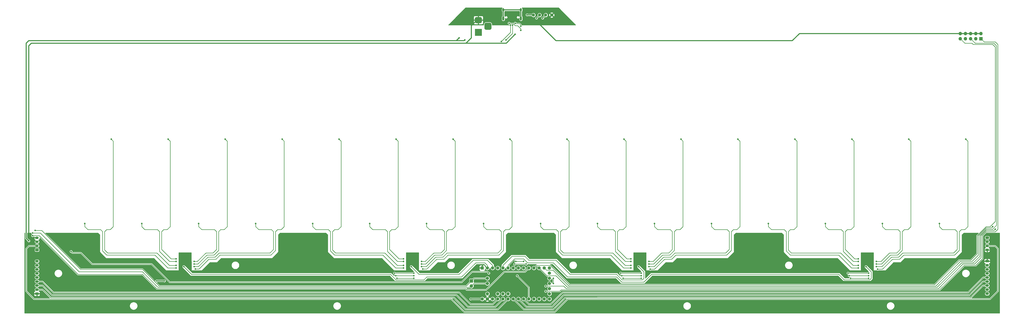
<source format=gbr>
G04 #@! TF.GenerationSoftware,KiCad,Pcbnew,(5.1.7)-1*
G04 #@! TF.CreationDate,2021-02-28T23:22:52-05:00*
G04 #@! TF.ProjectId,OpeNITHM-full,4f70654e-4954-4484-9d2d-66756c6c2e6b,rev?*
G04 #@! TF.SameCoordinates,Original*
G04 #@! TF.FileFunction,Copper,L2,Bot*
G04 #@! TF.FilePolarity,Positive*
%FSLAX46Y46*%
G04 Gerber Fmt 4.6, Leading zero omitted, Abs format (unit mm)*
G04 Created by KiCad (PCBNEW (5.1.7)-1) date 2021-02-28 23:22:52*
%MOMM*%
%LPD*%
G01*
G04 APERTURE LIST*
G04 #@! TA.AperFunction,ComponentPad*
%ADD10O,1.000000X2.100000*%
G04 #@! TD*
G04 #@! TA.AperFunction,ComponentPad*
%ADD11O,1.000000X1.600000*%
G04 #@! TD*
G04 #@! TA.AperFunction,SMDPad,CuDef*
%ADD12C,1.500000*%
G04 #@! TD*
G04 #@! TA.AperFunction,ComponentPad*
%ADD13R,3.500000X3.500000*%
G04 #@! TD*
G04 #@! TA.AperFunction,ComponentPad*
%ADD14O,1.700000X1.700000*%
G04 #@! TD*
G04 #@! TA.AperFunction,ComponentPad*
%ADD15R,1.700000X1.700000*%
G04 #@! TD*
G04 #@! TA.AperFunction,ComponentPad*
%ADD16C,1.600000*%
G04 #@! TD*
G04 #@! TA.AperFunction,ComponentPad*
%ADD17R,1.600000X1.600000*%
G04 #@! TD*
G04 #@! TA.AperFunction,ComponentPad*
%ADD18O,1.750000X1.200000*%
G04 #@! TD*
G04 #@! TA.AperFunction,ViaPad*
%ADD19C,0.800000*%
G04 #@! TD*
G04 #@! TA.AperFunction,Conductor*
%ADD20C,0.508000*%
G04 #@! TD*
G04 #@! TA.AperFunction,Conductor*
%ADD21C,0.250000*%
G04 #@! TD*
G04 #@! TA.AperFunction,Conductor*
%ADD22C,0.254000*%
G04 #@! TD*
G04 #@! TA.AperFunction,Conductor*
%ADD23C,0.100000*%
G04 #@! TD*
G04 APERTURE END LIST*
D10*
X143680000Y-10630000D03*
X152320000Y-10630000D03*
D11*
X152320000Y-6450000D03*
X143680000Y-6450000D03*
D12*
X164500000Y-9000000D03*
X161500000Y-9000000D03*
X158500000Y-9000000D03*
D13*
X131445000Y-17500000D03*
G04 #@! TA.AperFunction,ComponentPad*
G36*
G01*
X130445000Y-10000000D02*
X132445000Y-10000000D01*
G75*
G02*
X133195000Y-10750000I0J-750000D01*
G01*
X133195000Y-12250000D01*
G75*
G02*
X132445000Y-13000000I-750000J0D01*
G01*
X130445000Y-13000000D01*
G75*
G02*
X129695000Y-12250000I0J750000D01*
G01*
X129695000Y-10750000D01*
G75*
G02*
X130445000Y-10000000I750000J0D01*
G01*
G37*
G04 #@! TD.AperFunction*
G04 #@! TA.AperFunction,ComponentPad*
G36*
G01*
X135270000Y-12750000D02*
X137020000Y-12750000D01*
G75*
G02*
X137895000Y-13625000I0J-875000D01*
G01*
X137895000Y-15375000D01*
G75*
G02*
X137020000Y-16250000I-875000J0D01*
G01*
X135270000Y-16250000D01*
G75*
G02*
X134395000Y-15375000I0J875000D01*
G01*
X134395000Y-13625000D01*
G75*
G02*
X135270000Y-12750000I875000J0D01*
G01*
G37*
G04 #@! TD.AperFunction*
D12*
X167500000Y-9000000D03*
D14*
X368300000Y-18097500D03*
X368300000Y-20637500D03*
X370840000Y-18097500D03*
X370840000Y-20637500D03*
X373380000Y-18097500D03*
X373380000Y-20637500D03*
X375920000Y-18097500D03*
X375920000Y-20637500D03*
X378460000Y-18097500D03*
D15*
X378460000Y-20637500D03*
D16*
X135890000Y-140970000D03*
X135890000Y-138430000D03*
D17*
X133350000Y-133350000D03*
D16*
X135890000Y-133350000D03*
X138430000Y-133350000D03*
X140970000Y-133350000D03*
X143510000Y-133350000D03*
X146050000Y-133350000D03*
X148590000Y-133350000D03*
X151130000Y-133350000D03*
X153670000Y-133350000D03*
X156210000Y-133350000D03*
X158750000Y-133350000D03*
X161290000Y-133350000D03*
X163830000Y-133350000D03*
X146050000Y-146050000D03*
X143510000Y-146050000D03*
X140970000Y-146050000D03*
X135890000Y-146050000D03*
X133350000Y-148590000D03*
X135890000Y-148590000D03*
X138430000Y-148590000D03*
X140970000Y-148590000D03*
X143510000Y-148590000D03*
X146050000Y-148590000D03*
X148590000Y-148590000D03*
X151130000Y-148590000D03*
X153670000Y-148590000D03*
X156210000Y-148590000D03*
X158750000Y-148590000D03*
X161290000Y-148590000D03*
X163830000Y-148590000D03*
X166370000Y-133350000D03*
X166370000Y-135890000D03*
X166370000Y-138430000D03*
X166370000Y-148590000D03*
X166370000Y-146050000D03*
X166370000Y-143510000D03*
X166370000Y-140970000D03*
D15*
X128000000Y-139700000D03*
D14*
X128000000Y-142240000D03*
D18*
X-85500000Y-118500000D03*
X-85500000Y-120500000D03*
X-85500000Y-122500000D03*
G04 #@! TA.AperFunction,ComponentPad*
G36*
G01*
X-84874999Y-125100000D02*
X-86125001Y-125100000D01*
G75*
G02*
X-86375000Y-124850001I0J249999D01*
G01*
X-86375000Y-124149999D01*
G75*
G02*
X-86125001Y-123900000I249999J0D01*
G01*
X-84874999Y-123900000D01*
G75*
G02*
X-84625000Y-124149999I0J-249999D01*
G01*
X-84625000Y-124850001D01*
G75*
G02*
X-84874999Y-125100000I-249999J0D01*
G01*
G37*
G04 #@! TD.AperFunction*
X381500000Y-124500000D03*
X381500000Y-122500000D03*
X381500000Y-120500000D03*
G04 #@! TA.AperFunction,ComponentPad*
G36*
G01*
X380874999Y-117900000D02*
X382125001Y-117900000D01*
G75*
G02*
X382375000Y-118149999I0J-249999D01*
G01*
X382375000Y-118850001D01*
G75*
G02*
X382125001Y-119100000I-249999J0D01*
G01*
X380874999Y-119100000D01*
G75*
G02*
X380625000Y-118850001I0J249999D01*
G01*
X380625000Y-118149999D01*
G75*
G02*
X380874999Y-117900000I249999J0D01*
G01*
G37*
G04 #@! TD.AperFunction*
X381500000Y-146000000D03*
X381500000Y-144000000D03*
X381500000Y-142000000D03*
X381500000Y-140000000D03*
X381500000Y-138000000D03*
X381500000Y-136000000D03*
X381500000Y-134000000D03*
X381500000Y-132000000D03*
G04 #@! TA.AperFunction,ComponentPad*
G36*
G01*
X380874999Y-129400000D02*
X382125001Y-129400000D01*
G75*
G02*
X382375000Y-129649999I0J-249999D01*
G01*
X382375000Y-130350001D01*
G75*
G02*
X382125001Y-130600000I-249999J0D01*
G01*
X380874999Y-130600000D01*
G75*
G02*
X380625000Y-130350001I0J249999D01*
G01*
X380625000Y-129649999D01*
G75*
G02*
X380874999Y-129400000I249999J0D01*
G01*
G37*
G04 #@! TD.AperFunction*
X-85500000Y-130000000D03*
X-85500000Y-132000000D03*
X-85500000Y-134000000D03*
X-85500000Y-136000000D03*
X-85500000Y-138000000D03*
X-85500000Y-140000000D03*
X-85500000Y-142000000D03*
X-85500000Y-144000000D03*
G04 #@! TA.AperFunction,ComponentPad*
G36*
G01*
X-84874999Y-146600000D02*
X-86125001Y-146600000D01*
G75*
G02*
X-86375000Y-146350001I0J249999D01*
G01*
X-86375000Y-145649999D01*
G75*
G02*
X-86125001Y-145400000I249999J0D01*
G01*
X-84874999Y-145400000D01*
G75*
G02*
X-84625000Y-145649999I0J-249999D01*
G01*
X-84625000Y-146350001D01*
G75*
G02*
X-84874999Y-146600000I-249999J0D01*
G01*
G37*
G04 #@! TD.AperFunction*
D19*
X155250000Y-13500000D03*
X149500000Y-18500000D03*
X175000000Y-154000000D03*
X57500000Y-128500000D03*
X33000000Y-128500000D03*
X281500000Y-128500000D03*
X257000000Y-128500000D03*
X223500000Y-135000000D03*
X308000000Y-135000000D03*
X84000000Y-135000000D03*
X-500000Y-135000000D03*
X169500000Y-128000000D03*
X144018000Y-128016000D03*
X196000000Y-135000000D03*
X-54500000Y-128500000D03*
X208500000Y-127000000D03*
X320500000Y-127000000D03*
X97000000Y-127000000D03*
X355500000Y-139500000D03*
X335000000Y-135000000D03*
X384000000Y-124500000D03*
X375920000Y-147320000D03*
X-90805000Y-147955000D03*
X-73025000Y-141605000D03*
X-79375000Y-116840000D03*
X111500000Y-135000000D03*
X31500000Y-155000000D03*
X279000000Y-155000000D03*
X121000000Y-154000000D03*
X386080000Y-148590000D03*
X-89535000Y-118110000D03*
X370000000Y-117500000D03*
X45500000Y-116500000D03*
X157500000Y-116500000D03*
X269500000Y-116500000D03*
X-66500000Y-116500000D03*
X381635000Y-116840000D03*
X-15000000Y-127000000D03*
X-23500000Y-135000000D03*
X-78105000Y-125730000D03*
X368000000Y-128000000D03*
X124750000Y-21250000D03*
X122000000Y-20250000D03*
X127635000Y-148590000D03*
X-89535000Y-120015000D03*
X211455000Y-135890000D03*
X323215000Y-135890000D03*
X201295000Y-135890000D03*
X313055000Y-135890000D03*
X99695000Y-135890000D03*
X90170000Y-135890000D03*
X149860000Y-130175000D03*
X153670000Y-130175000D03*
X211455000Y-137160000D03*
X323215000Y-137160000D03*
X201930000Y-137160000D03*
X313690000Y-137160000D03*
X99695000Y-137160000D03*
X90805000Y-137160000D03*
X154940000Y-131445000D03*
X149225000Y-131445000D03*
X211455000Y-138430000D03*
X323215000Y-138430000D03*
X202565000Y-138430000D03*
X314325000Y-138430000D03*
X91440000Y-138430000D03*
X99695000Y-138430000D03*
X147000000Y-70000000D03*
X104140000Y-133858000D03*
X103505000Y-131445000D03*
X119000000Y-70000000D03*
X94615000Y-128905000D03*
X91000000Y-70000000D03*
X94615000Y-132080000D03*
X63000000Y-70000000D03*
X35000000Y-70000000D03*
X-7620000Y-133858000D03*
X-8255000Y-131445000D03*
X7000000Y-70000000D03*
X-17145000Y-128905000D03*
X-21000000Y-70000000D03*
X-49000000Y-70000000D03*
X-17145000Y-132080000D03*
X-62000000Y-111500000D03*
X-17145000Y-133350000D03*
X-17145000Y-130175000D03*
X-34000000Y-111500000D03*
X-8255000Y-130175000D03*
X-6000000Y-111500000D03*
X-8255000Y-132715000D03*
X22000000Y-111500000D03*
X94615000Y-133350000D03*
X50000000Y-111500000D03*
X94615000Y-130175000D03*
X78000000Y-111500000D03*
X103505000Y-130175000D03*
X106000000Y-111500000D03*
X103505000Y-132715000D03*
X134000000Y-111500000D03*
X150495000Y-137160000D03*
X-22860000Y-139700000D03*
X-26670000Y-139700000D03*
X321945000Y-132715000D03*
X-13335000Y-132715000D03*
X-68750000Y-125250000D03*
X136525000Y-135890000D03*
X210185000Y-132715000D03*
X98425000Y-132715000D03*
X327660000Y-133985000D03*
X371000000Y-70000000D03*
X327025000Y-131445000D03*
X343000000Y-70000000D03*
X318135000Y-128905000D03*
X315000000Y-70000000D03*
X318135000Y-132080000D03*
X287000000Y-70000000D03*
X215900000Y-133985000D03*
X259000000Y-70000000D03*
X215265000Y-131445000D03*
X231000000Y-70000000D03*
X206375000Y-128905000D03*
X203000000Y-70000000D03*
X206375000Y-132080000D03*
X175000000Y-70000000D03*
X327025000Y-132715000D03*
X358000000Y-111500000D03*
X327025000Y-130175000D03*
X330000000Y-111500000D03*
X318135000Y-130175000D03*
X302000000Y-111500000D03*
X318135000Y-133350000D03*
X274000000Y-111500000D03*
X215265000Y-132715000D03*
X246000000Y-111500000D03*
X215265000Y-130175000D03*
X218000000Y-111500000D03*
X206375000Y-130175000D03*
X190000000Y-111500000D03*
X206375000Y-133350000D03*
X162000000Y-111500000D03*
X164465000Y-142240000D03*
X385445000Y-114300000D03*
X384175000Y-113030000D03*
X164465000Y-144780000D03*
X168275000Y-140970000D03*
X168275000Y-138430000D03*
X163000000Y-10500000D03*
X142750000Y-22000000D03*
X147250000Y-14000000D03*
X-86360000Y-114935000D03*
X160000000Y-10500000D03*
X148250000Y-14000000D03*
X145000000Y-21250000D03*
X-87630000Y-116205000D03*
X-87630000Y-117475000D03*
X155354001Y-8895999D03*
X152250000Y-14500000D03*
X149500000Y-13000000D03*
X152250000Y-16500000D03*
X146500000Y-13000000D03*
D20*
X160000000Y-13500000D02*
X161455000Y-13500000D01*
X131445000Y-11500000D02*
X130750000Y-11500000D01*
X160000000Y-13500000D02*
X163000000Y-13500000D01*
X160000000Y-13500000D02*
X155250000Y-13500000D01*
X130750000Y-11500000D02*
X128000000Y-14250000D01*
X145140000Y-22860000D02*
X149500000Y-18500000D01*
X123190000Y-22860000D02*
X125390000Y-22860000D01*
X125390000Y-22860000D02*
X145140000Y-22860000D01*
X128000000Y-14250000D02*
X128000000Y-20250000D01*
X161455000Y-13500000D02*
X169545000Y-21590000D01*
X149500000Y-18500000D02*
X149500000Y-18500000D01*
X128000000Y-20250000D02*
X125390000Y-22860000D01*
X163000000Y-13500000D02*
X167500000Y-9000000D01*
X-89535000Y-116840000D02*
X-89535000Y-116840000D01*
X365760000Y-18097500D02*
X365760000Y-18097500D01*
X-88265000Y-22860000D02*
X123190000Y-22860000D01*
X-89535000Y-24130000D02*
X-88265000Y-22860000D01*
X-89535000Y-116840000D02*
X-89535000Y-24130000D01*
X-89535000Y-116840000D02*
X-89535000Y-118110000D01*
X-89535000Y-118110000D02*
X-89535000Y-118110000D01*
X365760000Y-18097500D02*
X289242500Y-18097500D01*
X289242500Y-18097500D02*
X285750000Y-21590000D01*
X285750000Y-21590000D02*
X169545000Y-21590000D01*
X365760000Y-18097500D02*
X378460000Y-18097500D01*
X124410000Y-21590000D02*
X124750000Y-21250000D01*
X120660000Y-21590000D02*
X124410000Y-21590000D01*
X120660000Y-21590000D02*
X122000000Y-20250000D01*
X127635000Y-148590000D02*
X133350000Y-148590000D01*
X-90170000Y-119380000D02*
X-90170000Y-119380000D01*
X-89535000Y-120015000D02*
X-89535000Y-120015000D01*
X119380000Y-21590000D02*
X120660000Y-21590000D01*
X-89535000Y-21590000D02*
X119380000Y-21590000D01*
X-90805000Y-22860000D02*
X-89535000Y-21590000D01*
X-90805000Y-118745000D02*
X-90805000Y-22860000D01*
X-89535000Y-120015000D02*
X-90805000Y-118745000D01*
D21*
X211455000Y-135890000D02*
X203200000Y-135890000D01*
X314960000Y-135890000D02*
X323215000Y-135890000D01*
X323215000Y-135890000D02*
X323215000Y-135890000D01*
X203200000Y-135890000D02*
X201295000Y-135890000D01*
X314960000Y-135890000D02*
X313055000Y-135890000D01*
X91440000Y-135890000D02*
X90170000Y-135890000D01*
X99695000Y-135890000D02*
X91440000Y-135890000D01*
X153670000Y-130175000D02*
X149860000Y-130175000D01*
X314960000Y-137160000D02*
X323215000Y-137160000D01*
X323215000Y-137160000D02*
X323215000Y-137160000D01*
X211455000Y-137160000D02*
X203200000Y-137160000D01*
X203200000Y-137160000D02*
X201930000Y-137160000D01*
X314960000Y-137160000D02*
X313690000Y-137160000D01*
X91440000Y-137160000D02*
X90805000Y-137160000D01*
X99695000Y-137160000D02*
X91440000Y-137160000D01*
X149225000Y-131445000D02*
X154940000Y-131445000D01*
X211455000Y-138430000D02*
X203200000Y-138430000D01*
X314960000Y-138430000D02*
X323215000Y-138430000D01*
X323215000Y-138430000D02*
X323215000Y-138430000D01*
X203200000Y-138430000D02*
X202565000Y-138430000D01*
X314960000Y-138430000D02*
X314325000Y-138430000D01*
X91440000Y-138430000D02*
X99695000Y-138430000D01*
X99695000Y-138430000D02*
X99695000Y-138430000D01*
X148000000Y-71000000D02*
X147000000Y-70000000D01*
X144750000Y-114500000D02*
X146500000Y-114500000D01*
X143750000Y-124750000D02*
X143750000Y-115500000D01*
X141500000Y-127000000D02*
X143750000Y-124750000D01*
X116500000Y-127000000D02*
X141500000Y-127000000D01*
X114500000Y-129000000D02*
X116500000Y-127000000D01*
X148000000Y-113000000D02*
X148000000Y-71000000D01*
X143750000Y-115500000D02*
X144750000Y-114500000D01*
X110970000Y-129000000D02*
X114500000Y-129000000D01*
X146500000Y-114500000D02*
X148000000Y-113000000D01*
X106112000Y-133858000D02*
X106523000Y-133447000D01*
X104140000Y-133858000D02*
X106112000Y-133858000D01*
X106523000Y-133447000D02*
X110970000Y-129000000D01*
X103505000Y-131445000D02*
X105055000Y-131445000D01*
X118500000Y-114500000D02*
X116750000Y-114500000D01*
X116750000Y-114500000D02*
X115750000Y-115500000D01*
X113500000Y-127000000D02*
X110000000Y-127000000D01*
X120000000Y-71000000D02*
X120000000Y-113000000D01*
X115750000Y-115500000D02*
X115750000Y-124750000D01*
X115750000Y-124750000D02*
X113500000Y-127000000D01*
X110000000Y-127000000D02*
X105555000Y-131445000D01*
X119000000Y-70000000D02*
X120000000Y-71000000D01*
X120000000Y-113000000D02*
X118500000Y-114500000D01*
X105555000Y-131445000D02*
X105055000Y-131445000D01*
X94615000Y-128905000D02*
X92405000Y-128905000D01*
X87750000Y-115500000D02*
X87750000Y-124250000D01*
X87750000Y-124250000D02*
X92405000Y-128905000D01*
X92000000Y-113000000D02*
X90500000Y-114500000D01*
X92000000Y-71000000D02*
X92000000Y-113000000D01*
X88750000Y-114500000D02*
X87750000Y-115500000D01*
X91000000Y-70000000D02*
X92000000Y-71000000D01*
X90500000Y-114500000D02*
X88750000Y-114500000D01*
X91580000Y-132080000D02*
X94615000Y-132080000D01*
X63000000Y-70000000D02*
X64000000Y-71000000D01*
X64000000Y-113000000D02*
X62500000Y-114500000D01*
X85500000Y-126000000D02*
X91580000Y-132080000D01*
X64000000Y-71000000D02*
X64000000Y-113000000D01*
X62500000Y-114500000D02*
X60750000Y-114500000D01*
X59750000Y-115500000D02*
X59750000Y-124500000D01*
X59750000Y-124500000D02*
X61250000Y-126000000D01*
X60750000Y-114500000D02*
X59750000Y-115500000D01*
X61250000Y-126000000D02*
X85500000Y-126000000D01*
X2500000Y-129000000D02*
X-1030000Y-129000000D01*
X29500000Y-127000000D02*
X4500000Y-127000000D01*
X31750000Y-124750000D02*
X29500000Y-127000000D01*
X31750000Y-115500000D02*
X31750000Y-124750000D01*
X32750000Y-114500000D02*
X31750000Y-115500000D01*
X34500000Y-114500000D02*
X32750000Y-114500000D01*
X4500000Y-127000000D02*
X2500000Y-129000000D01*
X36000000Y-71000000D02*
X36000000Y-113000000D01*
X36000000Y-113000000D02*
X34500000Y-114500000D01*
X35000000Y-70000000D02*
X36000000Y-71000000D01*
X-5888000Y-133858000D02*
X-5484000Y-133454000D01*
X-7620000Y-133858000D02*
X-5888000Y-133858000D01*
X-1030000Y-129000000D02*
X-5484000Y-133454000D01*
X1500000Y-127000000D02*
X-2000000Y-127000000D01*
X3750000Y-124750000D02*
X1500000Y-127000000D01*
X3750000Y-115500000D02*
X3750000Y-124750000D01*
X4750000Y-114500000D02*
X3750000Y-115500000D01*
X6500000Y-114500000D02*
X4750000Y-114500000D01*
X-2000000Y-127000000D02*
X-6445000Y-131445000D01*
X8000000Y-113000000D02*
X6500000Y-114500000D01*
X8000000Y-71000000D02*
X8000000Y-113000000D01*
X7000000Y-70000000D02*
X8000000Y-71000000D01*
X-8255000Y-131445000D02*
X-6445000Y-131445000D01*
X-17145000Y-128905000D02*
X-19595000Y-128905000D01*
X-21000000Y-70000000D02*
X-20000000Y-71000000D01*
X-20000000Y-113000000D02*
X-21500000Y-114500000D01*
X-20000000Y-71000000D02*
X-20000000Y-113000000D01*
X-21500000Y-114500000D02*
X-23250000Y-114500000D01*
X-23250000Y-114500000D02*
X-24250000Y-115500000D01*
X-24250000Y-115500000D02*
X-24250000Y-124250000D01*
X-24250000Y-124250000D02*
X-19595000Y-128905000D01*
X-20420000Y-132080000D02*
X-17145000Y-132080000D01*
X-26500000Y-126000000D02*
X-20420000Y-132080000D01*
X-48000000Y-113000000D02*
X-49500000Y-114500000D01*
X-48000000Y-71000000D02*
X-48000000Y-113000000D01*
X-49000000Y-70000000D02*
X-48000000Y-71000000D01*
X-51250000Y-114500000D02*
X-52250000Y-115500000D01*
X-49500000Y-114500000D02*
X-51250000Y-114500000D01*
X-52250000Y-115500000D02*
X-52250000Y-124500000D01*
X-52250000Y-124500000D02*
X-50750000Y-126000000D01*
X-50750000Y-126000000D02*
X-26500000Y-126000000D01*
X-27500000Y-127000000D02*
X-21150000Y-133350000D01*
X-51250000Y-127000000D02*
X-27500000Y-127000000D01*
X-53250000Y-125000000D02*
X-51250000Y-127000000D01*
X-54250000Y-114500000D02*
X-53250000Y-115500000D01*
X-60500000Y-114500000D02*
X-54250000Y-114500000D01*
X-53250000Y-115500000D02*
X-53250000Y-125000000D01*
X-62000000Y-113000000D02*
X-60500000Y-114500000D01*
X-21150000Y-133350000D02*
X-17145000Y-133350000D01*
X-62000000Y-111500000D02*
X-62000000Y-113000000D01*
X-17145000Y-130175000D02*
X-20325000Y-130175000D01*
X-34000000Y-111500000D02*
X-34000000Y-113000000D01*
X-32500000Y-114500000D02*
X-26250000Y-114500000D01*
X-34000000Y-113000000D02*
X-32500000Y-114500000D01*
X-26250000Y-114500000D02*
X-25250000Y-115500000D01*
X-25250000Y-115500000D02*
X-25250000Y-125250000D01*
X-25250000Y-125250000D02*
X-20325000Y-130175000D01*
X-7675000Y-130175000D02*
X-8255000Y-130175000D01*
X-2500000Y-126000000D02*
X-6675000Y-130175000D01*
X1000000Y-126000000D02*
X-2500000Y-126000000D01*
X2750000Y-124250000D02*
X1000000Y-126000000D01*
X1750000Y-114500000D02*
X2750000Y-115500000D01*
X-4500000Y-114500000D02*
X1750000Y-114500000D01*
X-6000000Y-113000000D02*
X-4500000Y-114500000D01*
X-6000000Y-111500000D02*
X-6000000Y-113000000D01*
X2750000Y-115500000D02*
X2750000Y-124250000D01*
X-6675000Y-130175000D02*
X-7675000Y-130175000D01*
X4000000Y-126000000D02*
X2000000Y-128000000D01*
X2000000Y-128000000D02*
X-1500000Y-128000000D01*
X29000000Y-126000000D02*
X4000000Y-126000000D01*
X30750000Y-124250000D02*
X29000000Y-126000000D01*
X30750000Y-115500000D02*
X30750000Y-124250000D01*
X-6215000Y-132715000D02*
X-8255000Y-132715000D01*
X29750000Y-114500000D02*
X30750000Y-115500000D01*
X23500000Y-114500000D02*
X29750000Y-114500000D01*
X-1500000Y-128000000D02*
X-6215000Y-132715000D01*
X22000000Y-113000000D02*
X23500000Y-114500000D01*
X22000000Y-111500000D02*
X22000000Y-113000000D01*
X94615000Y-133350000D02*
X90850000Y-133350000D01*
X58750000Y-125000000D02*
X60750000Y-127000000D01*
X84500000Y-127000000D02*
X90850000Y-133350000D01*
X58750000Y-115500000D02*
X58750000Y-125000000D01*
X50000000Y-111500000D02*
X50000000Y-113000000D01*
X60750000Y-127000000D02*
X84500000Y-127000000D01*
X51500000Y-114500000D02*
X57750000Y-114500000D01*
X50000000Y-113000000D02*
X51500000Y-114500000D01*
X57750000Y-114500000D02*
X58750000Y-115500000D01*
X94615000Y-130175000D02*
X91675000Y-130175000D01*
X86750000Y-115500000D02*
X86750000Y-125250000D01*
X86750000Y-125250000D02*
X91675000Y-130175000D01*
X85750000Y-114500000D02*
X86750000Y-115500000D01*
X78000000Y-111500000D02*
X78000000Y-113000000D01*
X79500000Y-114500000D02*
X85750000Y-114500000D01*
X78000000Y-113000000D02*
X79500000Y-114500000D01*
X103505000Y-130175000D02*
X104325000Y-130175000D01*
X113750000Y-114500000D02*
X114750000Y-115500000D01*
X107500000Y-114500000D02*
X113750000Y-114500000D01*
X106000000Y-113000000D02*
X107500000Y-114500000D01*
X109500000Y-126000000D02*
X105325000Y-130175000D01*
X106000000Y-111500000D02*
X106000000Y-113000000D01*
X114750000Y-115500000D02*
X114750000Y-124250000D01*
X113000000Y-126000000D02*
X109500000Y-126000000D01*
X114750000Y-124250000D02*
X113000000Y-126000000D01*
X105325000Y-130175000D02*
X104325000Y-130175000D01*
X103505000Y-132715000D02*
X105785000Y-132715000D01*
X142750000Y-124250000D02*
X141000000Y-126000000D01*
X134000000Y-113000000D02*
X135500000Y-114500000D01*
X135500000Y-114500000D02*
X141750000Y-114500000D01*
X134000000Y-111500000D02*
X134000000Y-113000000D01*
X142750000Y-115500000D02*
X142750000Y-124250000D01*
X141000000Y-126000000D02*
X116000000Y-126000000D01*
X110500000Y-128000000D02*
X105785000Y-132715000D01*
X141750000Y-114500000D02*
X142750000Y-115500000D01*
X116000000Y-126000000D02*
X114000000Y-128000000D01*
X114000000Y-128000000D02*
X110500000Y-128000000D01*
X156210000Y-142875000D02*
X156210000Y-148590000D01*
X150495000Y-137160000D02*
X156210000Y-142875000D01*
D20*
X-22860000Y-139700000D02*
X-26670000Y-139700000D01*
X-26670000Y-139700000D02*
X-26670000Y-139700000D01*
D21*
X321945000Y-132715000D02*
X321945000Y-132715000D01*
X324485000Y-135255000D02*
X321945000Y-132715000D01*
X324485000Y-138430000D02*
X324485000Y-135255000D01*
X308610000Y-136525000D02*
X311240001Y-139155001D01*
X153670000Y-128905000D02*
X155575000Y-130810000D01*
X155575000Y-130810000D02*
X168275000Y-130810000D01*
X212725000Y-140335000D02*
X216535000Y-136525000D01*
X311240001Y-139155001D02*
X323759999Y-139155001D01*
X323759999Y-139155001D02*
X324485000Y-138430000D01*
X168275000Y-130810000D02*
X175260000Y-137795000D01*
X175260000Y-137795000D02*
X199390000Y-137795000D01*
X201930000Y-140335000D02*
X212725000Y-140335000D01*
X199390000Y-137795000D02*
X201930000Y-140335000D01*
X216535000Y-136525000D02*
X308610000Y-136525000D01*
X149225000Y-128905000D02*
X146050000Y-132080000D01*
X146050000Y-133350000D02*
X146050000Y-132080000D01*
X149225000Y-128905000D02*
X153670000Y-128905000D01*
X135890000Y-132080000D02*
X135890000Y-133350000D01*
X130175000Y-130810000D02*
X134620000Y-130810000D01*
X123190000Y-137795000D02*
X130175000Y-130810000D01*
X106045000Y-137795000D02*
X123190000Y-137795000D01*
X134620000Y-130810000D02*
X135890000Y-132080000D01*
X-9525000Y-136525000D02*
X88265000Y-136525000D01*
X104684999Y-139155001D02*
X106045000Y-137795000D01*
X-13335000Y-132715000D02*
X-9525000Y-136525000D01*
X88265000Y-136525000D02*
X90895001Y-139155001D01*
X90895001Y-139155001D02*
X104684999Y-139155001D01*
X135890000Y-135255000D02*
X135890000Y-135255000D01*
X135890000Y-135255000D02*
X136525000Y-135890000D01*
X128270000Y-135255000D02*
X135890000Y-135255000D01*
X123190000Y-140335000D02*
X128270000Y-135255000D01*
X-20320000Y-140335000D02*
X123190000Y-140335000D01*
X-29210000Y-131445000D02*
X-20320000Y-140335000D01*
X-58420000Y-131445000D02*
X-29210000Y-131445000D01*
X-63932500Y-125932500D02*
X-58420000Y-131445000D01*
X-68067500Y-125932500D02*
X-63932500Y-125932500D01*
X-68750000Y-125250000D02*
X-68067500Y-125932500D01*
X210185000Y-132715000D02*
X210185000Y-132715000D01*
X212725000Y-138430000D02*
X212725000Y-135255000D01*
X211999999Y-139155001D02*
X212725000Y-138430000D01*
X202020001Y-139155001D02*
X211999999Y-139155001D01*
X199390000Y-136525000D02*
X202020001Y-139155001D01*
X176530000Y-136525000D02*
X199390000Y-136525000D01*
X169545000Y-129540000D02*
X176530000Y-136525000D01*
X212725000Y-135255000D02*
X210185000Y-132715000D01*
X154305000Y-127635000D02*
X156210000Y-129540000D01*
X156210000Y-129540000D02*
X169545000Y-129540000D01*
X147955000Y-127635000D02*
X154305000Y-127635000D01*
X143510000Y-132080000D02*
X147955000Y-127635000D01*
X143510000Y-133350000D02*
X143510000Y-132080000D01*
X98425000Y-132715000D02*
X98425000Y-132715000D01*
X138430000Y-132080000D02*
X138430000Y-133350000D01*
X135890000Y-129540000D02*
X138430000Y-132080000D01*
X128905000Y-129540000D02*
X135890000Y-129540000D01*
X121920000Y-136525000D02*
X128905000Y-129540000D01*
X102235000Y-136525000D02*
X121920000Y-136525000D01*
X98425000Y-132715000D02*
X102235000Y-136525000D01*
X329485000Y-133985000D02*
X327660000Y-133985000D01*
X365500000Y-127000000D02*
X367750000Y-124750000D01*
X370500000Y-114500000D02*
X372000000Y-113000000D01*
X329485000Y-133985000D02*
X329985000Y-133985000D01*
X329985000Y-133985000D02*
X334970000Y-129000000D01*
X367750000Y-115500000D02*
X368750000Y-114500000D01*
X340500000Y-127000000D02*
X365500000Y-127000000D01*
X372000000Y-71000000D02*
X371000000Y-70000000D01*
X338500000Y-129000000D02*
X340500000Y-127000000D01*
X367750000Y-124750000D02*
X367750000Y-115500000D01*
X334970000Y-129000000D02*
X338500000Y-129000000D01*
X372000000Y-113000000D02*
X372000000Y-71000000D01*
X368750000Y-114500000D02*
X370500000Y-114500000D01*
X344000000Y-71000000D02*
X343000000Y-70000000D01*
X342500000Y-114500000D02*
X344000000Y-113000000D01*
X339750000Y-115500000D02*
X340750000Y-114500000D01*
X339750000Y-124750000D02*
X339750000Y-115500000D01*
X337500000Y-127000000D02*
X339750000Y-124750000D01*
X334000000Y-127000000D02*
X337500000Y-127000000D01*
X329555000Y-131445000D02*
X334000000Y-127000000D01*
X344000000Y-113000000D02*
X344000000Y-71000000D01*
X340750000Y-114500000D02*
X342500000Y-114500000D01*
X327025000Y-131445000D02*
X329555000Y-131445000D01*
X316405000Y-128905000D02*
X318135000Y-128905000D01*
X311750000Y-115500000D02*
X311750000Y-124250000D01*
X311750000Y-124250000D02*
X316405000Y-128905000D01*
X316000000Y-113000000D02*
X314500000Y-114500000D01*
X316000000Y-71000000D02*
X316000000Y-113000000D01*
X312750000Y-114500000D02*
X311750000Y-115500000D01*
X315000000Y-70000000D02*
X316000000Y-71000000D01*
X314500000Y-114500000D02*
X312750000Y-114500000D01*
X315580000Y-132080000D02*
X318135000Y-132080000D01*
X287000000Y-70000000D02*
X288000000Y-71000000D01*
X288000000Y-113000000D02*
X286500000Y-114500000D01*
X309500000Y-126000000D02*
X315580000Y-132080000D01*
X288000000Y-71000000D02*
X288000000Y-113000000D01*
X286500000Y-114500000D02*
X284750000Y-114500000D01*
X283750000Y-115500000D02*
X283750000Y-124500000D01*
X283750000Y-124500000D02*
X285250000Y-126000000D01*
X284750000Y-114500000D02*
X283750000Y-115500000D01*
X285250000Y-126000000D02*
X309500000Y-126000000D01*
X260000000Y-71000000D02*
X259000000Y-70000000D01*
X217515000Y-133985000D02*
X217985000Y-133985000D01*
X255750000Y-115500000D02*
X256750000Y-114500000D01*
X217985000Y-133985000D02*
X222970000Y-129000000D01*
X222970000Y-129000000D02*
X226500000Y-129000000D01*
X256750000Y-114500000D02*
X258500000Y-114500000D01*
X226500000Y-129000000D02*
X228500000Y-127000000D01*
X255750000Y-124750000D02*
X255750000Y-115500000D01*
X228500000Y-127000000D02*
X253500000Y-127000000D01*
X217515000Y-133985000D02*
X215900000Y-133985000D01*
X258500000Y-114500000D02*
X260000000Y-113000000D01*
X260000000Y-113000000D02*
X260000000Y-71000000D01*
X253500000Y-127000000D02*
X255750000Y-124750000D01*
X232000000Y-113000000D02*
X232000000Y-71000000D01*
X230500000Y-114500000D02*
X232000000Y-113000000D01*
X228750000Y-114500000D02*
X230500000Y-114500000D01*
X232000000Y-71000000D02*
X231000000Y-70000000D01*
X227750000Y-115500000D02*
X228750000Y-114500000D01*
X227750000Y-124750000D02*
X227750000Y-115500000D01*
X225500000Y-127000000D02*
X227750000Y-124750000D01*
X222000000Y-127000000D02*
X225500000Y-127000000D01*
X217555000Y-131445000D02*
X222000000Y-127000000D01*
X215265000Y-131445000D02*
X217555000Y-131445000D01*
X204405000Y-128905000D02*
X206375000Y-128905000D01*
X199750000Y-115500000D02*
X199750000Y-124250000D01*
X199750000Y-124250000D02*
X204405000Y-128905000D01*
X204000000Y-113000000D02*
X202500000Y-114500000D01*
X204000000Y-71000000D02*
X204000000Y-113000000D01*
X200750000Y-114500000D02*
X199750000Y-115500000D01*
X203000000Y-70000000D02*
X204000000Y-71000000D01*
X202500000Y-114500000D02*
X200750000Y-114500000D01*
X203580000Y-132080000D02*
X206375000Y-132080000D01*
X175000000Y-70000000D02*
X176000000Y-71000000D01*
X176000000Y-113000000D02*
X174500000Y-114500000D01*
X197500000Y-126000000D02*
X203580000Y-132080000D01*
X176000000Y-71000000D02*
X176000000Y-113000000D01*
X174500000Y-114500000D02*
X172750000Y-114500000D01*
X171750000Y-115500000D02*
X171750000Y-124500000D01*
X171750000Y-124500000D02*
X173250000Y-126000000D01*
X172750000Y-114500000D02*
X171750000Y-115500000D01*
X173250000Y-126000000D02*
X197500000Y-126000000D01*
X359500000Y-114500000D02*
X358000000Y-113000000D01*
X365750000Y-114500000D02*
X359500000Y-114500000D01*
X366750000Y-115500000D02*
X365750000Y-114500000D01*
X365000000Y-126000000D02*
X366750000Y-124250000D01*
X340000000Y-126000000D02*
X365000000Y-126000000D01*
X338000000Y-128000000D02*
X340000000Y-126000000D01*
X334500000Y-128000000D02*
X338000000Y-128000000D01*
X358000000Y-113000000D02*
X358000000Y-111500000D01*
X329785000Y-132715000D02*
X334500000Y-128000000D01*
X366750000Y-124250000D02*
X366750000Y-115500000D01*
X327025000Y-132715000D02*
X329785000Y-132715000D01*
X330000000Y-113000000D02*
X330000000Y-111500000D01*
X331500000Y-114500000D02*
X330000000Y-113000000D01*
X338750000Y-124250000D02*
X338750000Y-115500000D01*
X337000000Y-126000000D02*
X338750000Y-124250000D01*
X329325000Y-130175000D02*
X333500000Y-126000000D01*
X337750000Y-114500000D02*
X331500000Y-114500000D01*
X338750000Y-115500000D02*
X337750000Y-114500000D01*
X333500000Y-126000000D02*
X337000000Y-126000000D01*
X327025000Y-130175000D02*
X329325000Y-130175000D01*
X315675000Y-130175000D02*
X318135000Y-130175000D01*
X310750000Y-115500000D02*
X310750000Y-125250000D01*
X310750000Y-125250000D02*
X315675000Y-130175000D01*
X309750000Y-114500000D02*
X310750000Y-115500000D01*
X302000000Y-111500000D02*
X302000000Y-113000000D01*
X303500000Y-114500000D02*
X309750000Y-114500000D01*
X302000000Y-113000000D02*
X303500000Y-114500000D01*
X314850000Y-133350000D02*
X314270000Y-132770000D01*
X318135000Y-133350000D02*
X314850000Y-133350000D01*
X313000000Y-131500000D02*
X314270000Y-132770000D01*
X282750000Y-125000000D02*
X284750000Y-127000000D01*
X308500000Y-127000000D02*
X314850000Y-133350000D01*
X282750000Y-115500000D02*
X282750000Y-125000000D01*
X274000000Y-111500000D02*
X274000000Y-113000000D01*
X284750000Y-127000000D02*
X308500000Y-127000000D01*
X275500000Y-114500000D02*
X281750000Y-114500000D01*
X274000000Y-113000000D02*
X275500000Y-114500000D01*
X281750000Y-114500000D02*
X282750000Y-115500000D01*
X217785000Y-132715000D02*
X215265000Y-132715000D01*
X254750000Y-124250000D02*
X253000000Y-126000000D01*
X246000000Y-113000000D02*
X247500000Y-114500000D01*
X247500000Y-114500000D02*
X253750000Y-114500000D01*
X246000000Y-111500000D02*
X246000000Y-113000000D01*
X254750000Y-115500000D02*
X254750000Y-124250000D01*
X253000000Y-126000000D02*
X228000000Y-126000000D01*
X222500000Y-128000000D02*
X217785000Y-132715000D01*
X253750000Y-114500000D02*
X254750000Y-115500000D01*
X228000000Y-126000000D02*
X226000000Y-128000000D01*
X226000000Y-128000000D02*
X222500000Y-128000000D01*
X216325000Y-130175000D02*
X215265000Y-130175000D01*
X225750000Y-114500000D02*
X226750000Y-115500000D01*
X219500000Y-114500000D02*
X225750000Y-114500000D01*
X218000000Y-113000000D02*
X219500000Y-114500000D01*
X221500000Y-126000000D02*
X217325000Y-130175000D01*
X218000000Y-111500000D02*
X218000000Y-113000000D01*
X226750000Y-115500000D02*
X226750000Y-124250000D01*
X225000000Y-126000000D02*
X221500000Y-126000000D01*
X226750000Y-124250000D02*
X225000000Y-126000000D01*
X217325000Y-130175000D02*
X216325000Y-130175000D01*
X203675000Y-130175000D02*
X206375000Y-130175000D01*
X198750000Y-115500000D02*
X198750000Y-125250000D01*
X198750000Y-125250000D02*
X203675000Y-130175000D01*
X197750000Y-114500000D02*
X198750000Y-115500000D01*
X190000000Y-111500000D02*
X190000000Y-113000000D01*
X191500000Y-114500000D02*
X197750000Y-114500000D01*
X190000000Y-113000000D02*
X191500000Y-114500000D01*
X202850000Y-133350000D02*
X202072500Y-132572500D01*
X206375000Y-133350000D02*
X202850000Y-133350000D01*
X170750000Y-125000000D02*
X172750000Y-127000000D01*
X196500000Y-127000000D02*
X202850000Y-133350000D01*
X170750000Y-115500000D02*
X170750000Y-125000000D01*
X162000000Y-111500000D02*
X162000000Y-113000000D01*
X172750000Y-127000000D02*
X196500000Y-127000000D01*
X163500000Y-114500000D02*
X169750000Y-114500000D01*
X162000000Y-113000000D02*
X163500000Y-114500000D01*
X169750000Y-114500000D02*
X170750000Y-115500000D01*
X380998590Y-114935000D02*
X384810000Y-114935000D01*
X384810000Y-114935000D02*
X385445000Y-114300000D01*
X378644991Y-117288599D02*
X380998590Y-114935000D01*
X378460000Y-117475000D02*
X378644990Y-117290010D01*
X378460000Y-128270000D02*
X378460000Y-117475000D01*
X375285000Y-131445000D02*
X378460000Y-128270000D01*
X357505000Y-143510000D02*
X369570000Y-131445000D01*
X369570000Y-131445000D02*
X375285000Y-131445000D01*
X174625000Y-143510000D02*
X357505000Y-143510000D01*
X173355000Y-142240000D02*
X174625000Y-143510000D01*
X378644990Y-117290010D02*
X378644991Y-117288599D01*
X164465000Y-142240000D02*
X173355000Y-142240000D01*
X375602500Y-22860000D02*
X376555000Y-22860000D01*
X373380000Y-20637500D02*
X375602500Y-22860000D01*
X376555000Y-22860000D02*
X375920000Y-22860000D01*
X165100000Y-137160000D02*
X161290000Y-133350000D01*
X376555000Y-22860000D02*
X384810000Y-22860000D01*
X384810000Y-22860000D02*
X386080000Y-24130000D01*
X386080000Y-112395000D02*
X384175000Y-114300000D01*
X169545000Y-137160000D02*
X165100000Y-137160000D01*
X384175000Y-114300000D02*
X380997180Y-114300000D01*
X380997180Y-114300000D02*
X377825000Y-117472180D01*
X377825000Y-117472180D02*
X377825000Y-127639230D01*
X386080000Y-24130000D02*
X386080000Y-112395000D01*
X377825000Y-127639230D02*
X374654230Y-130810000D01*
X368935000Y-130810000D02*
X356870000Y-142875000D01*
X356870000Y-142875000D02*
X175260000Y-142875000D01*
X374654230Y-130810000D02*
X368935000Y-130810000D01*
X175260000Y-142875000D02*
X169545000Y-137160000D01*
X175895000Y-142240000D02*
X168130001Y-134475001D01*
X356235000Y-142240000D02*
X175895000Y-142240000D01*
X368300000Y-130175000D02*
X356235000Y-142240000D01*
X374015000Y-130175000D02*
X368300000Y-130175000D01*
X377190000Y-127000000D02*
X374015000Y-130175000D01*
X164955001Y-134475001D02*
X163830000Y-133350000D01*
X377374990Y-117290010D02*
X377190000Y-117475000D01*
X377374991Y-117285779D02*
X377374990Y-117290010D01*
X168130001Y-134475001D02*
X164955001Y-134475001D01*
X380995770Y-113665000D02*
X377374991Y-117285779D01*
X383540000Y-113665000D02*
X380995770Y-113665000D01*
X377190000Y-117475000D02*
X377190000Y-127000000D01*
X384175000Y-113030000D02*
X383540000Y-113665000D01*
X374015000Y-22860000D02*
X374650000Y-23495000D01*
X374650000Y-23495000D02*
X375920000Y-23495000D01*
X375920000Y-23495000D02*
X375285000Y-23495000D01*
X370522500Y-22860000D02*
X368300000Y-20637500D01*
X370840000Y-22860000D02*
X370522500Y-22860000D01*
X370840000Y-22860000D02*
X374015000Y-22860000D01*
X160020000Y-132080000D02*
X158750000Y-133350000D01*
X375920000Y-23495000D02*
X384175000Y-23495000D01*
X166765002Y-132080000D02*
X160020000Y-132080000D01*
X385445000Y-24765000D02*
X385445000Y-110490000D01*
X385445000Y-110490000D02*
X382905000Y-113030000D01*
X382905000Y-113030000D02*
X380994360Y-113030000D01*
X176290002Y-141605000D02*
X166765002Y-132080000D01*
X380994360Y-113030000D02*
X376555000Y-117469360D01*
X367665000Y-129540000D02*
X355600000Y-141605000D01*
X376555000Y-117469360D02*
X376555000Y-126365000D01*
X376555000Y-126365000D02*
X373380000Y-129540000D01*
X373380000Y-129540000D02*
X367665000Y-129540000D01*
X384175000Y-23495000D02*
X385445000Y-24765000D01*
X355600000Y-141605000D02*
X176290002Y-141605000D01*
X164465000Y-144780000D02*
X171450000Y-144780000D01*
X174625000Y-144145000D02*
X172085000Y-144145000D01*
X358147050Y-144145000D02*
X174625000Y-144145000D01*
X171450000Y-144780000D02*
X172085000Y-144145000D01*
X378460000Y-20637500D02*
X380047500Y-22225000D01*
X379095000Y-117475000D02*
X379095000Y-128905000D01*
X385445000Y-22225000D02*
X386715000Y-23495000D01*
X386715000Y-23495000D02*
X386715000Y-114300000D01*
X370212050Y-132080000D02*
X358147050Y-144145000D01*
X386715000Y-114300000D02*
X385445000Y-115570000D01*
X385445000Y-115570000D02*
X381000000Y-115570000D01*
X381000000Y-115570000D02*
X379095000Y-117475000D01*
X379095000Y-128905000D02*
X375920000Y-132080000D01*
X380047500Y-22225000D02*
X385445000Y-22225000D01*
X375920000Y-132080000D02*
X370212050Y-132080000D01*
X-85500000Y-140000000D02*
X-82885000Y-140000000D01*
X127635000Y-151130000D02*
X121920000Y-145415000D01*
X138430000Y-151130000D02*
X127635000Y-151130000D01*
X140970000Y-148590000D02*
X138430000Y-151130000D01*
X-75565000Y-145415000D02*
X-77470000Y-145415000D01*
X121920000Y-145415000D02*
X-75565000Y-145415000D01*
X-77470000Y-145415000D02*
X-82885000Y-140000000D01*
X-85500000Y-142000000D02*
X-82790000Y-142000000D01*
X143510000Y-148590000D02*
X139700000Y-152400000D01*
X139700000Y-152400000D02*
X126365000Y-152400000D01*
X126365000Y-152400000D02*
X120650000Y-146685000D01*
X-78105000Y-146685000D02*
X-82790000Y-142000000D01*
X-76835000Y-146685000D02*
X-78105000Y-146685000D01*
X120650000Y-146685000D02*
X-76835000Y-146685000D01*
X125095000Y-153670000D02*
X119380000Y-147955000D01*
X140970000Y-153670000D02*
X125095000Y-153670000D01*
X146050000Y-148590000D02*
X140970000Y-153670000D01*
X-82695000Y-144000000D02*
X-85500000Y-144000000D01*
X-78740000Y-147955000D02*
X-82695000Y-144000000D01*
X-78105000Y-147955000D02*
X-78740000Y-147955000D01*
X119380000Y-147955000D02*
X-78105000Y-147955000D01*
X148590000Y-148590000D02*
X153670000Y-153670000D01*
X168276410Y-153670000D02*
X173990000Y-147956410D01*
X153670000Y-153670000D02*
X168276410Y-153670000D01*
X379335000Y-142000000D02*
X381500000Y-142000000D01*
X189865000Y-147955000D02*
X373380000Y-147955000D01*
X189863590Y-147956410D02*
X189865000Y-147955000D01*
X373380000Y-147955000D02*
X379335000Y-142000000D01*
X173990000Y-147956410D02*
X180973590Y-147956410D01*
X180973590Y-147956410D02*
X189863590Y-147956410D01*
X180340000Y-147956410D02*
X180973590Y-147956410D01*
X154940000Y-152400000D02*
X151130000Y-148590000D01*
X167640000Y-152400000D02*
X154940000Y-152400000D01*
X167640000Y-152400000D02*
X173355000Y-146685000D01*
X189230000Y-146685000D02*
X188595000Y-146685000D01*
X379395000Y-140000000D02*
X381500000Y-140000000D01*
X372710000Y-146685000D02*
X379395000Y-140000000D01*
X189230000Y-146685000D02*
X372710000Y-146685000D01*
X181610000Y-146685000D02*
X182880000Y-146685000D01*
X182880000Y-146685000D02*
X189230000Y-146685000D01*
X181610000Y-146685000D02*
X173355000Y-146685000D01*
X188595000Y-145415000D02*
X187325000Y-145415000D01*
X379525000Y-138000000D02*
X381500000Y-138000000D01*
X372110000Y-145415000D02*
X379525000Y-138000000D01*
X188595000Y-145415000D02*
X372110000Y-145415000D01*
X172720000Y-145415000D02*
X182245000Y-145415000D01*
X167005000Y-151130000D02*
X172720000Y-145415000D01*
X156210000Y-151130000D02*
X167005000Y-151130000D01*
X153670000Y-148590000D02*
X156210000Y-151130000D01*
X182245000Y-145415000D02*
X188595000Y-145415000D01*
X179070000Y-145415000D02*
X182245000Y-145415000D01*
X168275000Y-138430000D02*
X168275000Y-140970000D01*
X168910000Y-154940000D02*
X124460000Y-154940000D01*
X175260000Y-148590000D02*
X168910000Y-154940000D01*
X124460000Y-154940000D02*
X118745000Y-149225000D01*
X382905000Y-148590000D02*
X175260000Y-148590000D01*
X386715000Y-144780000D02*
X382905000Y-148590000D01*
X386715000Y-123825000D02*
X386715000Y-144780000D01*
X385390000Y-122500000D02*
X386715000Y-123825000D01*
X381500000Y-122500000D02*
X385390000Y-122500000D01*
X-89480000Y-122500000D02*
X-85500000Y-122500000D01*
X-90805000Y-144780000D02*
X-90805000Y-123825000D01*
X-90805000Y-123825000D02*
X-89480000Y-122500000D01*
X-86995000Y-148590000D02*
X-90805000Y-144780000D01*
X118110000Y-148590000D02*
X-86995000Y-148590000D01*
X118745000Y-149225000D02*
X118110000Y-148590000D01*
X147250000Y-14000000D02*
X147250000Y-17500000D01*
X163000000Y-10500000D02*
X163000000Y-10500000D01*
X164500000Y-9000000D02*
X163000000Y-10500000D01*
X147250000Y-17500000D02*
X142750000Y-22000000D01*
X129270000Y-138430000D02*
X128000000Y-139700000D01*
X135890000Y-138430000D02*
X129270000Y-138430000D01*
X126230000Y-141470000D02*
X126095000Y-141605000D01*
X128000000Y-139700000D02*
X126230000Y-141470000D01*
X125460000Y-142240000D02*
X126230000Y-141470000D01*
X-25400000Y-142240000D02*
X125460000Y-142240000D01*
X-26028922Y-141611078D02*
X-25400000Y-142240000D01*
X-33648922Y-133985000D02*
X-26028922Y-141605000D01*
X-64135000Y-133985000D02*
X-33648922Y-133985000D01*
X-83185000Y-114935000D02*
X-64135000Y-133985000D01*
X-26028922Y-141605000D02*
X-26028922Y-141611078D01*
X-86360000Y-114935000D02*
X-83185000Y-114935000D01*
X148250000Y-14000000D02*
X148250000Y-18000000D01*
X161500000Y-9000000D02*
X160000000Y-10500000D01*
X160000000Y-10500000D02*
X160000000Y-10500000D01*
X148250000Y-18000000D02*
X145000000Y-21250000D01*
X129270000Y-140970000D02*
X128000000Y-142240000D01*
X135890000Y-140970000D02*
X129270000Y-140970000D01*
X127365000Y-142875000D02*
X128000000Y-142240000D01*
X-33655000Y-135255000D02*
X-26670000Y-142240000D01*
X-64770000Y-135255000D02*
X-33655000Y-135255000D01*
X-83820000Y-116205000D02*
X-64770000Y-135255000D01*
X-87630000Y-116205000D02*
X-83820000Y-116205000D01*
X-26670000Y-142240000D02*
X-26035000Y-142875000D01*
X-26035000Y-142875000D02*
X127365000Y-142875000D01*
X144145000Y-135255000D02*
X154305000Y-135255000D01*
X135255000Y-144145000D02*
X144145000Y-135255000D01*
X125730000Y-144145000D02*
X135255000Y-144145000D01*
X125095000Y-143510000D02*
X125730000Y-144145000D01*
X-26670000Y-143510000D02*
X125095000Y-143510000D01*
X-33655000Y-136525000D02*
X-26670000Y-143510000D01*
X154305000Y-135255000D02*
X156210000Y-133350000D01*
X-65405000Y-136525000D02*
X-33655000Y-136525000D01*
X-84455000Y-117475000D02*
X-65405000Y-136525000D01*
X-87630000Y-117475000D02*
X-84455000Y-117475000D01*
D20*
X155354001Y-8895999D02*
X158395999Y-8895999D01*
D21*
X151750000Y-13250000D02*
X149750000Y-13250000D01*
X152250000Y-13750000D02*
X151750000Y-13250000D01*
X152250000Y-14500000D02*
X152250000Y-13750000D01*
X149750000Y-13250000D02*
X149500000Y-13000000D01*
X152250000Y-16500000D02*
X152250000Y-16500000D01*
X146750000Y-13250000D02*
X146500000Y-13000000D01*
X149573002Y-14250000D02*
X148573002Y-13250000D01*
X150750000Y-14250000D02*
X149573002Y-14250000D01*
X152250000Y-15750000D02*
X150750000Y-14250000D01*
X148573002Y-13250000D02*
X146750000Y-13250000D01*
X152250000Y-16500000D02*
X152250000Y-15750000D01*
D20*
X143680000Y-10630000D02*
X143680000Y-6450000D01*
X143680000Y-6450000D02*
X152320000Y-6450000D01*
X152320000Y-6450000D02*
X152320000Y-10630000D01*
D22*
X-91440000Y-118713819D02*
X-91443071Y-118745000D01*
X-91440000Y-118776181D01*
X-91440000Y-118776191D01*
X-91430812Y-118869481D01*
X-91394502Y-118989179D01*
X-91335537Y-119099493D01*
X-91256185Y-119196185D01*
X-91231950Y-119216074D01*
X-90641072Y-119806952D01*
X-90621185Y-119831185D01*
X-90596952Y-119851072D01*
X-90306042Y-120141982D01*
X-90285987Y-120242809D01*
X-90227113Y-120384942D01*
X-90141642Y-120512859D01*
X-90032859Y-120621642D01*
X-89904942Y-120707113D01*
X-89762809Y-120765987D01*
X-89611922Y-120796000D01*
X-89458078Y-120796000D01*
X-89307191Y-120765987D01*
X-89165058Y-120707113D01*
X-89037141Y-120621642D01*
X-88928358Y-120512859D01*
X-88842887Y-120384942D01*
X-88784013Y-120242809D01*
X-88754000Y-120091922D01*
X-88754000Y-119938078D01*
X-88784013Y-119787191D01*
X-88842887Y-119645058D01*
X-88928358Y-119517141D01*
X-89037141Y-119408358D01*
X-89165058Y-119322887D01*
X-89307191Y-119264013D01*
X-89408018Y-119243958D01*
X-89698928Y-118953048D01*
X-89718815Y-118928815D01*
X-89743048Y-118908928D01*
X-90170000Y-118481976D01*
X-90170000Y-116127000D01*
X-88410786Y-116127000D01*
X-88411000Y-116128078D01*
X-88411000Y-116281922D01*
X-88380987Y-116432809D01*
X-88322113Y-116574942D01*
X-88236642Y-116702859D01*
X-88127859Y-116811642D01*
X-88085418Y-116840000D01*
X-88127859Y-116868358D01*
X-88236642Y-116977141D01*
X-88322113Y-117105058D01*
X-88380987Y-117247191D01*
X-88411000Y-117398078D01*
X-88411000Y-117551922D01*
X-88380987Y-117702809D01*
X-88322113Y-117844942D01*
X-88236642Y-117972859D01*
X-88127859Y-118081642D01*
X-87999942Y-118167113D01*
X-87857809Y-118225987D01*
X-87706922Y-118256000D01*
X-87553078Y-118256000D01*
X-87402191Y-118225987D01*
X-87260058Y-118167113D01*
X-87132141Y-118081642D01*
X-87031499Y-117981000D01*
X-86897600Y-117981000D01*
X-86964591Y-118144718D01*
X-86968462Y-118182391D01*
X-86843731Y-118373000D01*
X-85627000Y-118373000D01*
X-85627000Y-118353000D01*
X-85373000Y-118353000D01*
X-85373000Y-118373000D01*
X-85353000Y-118373000D01*
X-85353000Y-118627000D01*
X-85373000Y-118627000D01*
X-85373000Y-118647000D01*
X-85627000Y-118647000D01*
X-85627000Y-118627000D01*
X-86843731Y-118627000D01*
X-86968462Y-118817609D01*
X-86964591Y-118855282D01*
X-86872421Y-119080533D01*
X-86738078Y-119283474D01*
X-86566725Y-119456307D01*
X-86364946Y-119592390D01*
X-86248986Y-119641007D01*
X-86322651Y-119680382D01*
X-86472028Y-119802972D01*
X-86594618Y-119952349D01*
X-86685711Y-120122771D01*
X-86741805Y-120307690D01*
X-86760746Y-120500000D01*
X-86741805Y-120692310D01*
X-86685711Y-120877229D01*
X-86594618Y-121047651D01*
X-86472028Y-121197028D01*
X-86322651Y-121319618D01*
X-86152229Y-121410711D01*
X-85967310Y-121466805D01*
X-85823187Y-121481000D01*
X-85176813Y-121481000D01*
X-85032690Y-121466805D01*
X-84847771Y-121410711D01*
X-84677349Y-121319618D01*
X-84527972Y-121197028D01*
X-84405382Y-121047651D01*
X-84314289Y-120877229D01*
X-84258195Y-120692310D01*
X-84239254Y-120500000D01*
X-84258195Y-120307690D01*
X-84314289Y-120122771D01*
X-84405382Y-119952349D01*
X-84527972Y-119802972D01*
X-84677349Y-119680382D01*
X-84751014Y-119641007D01*
X-84635054Y-119592390D01*
X-84433275Y-119456307D01*
X-84261922Y-119283474D01*
X-84127579Y-119080533D01*
X-84035409Y-118855282D01*
X-84031538Y-118817609D01*
X-84156268Y-118627002D01*
X-84018589Y-118627002D01*
X-65780372Y-136865220D01*
X-65764527Y-136884527D01*
X-65687479Y-136947759D01*
X-65599575Y-136994745D01*
X-65526393Y-137016944D01*
X-65504194Y-137023678D01*
X-65494306Y-137024652D01*
X-65429854Y-137031000D01*
X-65429847Y-137031000D01*
X-65405001Y-137033447D01*
X-65380155Y-137031000D01*
X-33864591Y-137031000D01*
X-27045372Y-143850220D01*
X-27029527Y-143869527D01*
X-26952479Y-143932759D01*
X-26864575Y-143979745D01*
X-26769193Y-144008678D01*
X-26670000Y-144018448D01*
X-26645146Y-144016000D01*
X124885409Y-144016000D01*
X125354628Y-144485220D01*
X125370473Y-144504527D01*
X125447521Y-144567759D01*
X125535425Y-144614745D01*
X125630807Y-144643678D01*
X125730000Y-144653448D01*
X125754854Y-144651000D01*
X135230154Y-144651000D01*
X135255000Y-144653447D01*
X135279846Y-144651000D01*
X135279854Y-144651000D01*
X135354193Y-144643678D01*
X135449575Y-144614745D01*
X135537479Y-144567759D01*
X135614527Y-144504527D01*
X135630376Y-144485215D01*
X143032513Y-137083078D01*
X149714000Y-137083078D01*
X149714000Y-137236922D01*
X149744013Y-137387809D01*
X149802887Y-137529942D01*
X149888358Y-137657859D01*
X149997141Y-137766642D01*
X150125058Y-137852113D01*
X150267191Y-137910987D01*
X150418078Y-137941000D01*
X150560409Y-137941000D01*
X155704000Y-143084592D01*
X155704001Y-147521287D01*
X155650587Y-147543412D01*
X155457157Y-147672658D01*
X155292658Y-147837157D01*
X155163412Y-148030587D01*
X155074386Y-148245515D01*
X155029000Y-148473682D01*
X155029000Y-148706318D01*
X155074386Y-148934485D01*
X155163412Y-149149413D01*
X155292658Y-149342843D01*
X155457157Y-149507342D01*
X155650587Y-149636588D01*
X155865515Y-149725614D01*
X156093682Y-149771000D01*
X156326318Y-149771000D01*
X156554485Y-149725614D01*
X156769413Y-149636588D01*
X156962843Y-149507342D01*
X157127342Y-149342843D01*
X157256588Y-149149413D01*
X157345614Y-148934485D01*
X157391000Y-148706318D01*
X157391000Y-148473682D01*
X157569000Y-148473682D01*
X157569000Y-148706318D01*
X157614386Y-148934485D01*
X157703412Y-149149413D01*
X157832658Y-149342843D01*
X157997157Y-149507342D01*
X158190587Y-149636588D01*
X158405515Y-149725614D01*
X158633682Y-149771000D01*
X158866318Y-149771000D01*
X159094485Y-149725614D01*
X159309413Y-149636588D01*
X159502843Y-149507342D01*
X159667342Y-149342843D01*
X159796588Y-149149413D01*
X159885614Y-148934485D01*
X159931000Y-148706318D01*
X159931000Y-148473682D01*
X160109000Y-148473682D01*
X160109000Y-148706318D01*
X160154386Y-148934485D01*
X160243412Y-149149413D01*
X160372658Y-149342843D01*
X160537157Y-149507342D01*
X160730587Y-149636588D01*
X160945515Y-149725614D01*
X161173682Y-149771000D01*
X161406318Y-149771000D01*
X161634485Y-149725614D01*
X161849413Y-149636588D01*
X162042843Y-149507342D01*
X162207342Y-149342843D01*
X162336588Y-149149413D01*
X162425614Y-148934485D01*
X162471000Y-148706318D01*
X162471000Y-148473682D01*
X162649000Y-148473682D01*
X162649000Y-148706318D01*
X162694386Y-148934485D01*
X162783412Y-149149413D01*
X162912658Y-149342843D01*
X163077157Y-149507342D01*
X163270587Y-149636588D01*
X163485515Y-149725614D01*
X163713682Y-149771000D01*
X163946318Y-149771000D01*
X164174485Y-149725614D01*
X164389413Y-149636588D01*
X164582843Y-149507342D01*
X164747342Y-149342843D01*
X164876588Y-149149413D01*
X164965614Y-148934485D01*
X165011000Y-148706318D01*
X165011000Y-148473682D01*
X165189000Y-148473682D01*
X165189000Y-148706318D01*
X165234386Y-148934485D01*
X165323412Y-149149413D01*
X165452658Y-149342843D01*
X165617157Y-149507342D01*
X165810587Y-149636588D01*
X166025515Y-149725614D01*
X166253682Y-149771000D01*
X166486318Y-149771000D01*
X166714485Y-149725614D01*
X166929413Y-149636588D01*
X167122843Y-149507342D01*
X167287342Y-149342843D01*
X167416588Y-149149413D01*
X167505614Y-148934485D01*
X167551000Y-148706318D01*
X167551000Y-148473682D01*
X167505614Y-148245515D01*
X167416588Y-148030587D01*
X167287342Y-147837157D01*
X167122843Y-147672658D01*
X166929413Y-147543412D01*
X166714485Y-147454386D01*
X166486318Y-147409000D01*
X166253682Y-147409000D01*
X166025515Y-147454386D01*
X165810587Y-147543412D01*
X165617157Y-147672658D01*
X165452658Y-147837157D01*
X165323412Y-148030587D01*
X165234386Y-148245515D01*
X165189000Y-148473682D01*
X165011000Y-148473682D01*
X164965614Y-148245515D01*
X164876588Y-148030587D01*
X164747342Y-147837157D01*
X164582843Y-147672658D01*
X164389413Y-147543412D01*
X164174485Y-147454386D01*
X163946318Y-147409000D01*
X163713682Y-147409000D01*
X163485515Y-147454386D01*
X163270587Y-147543412D01*
X163077157Y-147672658D01*
X162912658Y-147837157D01*
X162783412Y-148030587D01*
X162694386Y-148245515D01*
X162649000Y-148473682D01*
X162471000Y-148473682D01*
X162425614Y-148245515D01*
X162336588Y-148030587D01*
X162207342Y-147837157D01*
X162042843Y-147672658D01*
X161849413Y-147543412D01*
X161634485Y-147454386D01*
X161406318Y-147409000D01*
X161173682Y-147409000D01*
X160945515Y-147454386D01*
X160730587Y-147543412D01*
X160537157Y-147672658D01*
X160372658Y-147837157D01*
X160243412Y-148030587D01*
X160154386Y-148245515D01*
X160109000Y-148473682D01*
X159931000Y-148473682D01*
X159885614Y-148245515D01*
X159796588Y-148030587D01*
X159667342Y-147837157D01*
X159502843Y-147672658D01*
X159309413Y-147543412D01*
X159094485Y-147454386D01*
X158866318Y-147409000D01*
X158633682Y-147409000D01*
X158405515Y-147454386D01*
X158190587Y-147543412D01*
X157997157Y-147672658D01*
X157832658Y-147837157D01*
X157703412Y-148030587D01*
X157614386Y-148245515D01*
X157569000Y-148473682D01*
X157391000Y-148473682D01*
X157345614Y-148245515D01*
X157256588Y-148030587D01*
X157127342Y-147837157D01*
X156962843Y-147672658D01*
X156769413Y-147543412D01*
X156716000Y-147521288D01*
X156716000Y-142899854D01*
X156718448Y-142875000D01*
X156708678Y-142775807D01*
X156679745Y-142680425D01*
X156670302Y-142662758D01*
X156632759Y-142592521D01*
X156569527Y-142515473D01*
X156550220Y-142499628D01*
X151276000Y-137225409D01*
X151276000Y-137083078D01*
X151245987Y-136932191D01*
X151187113Y-136790058D01*
X151101642Y-136662141D01*
X150992859Y-136553358D01*
X150864942Y-136467887D01*
X150722809Y-136409013D01*
X150571922Y-136379000D01*
X150418078Y-136379000D01*
X150267191Y-136409013D01*
X150125058Y-136467887D01*
X149997141Y-136553358D01*
X149888358Y-136662141D01*
X149802887Y-136790058D01*
X149744013Y-136932191D01*
X149714000Y-137083078D01*
X143032513Y-137083078D01*
X144354592Y-135761000D01*
X154280154Y-135761000D01*
X154305000Y-135763447D01*
X154329846Y-135761000D01*
X154329854Y-135761000D01*
X154404193Y-135753678D01*
X154499575Y-135724745D01*
X154587479Y-135677759D01*
X154664527Y-135614527D01*
X154680376Y-135595215D01*
X155812102Y-134463490D01*
X155865515Y-134485614D01*
X156093682Y-134531000D01*
X156326318Y-134531000D01*
X156554485Y-134485614D01*
X156769413Y-134396588D01*
X156962843Y-134267342D01*
X157127342Y-134102843D01*
X157256588Y-133909413D01*
X157345614Y-133694485D01*
X157391000Y-133466318D01*
X157391000Y-133233682D01*
X157345614Y-133005515D01*
X157256588Y-132790587D01*
X157127342Y-132597157D01*
X156962843Y-132432658D01*
X156769413Y-132303412D01*
X156554485Y-132214386D01*
X156326318Y-132169000D01*
X156093682Y-132169000D01*
X155865515Y-132214386D01*
X155650587Y-132303412D01*
X155457157Y-132432658D01*
X155292658Y-132597157D01*
X155163412Y-132790587D01*
X155074386Y-133005515D01*
X155029000Y-133233682D01*
X155029000Y-133466318D01*
X155074386Y-133694485D01*
X155096510Y-133747898D01*
X154095409Y-134749000D01*
X144169854Y-134749000D01*
X144145000Y-134746552D01*
X144120146Y-134749000D01*
X144045807Y-134756322D01*
X143950425Y-134785255D01*
X143862521Y-134832241D01*
X143785473Y-134895473D01*
X143769630Y-134914778D01*
X135045409Y-143639000D01*
X125939592Y-143639000D01*
X125681591Y-143381000D01*
X127340154Y-143381000D01*
X127365000Y-143383447D01*
X127389846Y-143381000D01*
X127389854Y-143381000D01*
X127464193Y-143373678D01*
X127496514Y-143363874D01*
X127640931Y-143423693D01*
X127878757Y-143471000D01*
X128121243Y-143471000D01*
X128359069Y-143423693D01*
X128583097Y-143330898D01*
X128784717Y-143196180D01*
X128956180Y-143024717D01*
X129090898Y-142823097D01*
X129183693Y-142599069D01*
X129231000Y-142361243D01*
X129231000Y-142118757D01*
X129183693Y-141880931D01*
X129151758Y-141803833D01*
X129479592Y-141476000D01*
X134821288Y-141476000D01*
X134843412Y-141529413D01*
X134972658Y-141722843D01*
X135137157Y-141887342D01*
X135330587Y-142016588D01*
X135545515Y-142105614D01*
X135773682Y-142151000D01*
X136006318Y-142151000D01*
X136234485Y-142105614D01*
X136449413Y-142016588D01*
X136642843Y-141887342D01*
X136807342Y-141722843D01*
X136936588Y-141529413D01*
X137025614Y-141314485D01*
X137071000Y-141086318D01*
X137071000Y-140853682D01*
X137025614Y-140625515D01*
X136936588Y-140410587D01*
X136807342Y-140217157D01*
X136642843Y-140052658D01*
X136449413Y-139923412D01*
X136234485Y-139834386D01*
X136006318Y-139789000D01*
X135773682Y-139789000D01*
X135545515Y-139834386D01*
X135330587Y-139923412D01*
X135137157Y-140052658D01*
X134972658Y-140217157D01*
X134843412Y-140410587D01*
X134821288Y-140464000D01*
X129294845Y-140464000D01*
X129269999Y-140461553D01*
X129245153Y-140464000D01*
X129245146Y-140464000D01*
X129232843Y-140465212D01*
X129232843Y-139182749D01*
X129479592Y-138936000D01*
X134821288Y-138936000D01*
X134843412Y-138989413D01*
X134972658Y-139182843D01*
X135137157Y-139347342D01*
X135330587Y-139476588D01*
X135545515Y-139565614D01*
X135773682Y-139611000D01*
X136006318Y-139611000D01*
X136234485Y-139565614D01*
X136449413Y-139476588D01*
X136642843Y-139347342D01*
X136807342Y-139182843D01*
X136936588Y-138989413D01*
X137025614Y-138774485D01*
X137071000Y-138546318D01*
X137071000Y-138313682D01*
X137025614Y-138085515D01*
X136936588Y-137870587D01*
X136807342Y-137677157D01*
X136642843Y-137512658D01*
X136449413Y-137383412D01*
X136234485Y-137294386D01*
X136006318Y-137249000D01*
X135773682Y-137249000D01*
X135545515Y-137294386D01*
X135330587Y-137383412D01*
X135137157Y-137512658D01*
X134972658Y-137677157D01*
X134843412Y-137870587D01*
X134821288Y-137924000D01*
X129294845Y-137924000D01*
X129269999Y-137921553D01*
X129245153Y-137924000D01*
X129245146Y-137924000D01*
X129180694Y-137930348D01*
X129170806Y-137931322D01*
X129075425Y-137960255D01*
X128987521Y-138007241D01*
X128910473Y-138070473D01*
X128894628Y-138089780D01*
X128517251Y-138467157D01*
X127150000Y-138467157D01*
X127075311Y-138474513D01*
X127003492Y-138496299D01*
X126937304Y-138531678D01*
X126879289Y-138579289D01*
X126831678Y-138637304D01*
X126796299Y-138703492D01*
X126774513Y-138775311D01*
X126767157Y-138850000D01*
X126767157Y-140217251D01*
X125889783Y-141094626D01*
X125889778Y-141094630D01*
X125250409Y-141734000D01*
X-25190408Y-141734000D01*
X-25625729Y-141298680D01*
X-25669395Y-141245473D01*
X-25688702Y-141229628D01*
X-26463170Y-140455160D01*
X-26442191Y-140450987D01*
X-26300058Y-140392113D01*
X-26214582Y-140335000D01*
X-23315418Y-140335000D01*
X-23229942Y-140392113D01*
X-23087809Y-140450987D01*
X-22936922Y-140481000D01*
X-22783078Y-140481000D01*
X-22632191Y-140450987D01*
X-22490058Y-140392113D01*
X-22362141Y-140306642D01*
X-22253358Y-140197859D01*
X-22167887Y-140069942D01*
X-22109013Y-139927809D01*
X-22079000Y-139776922D01*
X-22079000Y-139623078D01*
X-22109013Y-139472191D01*
X-22167887Y-139330058D01*
X-22253358Y-139202141D01*
X-22362141Y-139093358D01*
X-22490058Y-139007887D01*
X-22632191Y-138949013D01*
X-22783078Y-138919000D01*
X-22936922Y-138919000D01*
X-23087809Y-138949013D01*
X-23229942Y-139007887D01*
X-23315418Y-139065000D01*
X-26214582Y-139065000D01*
X-26300058Y-139007887D01*
X-26442191Y-138949013D01*
X-26593078Y-138919000D01*
X-26746922Y-138919000D01*
X-26897809Y-138949013D01*
X-27039942Y-139007887D01*
X-27167859Y-139093358D01*
X-27276642Y-139202141D01*
X-27362113Y-139330058D01*
X-27420987Y-139472191D01*
X-27425160Y-139493170D01*
X-33273546Y-133644785D01*
X-33289395Y-133625473D01*
X-33366443Y-133562241D01*
X-33454347Y-133515255D01*
X-33549729Y-133486322D01*
X-33624068Y-133479000D01*
X-33624076Y-133479000D01*
X-33648922Y-133476553D01*
X-33673768Y-133479000D01*
X-63925408Y-133479000D01*
X-72231330Y-125173078D01*
X-69531000Y-125173078D01*
X-69531000Y-125326922D01*
X-69500987Y-125477809D01*
X-69442113Y-125619942D01*
X-69356642Y-125747859D01*
X-69247859Y-125856642D01*
X-69119942Y-125942113D01*
X-68977809Y-126000987D01*
X-68826922Y-126031000D01*
X-68684592Y-126031000D01*
X-68442872Y-126272720D01*
X-68427027Y-126292027D01*
X-68349979Y-126355259D01*
X-68262075Y-126402245D01*
X-68166693Y-126431178D01*
X-68067500Y-126440948D01*
X-68042646Y-126438500D01*
X-64142091Y-126438500D01*
X-58795372Y-131785220D01*
X-58779527Y-131804527D01*
X-58702479Y-131867759D01*
X-58614575Y-131914745D01*
X-58551098Y-131934000D01*
X-58519194Y-131943678D01*
X-58509306Y-131944652D01*
X-58444854Y-131951000D01*
X-58444847Y-131951000D01*
X-58420001Y-131953447D01*
X-58395155Y-131951000D01*
X-29419591Y-131951000D01*
X-20695372Y-140675220D01*
X-20679527Y-140694527D01*
X-20602479Y-140757759D01*
X-20514577Y-140804744D01*
X-20514575Y-140804745D01*
X-20419193Y-140833678D01*
X-20320000Y-140843448D01*
X-20295146Y-140841000D01*
X123165154Y-140841000D01*
X123190000Y-140843447D01*
X123214846Y-140841000D01*
X123214854Y-140841000D01*
X123289193Y-140833678D01*
X123384575Y-140804745D01*
X123472479Y-140757759D01*
X123549527Y-140694527D01*
X123565376Y-140675215D01*
X128479592Y-135761000D01*
X135680409Y-135761000D01*
X135744000Y-135824591D01*
X135744000Y-135966922D01*
X135774013Y-136117809D01*
X135832887Y-136259942D01*
X135918358Y-136387859D01*
X136027141Y-136496642D01*
X136155058Y-136582113D01*
X136297191Y-136640987D01*
X136448078Y-136671000D01*
X136601922Y-136671000D01*
X136752809Y-136640987D01*
X136894942Y-136582113D01*
X137022859Y-136496642D01*
X137131642Y-136387859D01*
X137217113Y-136259942D01*
X137275987Y-136117809D01*
X137306000Y-135966922D01*
X137306000Y-135813078D01*
X137275987Y-135662191D01*
X137217113Y-135520058D01*
X137131642Y-135392141D01*
X137022859Y-135283358D01*
X136894942Y-135197887D01*
X136752809Y-135139013D01*
X136601922Y-135109000D01*
X136459591Y-135109000D01*
X136265376Y-134914785D01*
X136249527Y-134895473D01*
X136172479Y-134832241D01*
X136084575Y-134785255D01*
X135989193Y-134756322D01*
X135914854Y-134749000D01*
X135914846Y-134749000D01*
X135890000Y-134746553D01*
X135865154Y-134749000D01*
X134362869Y-134749000D01*
X134394180Y-134739502D01*
X134504494Y-134680537D01*
X134601185Y-134601185D01*
X134680537Y-134504494D01*
X134739502Y-134394180D01*
X134775812Y-134274482D01*
X134788072Y-134150000D01*
X134785804Y-133770335D01*
X134843412Y-133909413D01*
X134972658Y-134102843D01*
X135137157Y-134267342D01*
X135330587Y-134396588D01*
X135545515Y-134485614D01*
X135773682Y-134531000D01*
X136006318Y-134531000D01*
X136234485Y-134485614D01*
X136449413Y-134396588D01*
X136642843Y-134267342D01*
X136807342Y-134102843D01*
X136936588Y-133909413D01*
X137025614Y-133694485D01*
X137068875Y-133477000D01*
X137251125Y-133477000D01*
X137294386Y-133694485D01*
X137383412Y-133909413D01*
X137512658Y-134102843D01*
X137677157Y-134267342D01*
X137870587Y-134396588D01*
X138085515Y-134485614D01*
X138313682Y-134531000D01*
X138546318Y-134531000D01*
X138774485Y-134485614D01*
X138989413Y-134396588D01*
X139182843Y-134267342D01*
X139347342Y-134102843D01*
X139476588Y-133909413D01*
X139565614Y-133694485D01*
X139611000Y-133466318D01*
X139611000Y-133233682D01*
X139789000Y-133233682D01*
X139789000Y-133466318D01*
X139834386Y-133694485D01*
X139923412Y-133909413D01*
X140052658Y-134102843D01*
X140217157Y-134267342D01*
X140410587Y-134396588D01*
X140625515Y-134485614D01*
X140853682Y-134531000D01*
X141086318Y-134531000D01*
X141314485Y-134485614D01*
X141529413Y-134396588D01*
X141722843Y-134267342D01*
X141887342Y-134102843D01*
X142016588Y-133909413D01*
X142105614Y-133694485D01*
X142151000Y-133466318D01*
X142151000Y-133233682D01*
X142105614Y-133005515D01*
X142016588Y-132790587D01*
X141887342Y-132597157D01*
X141722843Y-132432658D01*
X141529413Y-132303412D01*
X141314485Y-132214386D01*
X141086318Y-132169000D01*
X140853682Y-132169000D01*
X140625515Y-132214386D01*
X140410587Y-132303412D01*
X140217157Y-132432658D01*
X140052658Y-132597157D01*
X139923412Y-132790587D01*
X139834386Y-133005515D01*
X139789000Y-133233682D01*
X139611000Y-133233682D01*
X139565614Y-133005515D01*
X139476588Y-132790587D01*
X139347342Y-132597157D01*
X139192000Y-132441815D01*
X139192000Y-131699000D01*
X139189560Y-131674224D01*
X139182333Y-131650399D01*
X139170597Y-131628443D01*
X139154803Y-131609197D01*
X136360803Y-128815197D01*
X136341557Y-128799403D01*
X136319601Y-128787667D01*
X136295776Y-128780440D01*
X136271000Y-128778000D01*
X128524000Y-128778000D01*
X128499224Y-128780440D01*
X128475399Y-128787667D01*
X128453443Y-128799403D01*
X128434197Y-128815197D01*
X121486394Y-135763000D01*
X102668606Y-135763000D01*
X98895803Y-131990197D01*
X98876557Y-131974403D01*
X98854601Y-131962667D01*
X98830776Y-131955440D01*
X98806000Y-131953000D01*
X98597442Y-131953000D01*
X98501922Y-131934000D01*
X98348078Y-131934000D01*
X98252558Y-131953000D01*
X98044000Y-131953000D01*
X98019224Y-131955440D01*
X97995399Y-131962667D01*
X97973443Y-131974403D01*
X97954197Y-131990197D01*
X97700197Y-132244197D01*
X97684403Y-132263443D01*
X97672667Y-132285399D01*
X97665440Y-132309224D01*
X97663000Y-132334000D01*
X97663000Y-132542558D01*
X97644000Y-132638078D01*
X97644000Y-132791922D01*
X97663000Y-132887442D01*
X97663000Y-133096000D01*
X97665440Y-133120776D01*
X97672667Y-133144601D01*
X97684403Y-133166557D01*
X97700197Y-133185803D01*
X99623394Y-135109000D01*
X99618078Y-135109000D01*
X99467191Y-135139013D01*
X99325058Y-135197887D01*
X99197141Y-135283358D01*
X99096499Y-135384000D01*
X90768501Y-135384000D01*
X90667859Y-135283358D01*
X90539942Y-135197887D01*
X90397809Y-135139013D01*
X90246922Y-135109000D01*
X90093078Y-135109000D01*
X89942191Y-135139013D01*
X89800058Y-135197887D01*
X89672141Y-135283358D01*
X89563358Y-135392141D01*
X89477887Y-135520058D01*
X89419013Y-135662191D01*
X89389000Y-135813078D01*
X89389000Y-135966922D01*
X89419013Y-136117809D01*
X89477887Y-136259942D01*
X89563358Y-136387859D01*
X89672141Y-136496642D01*
X89800058Y-136582113D01*
X89942191Y-136640987D01*
X90093078Y-136671000D01*
X90192439Y-136671000D01*
X90112887Y-136790058D01*
X90054013Y-136932191D01*
X90024000Y-137083078D01*
X90024000Y-137088394D01*
X88735803Y-135800197D01*
X88716557Y-135784403D01*
X88694601Y-135772667D01*
X88670776Y-135765440D01*
X88646000Y-135763000D01*
X-9091394Y-135763000D01*
X-12864197Y-131990197D01*
X-12883443Y-131974403D01*
X-12905399Y-131962667D01*
X-12929224Y-131955440D01*
X-12954000Y-131953000D01*
X-13162558Y-131953000D01*
X-13258078Y-131934000D01*
X-13411922Y-131934000D01*
X-13507442Y-131953000D01*
X-13716000Y-131953000D01*
X-13740776Y-131955440D01*
X-13764601Y-131962667D01*
X-13786557Y-131974403D01*
X-13805803Y-131990197D01*
X-14059803Y-132244197D01*
X-14075597Y-132263443D01*
X-14087333Y-132285399D01*
X-14094560Y-132309224D01*
X-14097000Y-132334000D01*
X-14097000Y-132542558D01*
X-14116000Y-132638078D01*
X-14116000Y-132791922D01*
X-14097000Y-132887442D01*
X-14097000Y-133096000D01*
X-14094560Y-133120776D01*
X-14087333Y-133144601D01*
X-14075597Y-133166557D01*
X-14059803Y-133185803D01*
X-9995803Y-137249803D01*
X-9976557Y-137265597D01*
X-9954601Y-137277333D01*
X-9930776Y-137284560D01*
X-9906000Y-137287000D01*
X87831394Y-137287000D01*
X90334197Y-139789803D01*
X90353443Y-139805597D01*
X90375399Y-139817333D01*
X90399224Y-139824560D01*
X90424000Y-139827000D01*
X105156000Y-139827000D01*
X105180776Y-139824560D01*
X105204601Y-139817333D01*
X105226557Y-139805597D01*
X105245803Y-139789803D01*
X106478606Y-138557000D01*
X123571000Y-138557000D01*
X123595776Y-138554560D01*
X123619601Y-138547333D01*
X123641557Y-138535597D01*
X123660803Y-138519803D01*
X129630606Y-132550000D01*
X131911928Y-132550000D01*
X131915000Y-133064250D01*
X132073750Y-133223000D01*
X133223000Y-133223000D01*
X133223000Y-132073750D01*
X133064250Y-131915000D01*
X132550000Y-131911928D01*
X132425518Y-131924188D01*
X132305820Y-131960498D01*
X132195506Y-132019463D01*
X132098815Y-132098815D01*
X132019463Y-132195506D01*
X131960498Y-132305820D01*
X131924188Y-132425518D01*
X131911928Y-132550000D01*
X129630606Y-132550000D01*
X130608606Y-131572000D01*
X134186394Y-131572000D01*
X135092105Y-132477711D01*
X134972658Y-132597157D01*
X134843412Y-132790587D01*
X134785804Y-132929665D01*
X134788072Y-132550000D01*
X134775812Y-132425518D01*
X134739502Y-132305820D01*
X134680537Y-132195506D01*
X134601185Y-132098815D01*
X134504494Y-132019463D01*
X134394180Y-131960498D01*
X134274482Y-131924188D01*
X134150000Y-131911928D01*
X133635750Y-131915000D01*
X133477000Y-132073750D01*
X133477000Y-133223000D01*
X133497000Y-133223000D01*
X133497000Y-133477000D01*
X133477000Y-133477000D01*
X133477000Y-133497000D01*
X133223000Y-133497000D01*
X133223000Y-133477000D01*
X132073750Y-133477000D01*
X131915000Y-133635750D01*
X131911928Y-134150000D01*
X131924188Y-134274482D01*
X131960498Y-134394180D01*
X132019463Y-134504494D01*
X132098815Y-134601185D01*
X132195506Y-134680537D01*
X132305820Y-134739502D01*
X132337131Y-134749000D01*
X128294854Y-134749000D01*
X128270000Y-134746552D01*
X128245146Y-134749000D01*
X128170807Y-134756322D01*
X128075425Y-134785255D01*
X127987521Y-134832241D01*
X127910473Y-134895473D01*
X127894630Y-134914778D01*
X122980409Y-139829000D01*
X-20110408Y-139829000D01*
X-28834624Y-131104785D01*
X-28850473Y-131085473D01*
X-28927521Y-131022241D01*
X-29015425Y-130975255D01*
X-29110807Y-130946322D01*
X-29185146Y-130939000D01*
X-29185154Y-130939000D01*
X-29210000Y-130936553D01*
X-29234846Y-130939000D01*
X-58210408Y-130939000D01*
X-63557124Y-125592285D01*
X-63572973Y-125572973D01*
X-63650021Y-125509741D01*
X-63737925Y-125462755D01*
X-63833307Y-125433822D01*
X-63907646Y-125426500D01*
X-63907654Y-125426500D01*
X-63932500Y-125424053D01*
X-63957346Y-125426500D01*
X-67857908Y-125426500D01*
X-67969000Y-125315408D01*
X-67969000Y-125173078D01*
X-67999013Y-125022191D01*
X-68057887Y-124880058D01*
X-68143358Y-124752141D01*
X-68252141Y-124643358D01*
X-68380058Y-124557887D01*
X-68522191Y-124499013D01*
X-68673078Y-124469000D01*
X-68826922Y-124469000D01*
X-68977809Y-124499013D01*
X-69119942Y-124557887D01*
X-69247859Y-124643358D01*
X-69356642Y-124752141D01*
X-69442113Y-124880058D01*
X-69500987Y-125022191D01*
X-69531000Y-125173078D01*
X-72231330Y-125173078D01*
X-81277409Y-116127000D01*
X-55552606Y-116127000D01*
X-54627000Y-117052606D01*
X-54627000Y-125500000D01*
X-54624560Y-125524776D01*
X-54617333Y-125548601D01*
X-54605597Y-125570557D01*
X-54589803Y-125589803D01*
X-51589803Y-128589803D01*
X-51570557Y-128605597D01*
X-51548601Y-128617333D01*
X-51524776Y-128624560D01*
X-51500000Y-128627000D01*
X-28052606Y-128627000D01*
X-22089803Y-134589803D01*
X-22070557Y-134605597D01*
X-22048601Y-134617333D01*
X-22024776Y-134624560D01*
X-22000000Y-134627000D01*
X-15875000Y-134627000D01*
X-15850224Y-134624560D01*
X-15826399Y-134617333D01*
X-15804443Y-134605597D01*
X-15785197Y-134589803D01*
X-15769403Y-134570557D01*
X-15757667Y-134548601D01*
X-15750440Y-134524776D01*
X-15748000Y-134500000D01*
X-15748000Y-125857000D01*
X-9651638Y-125857000D01*
X-9626999Y-134500362D01*
X-9624560Y-134524776D01*
X-9617333Y-134548601D01*
X-9605597Y-134570557D01*
X-9589803Y-134589803D01*
X-9570557Y-134605597D01*
X-9548601Y-134617333D01*
X-9524776Y-134624560D01*
X-9500000Y-134627000D01*
X-7757251Y-134627000D01*
X-7696922Y-134639000D01*
X-7543078Y-134639000D01*
X-7482749Y-134627000D01*
X-4500000Y-134627000D01*
X-4475224Y-134624560D01*
X-4451399Y-134617333D01*
X-4429443Y-134605597D01*
X-4410197Y-134589803D01*
X-1625283Y-131804889D01*
X10019000Y-131804889D01*
X10019000Y-132195111D01*
X10095129Y-132577836D01*
X10244461Y-132938355D01*
X10461257Y-133262814D01*
X10737186Y-133538743D01*
X11061645Y-133755539D01*
X11422164Y-133904871D01*
X11804889Y-133981000D01*
X12195111Y-133981000D01*
X12577836Y-133904871D01*
X12938355Y-133755539D01*
X13262814Y-133538743D01*
X13538743Y-133262814D01*
X13755539Y-132938355D01*
X13904871Y-132577836D01*
X13981000Y-132195111D01*
X13981000Y-131804889D01*
X13904871Y-131422164D01*
X13755539Y-131061645D01*
X13538743Y-130737186D01*
X13262814Y-130461257D01*
X12938355Y-130244461D01*
X12577836Y-130095129D01*
X12195111Y-130019000D01*
X11804889Y-130019000D01*
X11422164Y-130095129D01*
X11061645Y-130244461D01*
X10737186Y-130461257D01*
X10461257Y-130737186D01*
X10244461Y-131061645D01*
X10095129Y-131422164D01*
X10019000Y-131804889D01*
X-1625283Y-131804889D01*
X-447394Y-130627000D01*
X3000000Y-130627000D01*
X3024776Y-130624560D01*
X3048601Y-130617333D01*
X3070557Y-130605597D01*
X3089803Y-130589803D01*
X5052606Y-128627000D01*
X30000000Y-128627000D01*
X30024776Y-128624560D01*
X30048601Y-128617333D01*
X30070557Y-128605597D01*
X30089803Y-128589803D01*
X33089803Y-125589803D01*
X33105597Y-125570557D01*
X33117333Y-125548601D01*
X33124560Y-125524776D01*
X33127000Y-125500000D01*
X33127000Y-117052606D01*
X34052606Y-116127000D01*
X56447394Y-116127000D01*
X57373000Y-117052606D01*
X57373000Y-125500000D01*
X57375440Y-125524776D01*
X57382667Y-125548601D01*
X57394403Y-125570557D01*
X57410197Y-125589803D01*
X60410197Y-128589803D01*
X60429443Y-128605597D01*
X60451399Y-128617333D01*
X60475224Y-128624560D01*
X60500000Y-128627000D01*
X83947394Y-128627000D01*
X89910197Y-134589803D01*
X89929443Y-134605597D01*
X89951399Y-134617333D01*
X89975224Y-134624560D01*
X90000000Y-134627000D01*
X95885000Y-134627000D01*
X95909776Y-134624560D01*
X95933601Y-134617333D01*
X95955557Y-134605597D01*
X95974803Y-134589803D01*
X95990597Y-134570557D01*
X96002333Y-134548601D01*
X96009560Y-134524776D01*
X96012000Y-134500000D01*
X96012000Y-125857000D01*
X102108000Y-125857000D01*
X102108000Y-134500000D01*
X102110440Y-134524776D01*
X102117667Y-134548601D01*
X102129403Y-134570557D01*
X102145197Y-134589803D01*
X102164443Y-134605597D01*
X102186399Y-134617333D01*
X102210224Y-134624560D01*
X102235000Y-134627000D01*
X104002749Y-134627000D01*
X104063078Y-134639000D01*
X104216922Y-134639000D01*
X104277251Y-134627000D01*
X107500000Y-134627000D01*
X107524776Y-134624560D01*
X107548601Y-134617333D01*
X107570557Y-134605597D01*
X107589803Y-134589803D01*
X110374717Y-131804889D01*
X116019000Y-131804889D01*
X116019000Y-132195111D01*
X116095129Y-132577836D01*
X116244461Y-132938355D01*
X116461257Y-133262814D01*
X116737186Y-133538743D01*
X117061645Y-133755539D01*
X117422164Y-133904871D01*
X117804889Y-133981000D01*
X118195111Y-133981000D01*
X118577836Y-133904871D01*
X118938355Y-133755539D01*
X119262814Y-133538743D01*
X119538743Y-133262814D01*
X119755539Y-132938355D01*
X119904871Y-132577836D01*
X119981000Y-132195111D01*
X119981000Y-131804889D01*
X119904871Y-131422164D01*
X119755539Y-131061645D01*
X119538743Y-130737186D01*
X119262814Y-130461257D01*
X118938355Y-130244461D01*
X118577836Y-130095129D01*
X118195111Y-130019000D01*
X117804889Y-130019000D01*
X117422164Y-130095129D01*
X117061645Y-130244461D01*
X116737186Y-130461257D01*
X116461257Y-130737186D01*
X116244461Y-131061645D01*
X116095129Y-131422164D01*
X116019000Y-131804889D01*
X110374717Y-131804889D01*
X111552606Y-130627000D01*
X115000000Y-130627000D01*
X115024776Y-130624560D01*
X115048601Y-130617333D01*
X115070557Y-130605597D01*
X115089803Y-130589803D01*
X117052606Y-128627000D01*
X142000000Y-128627000D01*
X142024776Y-128624560D01*
X142048601Y-128617333D01*
X142070557Y-128605597D01*
X142089803Y-128589803D01*
X145089803Y-125589803D01*
X145105597Y-125570557D01*
X145117333Y-125548601D01*
X145124560Y-125524776D01*
X145127000Y-125500000D01*
X145127000Y-117052606D01*
X146052606Y-116127000D01*
X168447394Y-116127000D01*
X169373000Y-117052606D01*
X169373000Y-125500000D01*
X169375440Y-125524776D01*
X169382667Y-125548601D01*
X169394403Y-125570557D01*
X169410197Y-125589803D01*
X172410197Y-128589803D01*
X172429443Y-128605597D01*
X172451399Y-128617333D01*
X172475224Y-128624560D01*
X172500000Y-128627000D01*
X195947394Y-128627000D01*
X201910197Y-134589803D01*
X201929443Y-134605597D01*
X201951399Y-134617333D01*
X201975224Y-134624560D01*
X202000000Y-134627000D01*
X207645000Y-134627000D01*
X207669776Y-134624560D01*
X207693601Y-134617333D01*
X207715557Y-134605597D01*
X207734803Y-134589803D01*
X207750597Y-134570557D01*
X207762333Y-134548601D01*
X207769560Y-134524776D01*
X207772000Y-134500000D01*
X207772000Y-125857000D01*
X213868000Y-125857000D01*
X213868000Y-134500000D01*
X213870440Y-134524776D01*
X213877667Y-134548601D01*
X213889403Y-134570557D01*
X213905197Y-134589803D01*
X213924443Y-134605597D01*
X213946399Y-134617333D01*
X213970224Y-134624560D01*
X213995000Y-134627000D01*
X215455058Y-134627000D01*
X215530058Y-134677113D01*
X215672191Y-134735987D01*
X215823078Y-134766000D01*
X215976922Y-134766000D01*
X216127809Y-134735987D01*
X216269942Y-134677113D01*
X216344942Y-134627000D01*
X219500000Y-134627000D01*
X219524776Y-134624560D01*
X219548601Y-134617333D01*
X219570557Y-134605597D01*
X219589803Y-134589803D01*
X222374717Y-131804889D01*
X282019000Y-131804889D01*
X282019000Y-132195111D01*
X282095129Y-132577836D01*
X282244461Y-132938355D01*
X282461257Y-133262814D01*
X282737186Y-133538743D01*
X283061645Y-133755539D01*
X283422164Y-133904871D01*
X283804889Y-133981000D01*
X284195111Y-133981000D01*
X284577836Y-133904871D01*
X284938355Y-133755539D01*
X285262814Y-133538743D01*
X285538743Y-133262814D01*
X285755539Y-132938355D01*
X285904871Y-132577836D01*
X285981000Y-132195111D01*
X285981000Y-131804889D01*
X285904871Y-131422164D01*
X285755539Y-131061645D01*
X285538743Y-130737186D01*
X285262814Y-130461257D01*
X284938355Y-130244461D01*
X284577836Y-130095129D01*
X284195111Y-130019000D01*
X283804889Y-130019000D01*
X283422164Y-130095129D01*
X283061645Y-130244461D01*
X282737186Y-130461257D01*
X282461257Y-130737186D01*
X282244461Y-131061645D01*
X282095129Y-131422164D01*
X282019000Y-131804889D01*
X222374717Y-131804889D01*
X223552606Y-130627000D01*
X227000000Y-130627000D01*
X227024776Y-130624560D01*
X227048601Y-130617333D01*
X227070557Y-130605597D01*
X227089803Y-130589803D01*
X229052606Y-128627000D01*
X254000000Y-128627000D01*
X254024776Y-128624560D01*
X254048601Y-128617333D01*
X254070557Y-128605597D01*
X254089803Y-128589803D01*
X257089803Y-125589803D01*
X257105597Y-125570557D01*
X257117333Y-125548601D01*
X257124560Y-125524776D01*
X257127000Y-125500000D01*
X257127000Y-117052606D01*
X258052606Y-116127000D01*
X280447394Y-116127000D01*
X281373000Y-117052606D01*
X281373000Y-125500000D01*
X281375440Y-125524776D01*
X281382667Y-125548601D01*
X281394403Y-125570557D01*
X281410197Y-125589803D01*
X284410197Y-128589803D01*
X284429443Y-128605597D01*
X284451399Y-128617333D01*
X284475224Y-128624560D01*
X284500000Y-128627000D01*
X307947394Y-128627000D01*
X313910197Y-134589803D01*
X313929443Y-134605597D01*
X313951399Y-134617333D01*
X313975224Y-134624560D01*
X314000000Y-134627000D01*
X319405000Y-134627000D01*
X319429776Y-134624560D01*
X319453601Y-134617333D01*
X319475557Y-134605597D01*
X319494803Y-134589803D01*
X319510597Y-134570557D01*
X319522333Y-134548601D01*
X319529560Y-134524776D01*
X319532000Y-134500000D01*
X319532000Y-125857000D01*
X325628000Y-125857000D01*
X325628000Y-134500000D01*
X325630440Y-134524776D01*
X325637667Y-134548601D01*
X325649403Y-134570557D01*
X325665197Y-134589803D01*
X325684443Y-134605597D01*
X325706399Y-134617333D01*
X325730224Y-134624560D01*
X325755000Y-134627000D01*
X327215058Y-134627000D01*
X327290058Y-134677113D01*
X327432191Y-134735987D01*
X327583078Y-134766000D01*
X327736922Y-134766000D01*
X327887809Y-134735987D01*
X328029942Y-134677113D01*
X328104942Y-134627000D01*
X331500000Y-134627000D01*
X331524776Y-134624560D01*
X331548601Y-134617333D01*
X331570557Y-134605597D01*
X331589803Y-134589803D01*
X335552606Y-130627000D01*
X339000000Y-130627000D01*
X339024776Y-130624560D01*
X339048601Y-130617333D01*
X339070557Y-130605597D01*
X339089803Y-130589803D01*
X341052606Y-128627000D01*
X366000000Y-128627000D01*
X366024776Y-128624560D01*
X366048601Y-128617333D01*
X366070557Y-128605597D01*
X366089803Y-128589803D01*
X369089803Y-125589803D01*
X369105597Y-125570557D01*
X369117333Y-125548601D01*
X369124560Y-125524776D01*
X369127000Y-125500000D01*
X369127000Y-117052606D01*
X370052606Y-116127000D01*
X377181769Y-116127000D01*
X376214785Y-117093984D01*
X376195473Y-117109833D01*
X376132241Y-117186881D01*
X376085255Y-117274786D01*
X376056322Y-117370168D01*
X376049000Y-117444507D01*
X376049000Y-117444514D01*
X376046553Y-117469360D01*
X376049000Y-117494206D01*
X376049001Y-126155407D01*
X373170409Y-129034000D01*
X367689854Y-129034000D01*
X367665000Y-129031552D01*
X367640146Y-129034000D01*
X367565807Y-129041322D01*
X367470425Y-129070255D01*
X367382521Y-129117241D01*
X367305473Y-129180473D01*
X367289630Y-129199778D01*
X355390409Y-141099000D01*
X176499594Y-141099000D01*
X167140378Y-131739785D01*
X167124529Y-131720473D01*
X167047481Y-131657241D01*
X166959577Y-131610255D01*
X166864195Y-131581322D01*
X166789856Y-131574000D01*
X166789848Y-131574000D01*
X166769541Y-131572000D01*
X167841394Y-131572000D01*
X174789197Y-138519803D01*
X174808443Y-138535597D01*
X174830399Y-138547333D01*
X174854224Y-138554560D01*
X174879000Y-138557000D01*
X198956394Y-138557000D01*
X201459197Y-141059803D01*
X201478443Y-141075597D01*
X201500399Y-141087333D01*
X201524224Y-141094560D01*
X201549000Y-141097000D01*
X213106000Y-141097000D01*
X213130776Y-141094560D01*
X213154601Y-141087333D01*
X213176557Y-141075597D01*
X213195803Y-141059803D01*
X216968606Y-137287000D01*
X308176394Y-137287000D01*
X310679197Y-139789803D01*
X310698443Y-139805597D01*
X310720399Y-139817333D01*
X310744224Y-139824560D01*
X310769000Y-139827000D01*
X324231000Y-139827000D01*
X324255776Y-139824560D01*
X324279601Y-139817333D01*
X324301557Y-139805597D01*
X324320803Y-139789803D01*
X325209803Y-138900803D01*
X325225597Y-138881557D01*
X325237333Y-138859601D01*
X325244560Y-138835776D01*
X325247000Y-138811000D01*
X325247000Y-134874000D01*
X325244560Y-134849224D01*
X325237333Y-134825399D01*
X325225597Y-134803443D01*
X325209803Y-134784197D01*
X322415803Y-131990197D01*
X322396557Y-131974403D01*
X322374601Y-131962667D01*
X322350776Y-131955440D01*
X322326000Y-131953000D01*
X322117442Y-131953000D01*
X322021922Y-131934000D01*
X321868078Y-131934000D01*
X321772558Y-131953000D01*
X321564000Y-131953000D01*
X321539224Y-131955440D01*
X321515399Y-131962667D01*
X321493443Y-131974403D01*
X321474197Y-131990197D01*
X321220197Y-132244197D01*
X321204403Y-132263443D01*
X321192667Y-132285399D01*
X321185440Y-132309224D01*
X321183000Y-132334000D01*
X321183000Y-132542558D01*
X321164000Y-132638078D01*
X321164000Y-132791922D01*
X321183000Y-132887442D01*
X321183000Y-133096000D01*
X321185440Y-133120776D01*
X321192667Y-133144601D01*
X321204403Y-133166557D01*
X321220197Y-133185803D01*
X323143394Y-135109000D01*
X323138078Y-135109000D01*
X322987191Y-135139013D01*
X322845058Y-135197887D01*
X322717141Y-135283358D01*
X322616499Y-135384000D01*
X313653501Y-135384000D01*
X313552859Y-135283358D01*
X313424942Y-135197887D01*
X313282809Y-135139013D01*
X313131922Y-135109000D01*
X312978078Y-135109000D01*
X312827191Y-135139013D01*
X312685058Y-135197887D01*
X312557141Y-135283358D01*
X312448358Y-135392141D01*
X312362887Y-135520058D01*
X312304013Y-135662191D01*
X312274000Y-135813078D01*
X312274000Y-135966922D01*
X312304013Y-136117809D01*
X312362887Y-136259942D01*
X312448358Y-136387859D01*
X312557141Y-136496642D01*
X312685058Y-136582113D01*
X312827191Y-136640987D01*
X312978078Y-136671000D01*
X313077439Y-136671000D01*
X312997887Y-136790058D01*
X312939013Y-136932191D01*
X312909000Y-137083078D01*
X312909000Y-137236922D01*
X312939013Y-137387809D01*
X312997887Y-137529942D01*
X313083358Y-137657859D01*
X313192141Y-137766642D01*
X313320058Y-137852113D01*
X313462191Y-137910987D01*
X313613078Y-137941000D01*
X313712439Y-137941000D01*
X313632887Y-138060058D01*
X313574013Y-138202191D01*
X313553961Y-138303000D01*
X311583606Y-138303000D01*
X309080803Y-135800197D01*
X309061557Y-135784403D01*
X309039601Y-135772667D01*
X309015776Y-135765440D01*
X308991000Y-135763000D01*
X216154000Y-135763000D01*
X216129224Y-135765440D01*
X216105399Y-135772667D01*
X216083443Y-135784403D01*
X216064197Y-135800197D01*
X213487000Y-138377394D01*
X213487000Y-134874000D01*
X213484560Y-134849224D01*
X213477333Y-134825399D01*
X213465597Y-134803443D01*
X213449803Y-134784197D01*
X210655803Y-131990197D01*
X210636557Y-131974403D01*
X210614601Y-131962667D01*
X210590776Y-131955440D01*
X210566000Y-131953000D01*
X210357442Y-131953000D01*
X210261922Y-131934000D01*
X210108078Y-131934000D01*
X210012558Y-131953000D01*
X209804000Y-131953000D01*
X209779224Y-131955440D01*
X209755399Y-131962667D01*
X209733443Y-131974403D01*
X209714197Y-131990197D01*
X209460197Y-132244197D01*
X209444403Y-132263443D01*
X209432667Y-132285399D01*
X209425440Y-132309224D01*
X209423000Y-132334000D01*
X209423000Y-132542558D01*
X209404000Y-132638078D01*
X209404000Y-132791922D01*
X209423000Y-132887442D01*
X209423000Y-133096000D01*
X209425440Y-133120776D01*
X209432667Y-133144601D01*
X209444403Y-133166557D01*
X209460197Y-133185803D01*
X211383394Y-135109000D01*
X211378078Y-135109000D01*
X211227191Y-135139013D01*
X211085058Y-135197887D01*
X210957141Y-135283358D01*
X210856499Y-135384000D01*
X201893501Y-135384000D01*
X201792859Y-135283358D01*
X201664942Y-135197887D01*
X201522809Y-135139013D01*
X201371922Y-135109000D01*
X201218078Y-135109000D01*
X201067191Y-135139013D01*
X200925058Y-135197887D01*
X200797141Y-135283358D01*
X200688358Y-135392141D01*
X200602887Y-135520058D01*
X200544013Y-135662191D01*
X200514000Y-135813078D01*
X200514000Y-135966922D01*
X200544013Y-136117809D01*
X200602887Y-136259942D01*
X200688358Y-136387859D01*
X200797141Y-136496642D01*
X200925058Y-136582113D01*
X201067191Y-136640987D01*
X201218078Y-136671000D01*
X201317439Y-136671000D01*
X201237887Y-136790058D01*
X201179013Y-136932191D01*
X201149000Y-137083078D01*
X201149000Y-137088394D01*
X199860803Y-135800197D01*
X199841557Y-135784403D01*
X199819601Y-135772667D01*
X199795776Y-135765440D01*
X199771000Y-135763000D01*
X176963606Y-135763000D01*
X173005495Y-131804889D01*
X176019000Y-131804889D01*
X176019000Y-132195111D01*
X176095129Y-132577836D01*
X176244461Y-132938355D01*
X176461257Y-133262814D01*
X176737186Y-133538743D01*
X177061645Y-133755539D01*
X177422164Y-133904871D01*
X177804889Y-133981000D01*
X178195111Y-133981000D01*
X178577836Y-133904871D01*
X178938355Y-133755539D01*
X179262814Y-133538743D01*
X179538743Y-133262814D01*
X179755539Y-132938355D01*
X179904871Y-132577836D01*
X179981000Y-132195111D01*
X179981000Y-131804889D01*
X179904871Y-131422164D01*
X179755539Y-131061645D01*
X179538743Y-130737186D01*
X179262814Y-130461257D01*
X178938355Y-130244461D01*
X178577836Y-130095129D01*
X178195111Y-130019000D01*
X177804889Y-130019000D01*
X177422164Y-130095129D01*
X177061645Y-130244461D01*
X176737186Y-130461257D01*
X176461257Y-130737186D01*
X176244461Y-131061645D01*
X176095129Y-131422164D01*
X176019000Y-131804889D01*
X173005495Y-131804889D01*
X170015803Y-128815197D01*
X169996557Y-128799403D01*
X169974601Y-128787667D01*
X169950776Y-128780440D01*
X169926000Y-128778000D01*
X156643606Y-128778000D01*
X154775803Y-126910197D01*
X154756557Y-126894403D01*
X154734601Y-126882667D01*
X154710776Y-126875440D01*
X154686000Y-126873000D01*
X147574000Y-126873000D01*
X147549224Y-126875440D01*
X147525399Y-126882667D01*
X147503443Y-126894403D01*
X147484197Y-126910197D01*
X142785197Y-131609197D01*
X142769403Y-131628443D01*
X142757667Y-131650399D01*
X142750440Y-131674224D01*
X142748000Y-131699000D01*
X142748000Y-132441815D01*
X142592658Y-132597157D01*
X142463412Y-132790587D01*
X142374386Y-133005515D01*
X142329000Y-133233682D01*
X142329000Y-133466318D01*
X142374386Y-133694485D01*
X142463412Y-133909413D01*
X142592658Y-134102843D01*
X142757157Y-134267342D01*
X142950587Y-134396588D01*
X143165515Y-134485614D01*
X143393682Y-134531000D01*
X143626318Y-134531000D01*
X143854485Y-134485614D01*
X144069413Y-134396588D01*
X144262843Y-134267342D01*
X144427342Y-134102843D01*
X144556588Y-133909413D01*
X144645614Y-133694485D01*
X144688875Y-133477000D01*
X144871125Y-133477000D01*
X144914386Y-133694485D01*
X145003412Y-133909413D01*
X145132658Y-134102843D01*
X145297157Y-134267342D01*
X145490587Y-134396588D01*
X145705515Y-134485614D01*
X145933682Y-134531000D01*
X146166318Y-134531000D01*
X146394485Y-134485614D01*
X146609413Y-134396588D01*
X146802843Y-134267342D01*
X146967342Y-134102843D01*
X147096588Y-133909413D01*
X147185614Y-133694485D01*
X147231000Y-133466318D01*
X147231000Y-133233682D01*
X147409000Y-133233682D01*
X147409000Y-133466318D01*
X147454386Y-133694485D01*
X147543412Y-133909413D01*
X147672658Y-134102843D01*
X147837157Y-134267342D01*
X148030587Y-134396588D01*
X148245515Y-134485614D01*
X148473682Y-134531000D01*
X148706318Y-134531000D01*
X148934485Y-134485614D01*
X149149413Y-134396588D01*
X149342843Y-134267342D01*
X149507342Y-134102843D01*
X149636588Y-133909413D01*
X149725614Y-133694485D01*
X149771000Y-133466318D01*
X149771000Y-133233682D01*
X149949000Y-133233682D01*
X149949000Y-133466318D01*
X149994386Y-133694485D01*
X150083412Y-133909413D01*
X150212658Y-134102843D01*
X150377157Y-134267342D01*
X150570587Y-134396588D01*
X150785515Y-134485614D01*
X151013682Y-134531000D01*
X151246318Y-134531000D01*
X151474485Y-134485614D01*
X151689413Y-134396588D01*
X151882843Y-134267342D01*
X152047342Y-134102843D01*
X152176588Y-133909413D01*
X152265614Y-133694485D01*
X152311000Y-133466318D01*
X152311000Y-133233682D01*
X152489000Y-133233682D01*
X152489000Y-133466318D01*
X152534386Y-133694485D01*
X152623412Y-133909413D01*
X152752658Y-134102843D01*
X152917157Y-134267342D01*
X153110587Y-134396588D01*
X153325515Y-134485614D01*
X153553682Y-134531000D01*
X153786318Y-134531000D01*
X154014485Y-134485614D01*
X154229413Y-134396588D01*
X154422843Y-134267342D01*
X154587342Y-134102843D01*
X154716588Y-133909413D01*
X154805614Y-133694485D01*
X154851000Y-133466318D01*
X154851000Y-133233682D01*
X154805614Y-133005515D01*
X154716588Y-132790587D01*
X154587342Y-132597157D01*
X154422843Y-132432658D01*
X154229413Y-132303412D01*
X154014485Y-132214386D01*
X153786318Y-132169000D01*
X153553682Y-132169000D01*
X153325515Y-132214386D01*
X153110587Y-132303412D01*
X152917157Y-132432658D01*
X152752658Y-132597157D01*
X152623412Y-132790587D01*
X152534386Y-133005515D01*
X152489000Y-133233682D01*
X152311000Y-133233682D01*
X152265614Y-133005515D01*
X152176588Y-132790587D01*
X152047342Y-132597157D01*
X151882843Y-132432658D01*
X151689413Y-132303412D01*
X151474485Y-132214386D01*
X151246318Y-132169000D01*
X151013682Y-132169000D01*
X150785515Y-132214386D01*
X150570587Y-132303412D01*
X150377157Y-132432658D01*
X150212658Y-132597157D01*
X150083412Y-132790587D01*
X149994386Y-133005515D01*
X149949000Y-133233682D01*
X149771000Y-133233682D01*
X149725614Y-133005515D01*
X149636588Y-132790587D01*
X149507342Y-132597157D01*
X149342843Y-132432658D01*
X149149413Y-132303412D01*
X148934485Y-132214386D01*
X148706318Y-132169000D01*
X148473682Y-132169000D01*
X148245515Y-132214386D01*
X148030587Y-132303412D01*
X147837157Y-132432658D01*
X147672658Y-132597157D01*
X147543412Y-132790587D01*
X147454386Y-133005515D01*
X147409000Y-133233682D01*
X147231000Y-133233682D01*
X147185614Y-133005515D01*
X147096588Y-132790587D01*
X146967342Y-132597157D01*
X146812000Y-132441815D01*
X146812000Y-132033591D01*
X149178592Y-129667000D01*
X149263499Y-129667000D01*
X149253358Y-129677141D01*
X149167887Y-129805058D01*
X149109013Y-129947191D01*
X149079000Y-130098078D01*
X149079000Y-130251922D01*
X149109013Y-130402809D01*
X149167887Y-130544942D01*
X149247439Y-130664000D01*
X149148078Y-130664000D01*
X148997191Y-130694013D01*
X148855058Y-130752887D01*
X148727141Y-130838358D01*
X148618358Y-130947141D01*
X148532887Y-131075058D01*
X148474013Y-131217191D01*
X148444000Y-131368078D01*
X148444000Y-131521922D01*
X148474013Y-131672809D01*
X148532887Y-131814942D01*
X148618358Y-131942859D01*
X148727141Y-132051642D01*
X148855058Y-132137113D01*
X148997191Y-132195987D01*
X149148078Y-132226000D01*
X149301922Y-132226000D01*
X149452809Y-132195987D01*
X149594942Y-132137113D01*
X149722859Y-132051642D01*
X149823501Y-131951000D01*
X154341499Y-131951000D01*
X154442141Y-132051642D01*
X154570058Y-132137113D01*
X154712191Y-132195987D01*
X154863078Y-132226000D01*
X155016922Y-132226000D01*
X155167809Y-132195987D01*
X155309942Y-132137113D01*
X155437859Y-132051642D01*
X155546642Y-131942859D01*
X155632113Y-131814942D01*
X155690987Y-131672809D01*
X155711039Y-131572000D01*
X160015460Y-131572000D01*
X159995153Y-131574000D01*
X159995146Y-131574000D01*
X159930694Y-131580348D01*
X159920806Y-131581322D01*
X159828913Y-131609197D01*
X159825425Y-131610255D01*
X159737521Y-131657241D01*
X159660473Y-131720473D01*
X159644630Y-131739778D01*
X159147898Y-132236510D01*
X159094485Y-132214386D01*
X158866318Y-132169000D01*
X158633682Y-132169000D01*
X158405515Y-132214386D01*
X158190587Y-132303412D01*
X157997157Y-132432658D01*
X157832658Y-132597157D01*
X157703412Y-132790587D01*
X157614386Y-133005515D01*
X157569000Y-133233682D01*
X157569000Y-133466318D01*
X157614386Y-133694485D01*
X157703412Y-133909413D01*
X157832658Y-134102843D01*
X157997157Y-134267342D01*
X158190587Y-134396588D01*
X158405515Y-134485614D01*
X158633682Y-134531000D01*
X158866318Y-134531000D01*
X159094485Y-134485614D01*
X159309413Y-134396588D01*
X159502843Y-134267342D01*
X159667342Y-134102843D01*
X159796588Y-133909413D01*
X159885614Y-133694485D01*
X159931000Y-133466318D01*
X159931000Y-133233682D01*
X159885614Y-133005515D01*
X159863490Y-132952102D01*
X160229592Y-132586000D01*
X160383815Y-132586000D01*
X160372658Y-132597157D01*
X160243412Y-132790587D01*
X160154386Y-133005515D01*
X160109000Y-133233682D01*
X160109000Y-133466318D01*
X160154386Y-133694485D01*
X160243412Y-133909413D01*
X160372658Y-134102843D01*
X160537157Y-134267342D01*
X160730587Y-134396588D01*
X160945515Y-134485614D01*
X161173682Y-134531000D01*
X161406318Y-134531000D01*
X161634485Y-134485614D01*
X161687898Y-134463490D01*
X164724628Y-137500220D01*
X164740473Y-137519527D01*
X164817521Y-137582759D01*
X164892378Y-137622771D01*
X164905425Y-137629745D01*
X165000807Y-137658678D01*
X165100000Y-137668448D01*
X165124854Y-137666000D01*
X165463815Y-137666000D01*
X165452658Y-137677157D01*
X165323412Y-137870587D01*
X165234386Y-138085515D01*
X165189000Y-138313682D01*
X165189000Y-138546318D01*
X165234386Y-138774485D01*
X165323412Y-138989413D01*
X165452658Y-139182843D01*
X165617157Y-139347342D01*
X165810587Y-139476588D01*
X166025515Y-139565614D01*
X166253682Y-139611000D01*
X166486318Y-139611000D01*
X166714485Y-139565614D01*
X166929413Y-139476588D01*
X167122843Y-139347342D01*
X167287342Y-139182843D01*
X167416588Y-138989413D01*
X167505614Y-138774485D01*
X167527262Y-138665653D01*
X167582887Y-138799942D01*
X167668358Y-138927859D01*
X167769000Y-139028501D01*
X167769001Y-140371498D01*
X167668358Y-140472141D01*
X167582887Y-140600058D01*
X167527262Y-140734347D01*
X167505614Y-140625515D01*
X167416588Y-140410587D01*
X167287342Y-140217157D01*
X167122843Y-140052658D01*
X166929413Y-139923412D01*
X166714485Y-139834386D01*
X166486318Y-139789000D01*
X166253682Y-139789000D01*
X166025515Y-139834386D01*
X165810587Y-139923412D01*
X165617157Y-140052658D01*
X165452658Y-140217157D01*
X165323412Y-140410587D01*
X165234386Y-140625515D01*
X165189000Y-140853682D01*
X165189000Y-141086318D01*
X165234386Y-141314485D01*
X165323412Y-141529413D01*
X165452658Y-141722843D01*
X165463815Y-141734000D01*
X165063501Y-141734000D01*
X164962859Y-141633358D01*
X164834942Y-141547887D01*
X164692809Y-141489013D01*
X164541922Y-141459000D01*
X164388078Y-141459000D01*
X164237191Y-141489013D01*
X164095058Y-141547887D01*
X163967141Y-141633358D01*
X163858358Y-141742141D01*
X163772887Y-141870058D01*
X163714013Y-142012191D01*
X163684000Y-142163078D01*
X163684000Y-142316922D01*
X163714013Y-142467809D01*
X163772887Y-142609942D01*
X163858358Y-142737859D01*
X163967141Y-142846642D01*
X164095058Y-142932113D01*
X164237191Y-142990987D01*
X164388078Y-143021000D01*
X164541922Y-143021000D01*
X164692809Y-142990987D01*
X164834942Y-142932113D01*
X164962859Y-142846642D01*
X165063501Y-142746000D01*
X165463815Y-142746000D01*
X165452658Y-142757157D01*
X165323412Y-142950587D01*
X165234386Y-143165515D01*
X165189000Y-143393682D01*
X165189000Y-143626318D01*
X165234386Y-143854485D01*
X165323412Y-144069413D01*
X165452658Y-144262843D01*
X165463815Y-144274000D01*
X165063501Y-144274000D01*
X164962859Y-144173358D01*
X164834942Y-144087887D01*
X164692809Y-144029013D01*
X164541922Y-143999000D01*
X164388078Y-143999000D01*
X164237191Y-144029013D01*
X164095058Y-144087887D01*
X163967141Y-144173358D01*
X163858358Y-144282141D01*
X163772887Y-144410058D01*
X163714013Y-144552191D01*
X163684000Y-144703078D01*
X163684000Y-144856922D01*
X163714013Y-145007809D01*
X163772887Y-145149942D01*
X163858358Y-145277859D01*
X163967141Y-145386642D01*
X164095058Y-145472113D01*
X164237191Y-145530987D01*
X164388078Y-145561000D01*
X164541922Y-145561000D01*
X164692809Y-145530987D01*
X164834942Y-145472113D01*
X164962859Y-145386642D01*
X165063501Y-145286000D01*
X165463815Y-145286000D01*
X165452658Y-145297157D01*
X165323412Y-145490587D01*
X165234386Y-145705515D01*
X165189000Y-145933682D01*
X165189000Y-146166318D01*
X165234386Y-146394485D01*
X165323412Y-146609413D01*
X165452658Y-146802843D01*
X165617157Y-146967342D01*
X165810587Y-147096588D01*
X166025515Y-147185614D01*
X166253682Y-147231000D01*
X166486318Y-147231000D01*
X166714485Y-147185614D01*
X166929413Y-147096588D01*
X167122843Y-146967342D01*
X167287342Y-146802843D01*
X167416588Y-146609413D01*
X167505614Y-146394485D01*
X167551000Y-146166318D01*
X167551000Y-145933682D01*
X167505614Y-145705515D01*
X167416588Y-145490587D01*
X167287342Y-145297157D01*
X167276185Y-145286000D01*
X171425154Y-145286000D01*
X171450000Y-145288447D01*
X171474846Y-145286000D01*
X171474854Y-145286000D01*
X171549193Y-145278678D01*
X171644575Y-145249745D01*
X171732479Y-145202759D01*
X171809527Y-145139527D01*
X171825376Y-145120215D01*
X172294592Y-144651000D01*
X358122204Y-144651000D01*
X358147050Y-144653447D01*
X358171896Y-144651000D01*
X358171904Y-144651000D01*
X358246243Y-144643678D01*
X358341625Y-144614745D01*
X358429529Y-144567759D01*
X358506577Y-144504527D01*
X358522426Y-144485215D01*
X367202752Y-135804889D01*
X369019000Y-135804889D01*
X369019000Y-136195111D01*
X369095129Y-136577836D01*
X369244461Y-136938355D01*
X369461257Y-137262814D01*
X369737186Y-137538743D01*
X370061645Y-137755539D01*
X370422164Y-137904871D01*
X370804889Y-137981000D01*
X371195111Y-137981000D01*
X371577836Y-137904871D01*
X371938355Y-137755539D01*
X372262814Y-137538743D01*
X372538743Y-137262814D01*
X372755539Y-136938355D01*
X372904871Y-136577836D01*
X372981000Y-136195111D01*
X372981000Y-136000000D01*
X380239254Y-136000000D01*
X380258195Y-136192310D01*
X380314289Y-136377229D01*
X380405382Y-136547651D01*
X380527972Y-136697028D01*
X380677349Y-136819618D01*
X380847771Y-136910711D01*
X381032690Y-136966805D01*
X381176813Y-136981000D01*
X381823187Y-136981000D01*
X381967310Y-136966805D01*
X382152229Y-136910711D01*
X382322651Y-136819618D01*
X382472028Y-136697028D01*
X382594618Y-136547651D01*
X382685711Y-136377229D01*
X382741805Y-136192310D01*
X382760746Y-136000000D01*
X382741805Y-135807690D01*
X382685711Y-135622771D01*
X382594618Y-135452349D01*
X382472028Y-135302972D01*
X382322651Y-135180382D01*
X382152229Y-135089289D01*
X381967310Y-135033195D01*
X381823187Y-135019000D01*
X381176813Y-135019000D01*
X381032690Y-135033195D01*
X380847771Y-135089289D01*
X380677349Y-135180382D01*
X380527972Y-135302972D01*
X380405382Y-135452349D01*
X380314289Y-135622771D01*
X380258195Y-135807690D01*
X380239254Y-136000000D01*
X372981000Y-136000000D01*
X372981000Y-135804889D01*
X372904871Y-135422164D01*
X372755539Y-135061645D01*
X372538743Y-134737186D01*
X372262814Y-134461257D01*
X371938355Y-134244461D01*
X371577836Y-134095129D01*
X371195111Y-134019000D01*
X370804889Y-134019000D01*
X370422164Y-134095129D01*
X370061645Y-134244461D01*
X369737186Y-134461257D01*
X369461257Y-134737186D01*
X369244461Y-135061645D01*
X369095129Y-135422164D01*
X369019000Y-135804889D01*
X367202752Y-135804889D01*
X369007641Y-134000000D01*
X380239254Y-134000000D01*
X380258195Y-134192310D01*
X380314289Y-134377229D01*
X380405382Y-134547651D01*
X380527972Y-134697028D01*
X380677349Y-134819618D01*
X380847771Y-134910711D01*
X381032690Y-134966805D01*
X381176813Y-134981000D01*
X381823187Y-134981000D01*
X381967310Y-134966805D01*
X382152229Y-134910711D01*
X382322651Y-134819618D01*
X382472028Y-134697028D01*
X382594618Y-134547651D01*
X382685711Y-134377229D01*
X382741805Y-134192310D01*
X382760746Y-134000000D01*
X382741805Y-133807690D01*
X382685711Y-133622771D01*
X382594618Y-133452349D01*
X382472028Y-133302972D01*
X382322651Y-133180382D01*
X382152229Y-133089289D01*
X381967310Y-133033195D01*
X381823187Y-133019000D01*
X381176813Y-133019000D01*
X381032690Y-133033195D01*
X380847771Y-133089289D01*
X380677349Y-133180382D01*
X380527972Y-133302972D01*
X380405382Y-133452349D01*
X380314289Y-133622771D01*
X380258195Y-133807690D01*
X380239254Y-134000000D01*
X369007641Y-134000000D01*
X370421642Y-132586000D01*
X375895154Y-132586000D01*
X375920000Y-132588447D01*
X375944846Y-132586000D01*
X375944854Y-132586000D01*
X376019193Y-132578678D01*
X376114575Y-132549745D01*
X376202479Y-132502759D01*
X376279527Y-132439527D01*
X376295376Y-132420215D01*
X378115591Y-130600000D01*
X379986928Y-130600000D01*
X379999188Y-130724482D01*
X380035498Y-130844180D01*
X380094463Y-130954494D01*
X380173815Y-131051185D01*
X380270506Y-131130537D01*
X380380820Y-131189502D01*
X380500518Y-131225812D01*
X380608976Y-131236494D01*
X380527972Y-131302972D01*
X380405382Y-131452349D01*
X380314289Y-131622771D01*
X380258195Y-131807690D01*
X380239254Y-132000000D01*
X380258195Y-132192310D01*
X380314289Y-132377229D01*
X380405382Y-132547651D01*
X380527972Y-132697028D01*
X380677349Y-132819618D01*
X380847771Y-132910711D01*
X381032690Y-132966805D01*
X381176813Y-132981000D01*
X381823187Y-132981000D01*
X381967310Y-132966805D01*
X382152229Y-132910711D01*
X382322651Y-132819618D01*
X382472028Y-132697028D01*
X382594618Y-132547651D01*
X382685711Y-132377229D01*
X382741805Y-132192310D01*
X382760746Y-132000000D01*
X382741805Y-131807690D01*
X382685711Y-131622771D01*
X382594618Y-131452349D01*
X382472028Y-131302972D01*
X382391024Y-131236494D01*
X382499482Y-131225812D01*
X382619180Y-131189502D01*
X382729494Y-131130537D01*
X382826185Y-131051185D01*
X382905537Y-130954494D01*
X382964502Y-130844180D01*
X383000812Y-130724482D01*
X383013072Y-130600000D01*
X383010000Y-130285750D01*
X382851250Y-130127000D01*
X381627000Y-130127000D01*
X381627000Y-130147000D01*
X381373000Y-130147000D01*
X381373000Y-130127000D01*
X380148750Y-130127000D01*
X379990000Y-130285750D01*
X379986928Y-130600000D01*
X378115591Y-130600000D01*
X379315591Y-129400000D01*
X379986928Y-129400000D01*
X379990000Y-129714250D01*
X380148750Y-129873000D01*
X381373000Y-129873000D01*
X381373000Y-128923750D01*
X381627000Y-128923750D01*
X381627000Y-129873000D01*
X382851250Y-129873000D01*
X383010000Y-129714250D01*
X383013072Y-129400000D01*
X383000812Y-129275518D01*
X382964502Y-129155820D01*
X382905537Y-129045506D01*
X382826185Y-128948815D01*
X382729494Y-128869463D01*
X382619180Y-128810498D01*
X382499482Y-128774188D01*
X382375000Y-128761928D01*
X381785750Y-128765000D01*
X381627000Y-128923750D01*
X381373000Y-128923750D01*
X381214250Y-128765000D01*
X380625000Y-128761928D01*
X380500518Y-128774188D01*
X380380820Y-128810498D01*
X380270506Y-128869463D01*
X380173815Y-128948815D01*
X380094463Y-129045506D01*
X380035498Y-129155820D01*
X379999188Y-129275518D01*
X379986928Y-129400000D01*
X379315591Y-129400000D01*
X379435222Y-129280370D01*
X379454527Y-129264527D01*
X379517759Y-129187479D01*
X379564745Y-129099575D01*
X379593678Y-129004193D01*
X379601000Y-128929854D01*
X379601000Y-128929847D01*
X379603447Y-128905001D01*
X379601000Y-128880155D01*
X379601000Y-124817609D01*
X380031538Y-124817609D01*
X380035409Y-124855282D01*
X380127579Y-125080533D01*
X380261922Y-125283474D01*
X380433275Y-125456307D01*
X380635054Y-125592390D01*
X380859504Y-125686493D01*
X381098000Y-125735000D01*
X381373000Y-125735000D01*
X381373000Y-124627000D01*
X381627000Y-124627000D01*
X381627000Y-125735000D01*
X381902000Y-125735000D01*
X382140496Y-125686493D01*
X382364946Y-125592390D01*
X382566725Y-125456307D01*
X382738078Y-125283474D01*
X382872421Y-125080533D01*
X382964591Y-124855282D01*
X382968462Y-124817609D01*
X382843731Y-124627000D01*
X381627000Y-124627000D01*
X381373000Y-124627000D01*
X380156269Y-124627000D01*
X380031538Y-124817609D01*
X379601000Y-124817609D01*
X379601000Y-120500000D01*
X380239254Y-120500000D01*
X380258195Y-120692310D01*
X380314289Y-120877229D01*
X380405382Y-121047651D01*
X380527972Y-121197028D01*
X380677349Y-121319618D01*
X380847771Y-121410711D01*
X381032690Y-121466805D01*
X381176813Y-121481000D01*
X381823187Y-121481000D01*
X381967310Y-121466805D01*
X382152229Y-121410711D01*
X382322651Y-121319618D01*
X382472028Y-121197028D01*
X382594618Y-121047651D01*
X382685711Y-120877229D01*
X382741805Y-120692310D01*
X382760746Y-120500000D01*
X382741805Y-120307690D01*
X382685711Y-120122771D01*
X382594618Y-119952349D01*
X382472028Y-119802972D01*
X382322651Y-119680382D01*
X382152229Y-119589289D01*
X381967310Y-119533195D01*
X381823187Y-119519000D01*
X381176813Y-119519000D01*
X381032690Y-119533195D01*
X380847771Y-119589289D01*
X380677349Y-119680382D01*
X380527972Y-119802972D01*
X380405382Y-119952349D01*
X380314289Y-120122771D01*
X380258195Y-120307690D01*
X380239254Y-120500000D01*
X379601000Y-120500000D01*
X379601000Y-118149999D01*
X380242157Y-118149999D01*
X380242157Y-118850001D01*
X380254317Y-118973462D01*
X380290329Y-119092179D01*
X380348810Y-119201589D01*
X380427512Y-119297488D01*
X380523411Y-119376190D01*
X380632821Y-119434671D01*
X380751538Y-119470683D01*
X380874999Y-119482843D01*
X382125001Y-119482843D01*
X382248462Y-119470683D01*
X382367179Y-119434671D01*
X382476589Y-119376190D01*
X382572488Y-119297488D01*
X382651190Y-119201589D01*
X382709671Y-119092179D01*
X382745683Y-118973462D01*
X382757843Y-118850001D01*
X382757843Y-118149999D01*
X382745683Y-118026538D01*
X382709671Y-117907821D01*
X382651190Y-117798411D01*
X382572488Y-117702512D01*
X382476589Y-117623810D01*
X382367179Y-117565329D01*
X382248462Y-117529317D01*
X382125001Y-117517157D01*
X380874999Y-117517157D01*
X380751538Y-117529317D01*
X380632821Y-117565329D01*
X380523411Y-117623810D01*
X380427512Y-117702512D01*
X380348810Y-117798411D01*
X380290329Y-117907821D01*
X380254317Y-118026538D01*
X380242157Y-118149999D01*
X379601000Y-118149999D01*
X379601000Y-117684591D01*
X381158592Y-116127000D01*
X387544001Y-116127000D01*
X387544001Y-155544000D01*
X-91544000Y-155544000D01*
X-91544000Y-151804889D01*
X-39981000Y-151804889D01*
X-39981000Y-152195111D01*
X-39904871Y-152577836D01*
X-39755539Y-152938355D01*
X-39538743Y-153262814D01*
X-39262814Y-153538743D01*
X-38938355Y-153755539D01*
X-38577836Y-153904871D01*
X-38195111Y-153981000D01*
X-37804889Y-153981000D01*
X-37422164Y-153904871D01*
X-37061645Y-153755539D01*
X-36737186Y-153538743D01*
X-36461257Y-153262814D01*
X-36244461Y-152938355D01*
X-36095129Y-152577836D01*
X-36019000Y-152195111D01*
X-36019000Y-151804889D01*
X60019000Y-151804889D01*
X60019000Y-152195111D01*
X60095129Y-152577836D01*
X60244461Y-152938355D01*
X60461257Y-153262814D01*
X60737186Y-153538743D01*
X61061645Y-153755539D01*
X61422164Y-153904871D01*
X61804889Y-153981000D01*
X62195111Y-153981000D01*
X62577836Y-153904871D01*
X62938355Y-153755539D01*
X63262814Y-153538743D01*
X63538743Y-153262814D01*
X63755539Y-152938355D01*
X63904871Y-152577836D01*
X63981000Y-152195111D01*
X63981000Y-151804889D01*
X63904871Y-151422164D01*
X63755539Y-151061645D01*
X63538743Y-150737186D01*
X63262814Y-150461257D01*
X62938355Y-150244461D01*
X62577836Y-150095129D01*
X62195111Y-150019000D01*
X61804889Y-150019000D01*
X61422164Y-150095129D01*
X61061645Y-150244461D01*
X60737186Y-150461257D01*
X60461257Y-150737186D01*
X60244461Y-151061645D01*
X60095129Y-151422164D01*
X60019000Y-151804889D01*
X-36019000Y-151804889D01*
X-36095129Y-151422164D01*
X-36244461Y-151061645D01*
X-36461257Y-150737186D01*
X-36737186Y-150461257D01*
X-37061645Y-150244461D01*
X-37422164Y-150095129D01*
X-37804889Y-150019000D01*
X-38195111Y-150019000D01*
X-38577836Y-150095129D01*
X-38938355Y-150244461D01*
X-39262814Y-150461257D01*
X-39538743Y-150737186D01*
X-39755539Y-151061645D01*
X-39904871Y-151422164D01*
X-39981000Y-151804889D01*
X-91544000Y-151804889D01*
X-91544000Y-123825000D01*
X-91313447Y-123825000D01*
X-91310999Y-123849856D01*
X-91311000Y-144755154D01*
X-91313447Y-144780000D01*
X-91311000Y-144804846D01*
X-91311000Y-144804853D01*
X-91303678Y-144879192D01*
X-91274745Y-144974574D01*
X-91227759Y-145062479D01*
X-91164527Y-145139527D01*
X-91145215Y-145155376D01*
X-87370372Y-148930220D01*
X-87354527Y-148949527D01*
X-87277479Y-149012759D01*
X-87189575Y-149059745D01*
X-87094193Y-149088678D01*
X-86995000Y-149098448D01*
X-86970146Y-149096000D01*
X117900409Y-149096000D01*
X118404778Y-149600370D01*
X118404784Y-149600375D01*
X124084628Y-155280220D01*
X124100473Y-155299527D01*
X124177521Y-155362759D01*
X124265425Y-155409745D01*
X124360807Y-155438678D01*
X124460000Y-155448448D01*
X124484854Y-155446000D01*
X168885154Y-155446000D01*
X168910000Y-155448447D01*
X168934846Y-155446000D01*
X168934854Y-155446000D01*
X169009193Y-155438678D01*
X169104575Y-155409745D01*
X169192479Y-155362759D01*
X169269527Y-155299527D01*
X169285376Y-155280215D01*
X172760702Y-151804889D01*
X232019000Y-151804889D01*
X232019000Y-152195111D01*
X232095129Y-152577836D01*
X232244461Y-152938355D01*
X232461257Y-153262814D01*
X232737186Y-153538743D01*
X233061645Y-153755539D01*
X233422164Y-153904871D01*
X233804889Y-153981000D01*
X234195111Y-153981000D01*
X234577836Y-153904871D01*
X234938355Y-153755539D01*
X235262814Y-153538743D01*
X235538743Y-153262814D01*
X235755539Y-152938355D01*
X235904871Y-152577836D01*
X235981000Y-152195111D01*
X235981000Y-151804889D01*
X332019000Y-151804889D01*
X332019000Y-152195111D01*
X332095129Y-152577836D01*
X332244461Y-152938355D01*
X332461257Y-153262814D01*
X332737186Y-153538743D01*
X333061645Y-153755539D01*
X333422164Y-153904871D01*
X333804889Y-153981000D01*
X334195111Y-153981000D01*
X334577836Y-153904871D01*
X334938355Y-153755539D01*
X335262814Y-153538743D01*
X335538743Y-153262814D01*
X335755539Y-152938355D01*
X335904871Y-152577836D01*
X335981000Y-152195111D01*
X335981000Y-151804889D01*
X335904871Y-151422164D01*
X335755539Y-151061645D01*
X335538743Y-150737186D01*
X335262814Y-150461257D01*
X334938355Y-150244461D01*
X334577836Y-150095129D01*
X334195111Y-150019000D01*
X333804889Y-150019000D01*
X333422164Y-150095129D01*
X333061645Y-150244461D01*
X332737186Y-150461257D01*
X332461257Y-150737186D01*
X332244461Y-151061645D01*
X332095129Y-151422164D01*
X332019000Y-151804889D01*
X235981000Y-151804889D01*
X235904871Y-151422164D01*
X235755539Y-151061645D01*
X235538743Y-150737186D01*
X235262814Y-150461257D01*
X234938355Y-150244461D01*
X234577836Y-150095129D01*
X234195111Y-150019000D01*
X233804889Y-150019000D01*
X233422164Y-150095129D01*
X233061645Y-150244461D01*
X232737186Y-150461257D01*
X232461257Y-150737186D01*
X232244461Y-151061645D01*
X232095129Y-151422164D01*
X232019000Y-151804889D01*
X172760702Y-151804889D01*
X175469592Y-149096000D01*
X382880154Y-149096000D01*
X382905000Y-149098447D01*
X382929846Y-149096000D01*
X382929854Y-149096000D01*
X383004193Y-149088678D01*
X383099575Y-149059745D01*
X383187479Y-149012759D01*
X383264527Y-148949527D01*
X383280376Y-148930215D01*
X387055222Y-145155370D01*
X387074527Y-145139527D01*
X387137759Y-145062479D01*
X387184745Y-144974575D01*
X387213678Y-144879193D01*
X387221000Y-144804854D01*
X387221000Y-144804853D01*
X387223448Y-144780000D01*
X387221000Y-144755146D01*
X387221000Y-123849846D01*
X387223447Y-123825000D01*
X387221000Y-123800154D01*
X387221000Y-123800146D01*
X387213678Y-123725807D01*
X387184745Y-123630425D01*
X387137759Y-123542521D01*
X387074527Y-123465473D01*
X387055220Y-123449628D01*
X385765376Y-122159785D01*
X385749527Y-122140473D01*
X385672479Y-122077241D01*
X385584575Y-122030255D01*
X385489193Y-122001322D01*
X385414854Y-121994000D01*
X385414846Y-121994000D01*
X385390000Y-121991553D01*
X385365154Y-121994000D01*
X382616881Y-121994000D01*
X382594618Y-121952349D01*
X382472028Y-121802972D01*
X382322651Y-121680382D01*
X382152229Y-121589289D01*
X381967310Y-121533195D01*
X381823187Y-121519000D01*
X381176813Y-121519000D01*
X381032690Y-121533195D01*
X380847771Y-121589289D01*
X380677349Y-121680382D01*
X380527972Y-121802972D01*
X380405382Y-121952349D01*
X380314289Y-122122771D01*
X380258195Y-122307690D01*
X380239254Y-122500000D01*
X380258195Y-122692310D01*
X380314289Y-122877229D01*
X380405382Y-123047651D01*
X380527972Y-123197028D01*
X380677349Y-123319618D01*
X380751014Y-123358993D01*
X380635054Y-123407610D01*
X380433275Y-123543693D01*
X380261922Y-123716526D01*
X380127579Y-123919467D01*
X380035409Y-124144718D01*
X380031538Y-124182391D01*
X380156269Y-124373000D01*
X381373000Y-124373000D01*
X381373000Y-124353000D01*
X381627000Y-124353000D01*
X381627000Y-124373000D01*
X382843731Y-124373000D01*
X382968462Y-124182391D01*
X382964591Y-124144718D01*
X382872421Y-123919467D01*
X382738078Y-123716526D01*
X382566725Y-123543693D01*
X382364946Y-123407610D01*
X382248986Y-123358993D01*
X382322651Y-123319618D01*
X382472028Y-123197028D01*
X382594618Y-123047651D01*
X382616881Y-123006000D01*
X385180409Y-123006000D01*
X386209000Y-124034592D01*
X386209001Y-144570407D01*
X382695409Y-148084000D01*
X373966591Y-148084000D01*
X376050591Y-146000000D01*
X380239254Y-146000000D01*
X380258195Y-146192310D01*
X380314289Y-146377229D01*
X380405382Y-146547651D01*
X380527972Y-146697028D01*
X380677349Y-146819618D01*
X380847771Y-146910711D01*
X381032690Y-146966805D01*
X381176813Y-146981000D01*
X381823187Y-146981000D01*
X381967310Y-146966805D01*
X382152229Y-146910711D01*
X382322651Y-146819618D01*
X382472028Y-146697028D01*
X382594618Y-146547651D01*
X382685711Y-146377229D01*
X382741805Y-146192310D01*
X382760746Y-146000000D01*
X382741805Y-145807690D01*
X382685711Y-145622771D01*
X382594618Y-145452349D01*
X382472028Y-145302972D01*
X382322651Y-145180382D01*
X382152229Y-145089289D01*
X381967310Y-145033195D01*
X381823187Y-145019000D01*
X381176813Y-145019000D01*
X381032690Y-145033195D01*
X380847771Y-145089289D01*
X380677349Y-145180382D01*
X380527972Y-145302972D01*
X380405382Y-145452349D01*
X380314289Y-145622771D01*
X380258195Y-145807690D01*
X380239254Y-146000000D01*
X376050591Y-146000000D01*
X378050591Y-144000000D01*
X380239254Y-144000000D01*
X380258195Y-144192310D01*
X380314289Y-144377229D01*
X380405382Y-144547651D01*
X380527972Y-144697028D01*
X380677349Y-144819618D01*
X380847771Y-144910711D01*
X381032690Y-144966805D01*
X381176813Y-144981000D01*
X381823187Y-144981000D01*
X381967310Y-144966805D01*
X382152229Y-144910711D01*
X382322651Y-144819618D01*
X382472028Y-144697028D01*
X382594618Y-144547651D01*
X382685711Y-144377229D01*
X382741805Y-144192310D01*
X382760746Y-144000000D01*
X382741805Y-143807690D01*
X382685711Y-143622771D01*
X382594618Y-143452349D01*
X382472028Y-143302972D01*
X382322651Y-143180382D01*
X382152229Y-143089289D01*
X381967310Y-143033195D01*
X381823187Y-143019000D01*
X381176813Y-143019000D01*
X381032690Y-143033195D01*
X380847771Y-143089289D01*
X380677349Y-143180382D01*
X380527972Y-143302972D01*
X380405382Y-143452349D01*
X380314289Y-143622771D01*
X380258195Y-143807690D01*
X380239254Y-144000000D01*
X378050591Y-144000000D01*
X379544592Y-142506000D01*
X380383119Y-142506000D01*
X380405382Y-142547651D01*
X380527972Y-142697028D01*
X380677349Y-142819618D01*
X380847771Y-142910711D01*
X381032690Y-142966805D01*
X381176813Y-142981000D01*
X381823187Y-142981000D01*
X381967310Y-142966805D01*
X382152229Y-142910711D01*
X382322651Y-142819618D01*
X382472028Y-142697028D01*
X382594618Y-142547651D01*
X382685711Y-142377229D01*
X382741805Y-142192310D01*
X382760746Y-142000000D01*
X382741805Y-141807690D01*
X382685711Y-141622771D01*
X382594618Y-141452349D01*
X382472028Y-141302972D01*
X382322651Y-141180382D01*
X382152229Y-141089289D01*
X381967310Y-141033195D01*
X381823187Y-141019000D01*
X381176813Y-141019000D01*
X381032690Y-141033195D01*
X380847771Y-141089289D01*
X380677349Y-141180382D01*
X380527972Y-141302972D01*
X380405382Y-141452349D01*
X380383119Y-141494000D01*
X379359854Y-141494000D01*
X379335000Y-141491552D01*
X379310146Y-141494000D01*
X379235807Y-141501322D01*
X379140425Y-141530255D01*
X379052521Y-141577241D01*
X378975473Y-141640473D01*
X378959628Y-141659780D01*
X373170409Y-147449000D01*
X189889845Y-147449000D01*
X189864999Y-147446553D01*
X189840153Y-147449000D01*
X189840146Y-147449000D01*
X189825831Y-147450410D01*
X174014845Y-147450410D01*
X173989999Y-147447963D01*
X173965153Y-147450410D01*
X173965146Y-147450410D01*
X173900694Y-147456758D01*
X173890806Y-147457732D01*
X173868607Y-147464466D01*
X173795425Y-147486665D01*
X173707521Y-147533651D01*
X173630473Y-147596883D01*
X173614629Y-147616189D01*
X168066819Y-153164000D01*
X153879592Y-153164000D01*
X149703489Y-148987898D01*
X149725614Y-148934485D01*
X149771000Y-148706318D01*
X149771000Y-148473682D01*
X149949000Y-148473682D01*
X149949000Y-148706318D01*
X149994386Y-148934485D01*
X150083412Y-149149413D01*
X150212658Y-149342843D01*
X150377157Y-149507342D01*
X150570587Y-149636588D01*
X150785515Y-149725614D01*
X151013682Y-149771000D01*
X151246318Y-149771000D01*
X151474485Y-149725614D01*
X151527898Y-149703490D01*
X154564628Y-152740220D01*
X154580473Y-152759527D01*
X154657521Y-152822759D01*
X154745425Y-152869745D01*
X154840807Y-152898678D01*
X154940000Y-152908448D01*
X154964854Y-152906000D01*
X167615154Y-152906000D01*
X167640000Y-152908447D01*
X167664846Y-152906000D01*
X167664854Y-152906000D01*
X167739193Y-152898678D01*
X167834575Y-152869745D01*
X167922479Y-152822759D01*
X167999527Y-152759527D01*
X168015376Y-152740215D01*
X173564592Y-147191000D01*
X372685154Y-147191000D01*
X372710000Y-147193447D01*
X372734846Y-147191000D01*
X372734854Y-147191000D01*
X372809193Y-147183678D01*
X372904575Y-147154745D01*
X372992479Y-147107759D01*
X373069527Y-147044527D01*
X373085376Y-147025215D01*
X379604592Y-140506000D01*
X380383119Y-140506000D01*
X380405382Y-140547651D01*
X380527972Y-140697028D01*
X380677349Y-140819618D01*
X380847771Y-140910711D01*
X381032690Y-140966805D01*
X381176813Y-140981000D01*
X381823187Y-140981000D01*
X381967310Y-140966805D01*
X382152229Y-140910711D01*
X382322651Y-140819618D01*
X382472028Y-140697028D01*
X382594618Y-140547651D01*
X382685711Y-140377229D01*
X382741805Y-140192310D01*
X382760746Y-140000000D01*
X382741805Y-139807690D01*
X382685711Y-139622771D01*
X382594618Y-139452349D01*
X382472028Y-139302972D01*
X382322651Y-139180382D01*
X382152229Y-139089289D01*
X381967310Y-139033195D01*
X381823187Y-139019000D01*
X381176813Y-139019000D01*
X381032690Y-139033195D01*
X380847771Y-139089289D01*
X380677349Y-139180382D01*
X380527972Y-139302972D01*
X380405382Y-139452349D01*
X380383119Y-139494000D01*
X379419854Y-139494000D01*
X379395000Y-139491552D01*
X379370146Y-139494000D01*
X379295807Y-139501322D01*
X379200425Y-139530255D01*
X379112521Y-139577241D01*
X379035473Y-139640473D01*
X379019628Y-139659780D01*
X372500409Y-146179000D01*
X173379854Y-146179000D01*
X173355000Y-146176552D01*
X173330146Y-146179000D01*
X173255807Y-146186322D01*
X173160425Y-146215255D01*
X173072521Y-146262241D01*
X172995473Y-146325473D01*
X172979630Y-146344778D01*
X167430409Y-151894000D01*
X155149592Y-151894000D01*
X152243490Y-148987898D01*
X152265614Y-148934485D01*
X152311000Y-148706318D01*
X152311000Y-148473682D01*
X152489000Y-148473682D01*
X152489000Y-148706318D01*
X152534386Y-148934485D01*
X152623412Y-149149413D01*
X152752658Y-149342843D01*
X152917157Y-149507342D01*
X153110587Y-149636588D01*
X153325515Y-149725614D01*
X153553682Y-149771000D01*
X153786318Y-149771000D01*
X154014485Y-149725614D01*
X154067898Y-149703490D01*
X155834628Y-151470220D01*
X155850473Y-151489527D01*
X155927521Y-151552759D01*
X156015425Y-151599745D01*
X156088607Y-151621944D01*
X156110806Y-151628678D01*
X156120694Y-151629652D01*
X156185146Y-151636000D01*
X156185153Y-151636000D01*
X156209999Y-151638447D01*
X156234845Y-151636000D01*
X166980154Y-151636000D01*
X167005000Y-151638447D01*
X167029846Y-151636000D01*
X167029854Y-151636000D01*
X167104193Y-151628678D01*
X167199575Y-151599745D01*
X167287479Y-151552759D01*
X167364527Y-151489527D01*
X167380376Y-151470215D01*
X172929592Y-145921000D01*
X372085154Y-145921000D01*
X372110000Y-145923447D01*
X372134846Y-145921000D01*
X372134854Y-145921000D01*
X372209193Y-145913678D01*
X372304575Y-145884745D01*
X372392479Y-145837759D01*
X372469527Y-145774527D01*
X372485376Y-145755215D01*
X379734592Y-138506000D01*
X380383119Y-138506000D01*
X380405382Y-138547651D01*
X380527972Y-138697028D01*
X380677349Y-138819618D01*
X380847771Y-138910711D01*
X381032690Y-138966805D01*
X381176813Y-138981000D01*
X381823187Y-138981000D01*
X381967310Y-138966805D01*
X382152229Y-138910711D01*
X382322651Y-138819618D01*
X382472028Y-138697028D01*
X382594618Y-138547651D01*
X382685711Y-138377229D01*
X382741805Y-138192310D01*
X382760746Y-138000000D01*
X382741805Y-137807690D01*
X382685711Y-137622771D01*
X382594618Y-137452349D01*
X382472028Y-137302972D01*
X382322651Y-137180382D01*
X382152229Y-137089289D01*
X381967310Y-137033195D01*
X381823187Y-137019000D01*
X381176813Y-137019000D01*
X381032690Y-137033195D01*
X380847771Y-137089289D01*
X380677349Y-137180382D01*
X380527972Y-137302972D01*
X380405382Y-137452349D01*
X380383119Y-137494000D01*
X379549854Y-137494000D01*
X379525000Y-137491552D01*
X379500146Y-137494000D01*
X379425807Y-137501322D01*
X379330425Y-137530255D01*
X379242521Y-137577241D01*
X379165473Y-137640473D01*
X379149628Y-137659780D01*
X371900409Y-144909000D01*
X172744854Y-144909000D01*
X172720000Y-144906552D01*
X172640463Y-144914386D01*
X172620807Y-144916322D01*
X172525425Y-144945255D01*
X172437521Y-144992241D01*
X172360473Y-145055473D01*
X172344630Y-145074778D01*
X166795409Y-150624000D01*
X156419592Y-150624000D01*
X154783490Y-148987898D01*
X154805614Y-148934485D01*
X154851000Y-148706318D01*
X154851000Y-148473682D01*
X154805614Y-148245515D01*
X154716588Y-148030587D01*
X154587342Y-147837157D01*
X154422843Y-147672658D01*
X154229413Y-147543412D01*
X154014485Y-147454386D01*
X153786318Y-147409000D01*
X153553682Y-147409000D01*
X153325515Y-147454386D01*
X153110587Y-147543412D01*
X152917157Y-147672658D01*
X152752658Y-147837157D01*
X152623412Y-148030587D01*
X152534386Y-148245515D01*
X152489000Y-148473682D01*
X152311000Y-148473682D01*
X152265614Y-148245515D01*
X152176588Y-148030587D01*
X152047342Y-147837157D01*
X151882843Y-147672658D01*
X151689413Y-147543412D01*
X151474485Y-147454386D01*
X151246318Y-147409000D01*
X151013682Y-147409000D01*
X150785515Y-147454386D01*
X150570587Y-147543412D01*
X150377157Y-147672658D01*
X150212658Y-147837157D01*
X150083412Y-148030587D01*
X149994386Y-148245515D01*
X149949000Y-148473682D01*
X149771000Y-148473682D01*
X149725614Y-148245515D01*
X149636588Y-148030587D01*
X149507342Y-147837157D01*
X149342843Y-147672658D01*
X149149413Y-147543412D01*
X148934485Y-147454386D01*
X148706318Y-147409000D01*
X148473682Y-147409000D01*
X148245515Y-147454386D01*
X148030587Y-147543412D01*
X147837157Y-147672658D01*
X147672658Y-147837157D01*
X147543412Y-148030587D01*
X147454386Y-148245515D01*
X147409000Y-148473682D01*
X147409000Y-148706318D01*
X147454386Y-148934485D01*
X147543412Y-149149413D01*
X147672658Y-149342843D01*
X147837157Y-149507342D01*
X148030587Y-149636588D01*
X148245515Y-149725614D01*
X148473682Y-149771000D01*
X148706318Y-149771000D01*
X148934485Y-149725614D01*
X148987898Y-149703489D01*
X153294628Y-154010220D01*
X153310473Y-154029527D01*
X153387521Y-154092759D01*
X153475425Y-154139745D01*
X153570807Y-154168678D01*
X153670000Y-154178448D01*
X153694854Y-154176000D01*
X168251564Y-154176000D01*
X168276410Y-154178447D01*
X168301256Y-154176000D01*
X168301264Y-154176000D01*
X168375603Y-154168678D01*
X168470985Y-154139745D01*
X168558889Y-154092759D01*
X168635937Y-154029527D01*
X168651786Y-154010215D01*
X174199592Y-148462410D01*
X174671998Y-148462410D01*
X168700409Y-154434000D01*
X124669592Y-154434000D01*
X119120375Y-148884784D01*
X119120370Y-148884778D01*
X118696591Y-148461000D01*
X119170409Y-148461000D01*
X124719628Y-154010220D01*
X124735473Y-154029527D01*
X124812521Y-154092759D01*
X124900425Y-154139745D01*
X124995807Y-154168678D01*
X125095000Y-154178448D01*
X125119854Y-154176000D01*
X140945154Y-154176000D01*
X140970000Y-154178447D01*
X140994846Y-154176000D01*
X140994854Y-154176000D01*
X141069193Y-154168678D01*
X141164575Y-154139745D01*
X141252479Y-154092759D01*
X141329527Y-154029527D01*
X141345376Y-154010215D01*
X145652102Y-149703490D01*
X145705515Y-149725614D01*
X145933682Y-149771000D01*
X146166318Y-149771000D01*
X146394485Y-149725614D01*
X146609413Y-149636588D01*
X146802843Y-149507342D01*
X146967342Y-149342843D01*
X147096588Y-149149413D01*
X147185614Y-148934485D01*
X147231000Y-148706318D01*
X147231000Y-148473682D01*
X147185614Y-148245515D01*
X147096588Y-148030587D01*
X146967342Y-147837157D01*
X146802843Y-147672658D01*
X146609413Y-147543412D01*
X146394485Y-147454386D01*
X146166318Y-147409000D01*
X145933682Y-147409000D01*
X145705515Y-147454386D01*
X145490587Y-147543412D01*
X145297157Y-147672658D01*
X145132658Y-147837157D01*
X145003412Y-148030587D01*
X144914386Y-148245515D01*
X144869000Y-148473682D01*
X144869000Y-148706318D01*
X144914386Y-148934485D01*
X144936510Y-148987898D01*
X140760409Y-153164000D01*
X125304592Y-153164000D01*
X119755376Y-147614785D01*
X119739527Y-147595473D01*
X119662479Y-147532241D01*
X119574575Y-147485255D01*
X119479193Y-147456322D01*
X119404854Y-147449000D01*
X119404846Y-147449000D01*
X119380000Y-147446553D01*
X119355154Y-147449000D01*
X-78530408Y-147449000D01*
X-82319624Y-143659785D01*
X-82335473Y-143640473D01*
X-82412521Y-143577241D01*
X-82500425Y-143530255D01*
X-82595807Y-143501322D01*
X-82670146Y-143494000D01*
X-82670154Y-143494000D01*
X-82695000Y-143491553D01*
X-82719846Y-143494000D01*
X-84383119Y-143494000D01*
X-84405382Y-143452349D01*
X-84527972Y-143302972D01*
X-84677349Y-143180382D01*
X-84847771Y-143089289D01*
X-85032690Y-143033195D01*
X-85176813Y-143019000D01*
X-85823187Y-143019000D01*
X-85967310Y-143033195D01*
X-86152229Y-143089289D01*
X-86322651Y-143180382D01*
X-86472028Y-143302972D01*
X-86594618Y-143452349D01*
X-86685711Y-143622771D01*
X-86741805Y-143807690D01*
X-86760746Y-144000000D01*
X-86741805Y-144192310D01*
X-86685711Y-144377229D01*
X-86594618Y-144547651D01*
X-86472028Y-144697028D01*
X-86391024Y-144763506D01*
X-86499482Y-144774188D01*
X-86619180Y-144810498D01*
X-86729494Y-144869463D01*
X-86826185Y-144948815D01*
X-86905537Y-145045506D01*
X-86964502Y-145155820D01*
X-87000812Y-145275518D01*
X-87013072Y-145400000D01*
X-87010000Y-145714250D01*
X-86851250Y-145873000D01*
X-85627000Y-145873000D01*
X-85627000Y-145853000D01*
X-85373000Y-145853000D01*
X-85373000Y-145873000D01*
X-84148750Y-145873000D01*
X-83990000Y-145714250D01*
X-83986928Y-145400000D01*
X-83999188Y-145275518D01*
X-84035498Y-145155820D01*
X-84094463Y-145045506D01*
X-84173815Y-144948815D01*
X-84270506Y-144869463D01*
X-84380820Y-144810498D01*
X-84500518Y-144774188D01*
X-84608976Y-144763506D01*
X-84527972Y-144697028D01*
X-84405382Y-144547651D01*
X-84383119Y-144506000D01*
X-82904591Y-144506000D01*
X-79326592Y-148084000D01*
X-86785408Y-148084000D01*
X-88269408Y-146600000D01*
X-87013072Y-146600000D01*
X-87000812Y-146724482D01*
X-86964502Y-146844180D01*
X-86905537Y-146954494D01*
X-86826185Y-147051185D01*
X-86729494Y-147130537D01*
X-86619180Y-147189502D01*
X-86499482Y-147225812D01*
X-86375000Y-147238072D01*
X-85785750Y-147235000D01*
X-85627000Y-147076250D01*
X-85627000Y-146127000D01*
X-85373000Y-146127000D01*
X-85373000Y-147076250D01*
X-85214250Y-147235000D01*
X-84625000Y-147238072D01*
X-84500518Y-147225812D01*
X-84380820Y-147189502D01*
X-84270506Y-147130537D01*
X-84173815Y-147051185D01*
X-84094463Y-146954494D01*
X-84035498Y-146844180D01*
X-83999188Y-146724482D01*
X-83986928Y-146600000D01*
X-83990000Y-146285750D01*
X-84148750Y-146127000D01*
X-85373000Y-146127000D01*
X-85627000Y-146127000D01*
X-86851250Y-146127000D01*
X-87010000Y-146285750D01*
X-87013072Y-146600000D01*
X-88269408Y-146600000D01*
X-90299000Y-144570409D01*
X-90299000Y-142000000D01*
X-86760746Y-142000000D01*
X-86741805Y-142192310D01*
X-86685711Y-142377229D01*
X-86594618Y-142547651D01*
X-86472028Y-142697028D01*
X-86322651Y-142819618D01*
X-86152229Y-142910711D01*
X-85967310Y-142966805D01*
X-85823187Y-142981000D01*
X-85176813Y-142981000D01*
X-85032690Y-142966805D01*
X-84847771Y-142910711D01*
X-84677349Y-142819618D01*
X-84527972Y-142697028D01*
X-84405382Y-142547651D01*
X-84383119Y-142506000D01*
X-82999591Y-142506000D01*
X-78480372Y-147025220D01*
X-78464527Y-147044527D01*
X-78387479Y-147107759D01*
X-78308858Y-147149783D01*
X-78299575Y-147154745D01*
X-78204193Y-147183678D01*
X-78105000Y-147193448D01*
X-78080146Y-147191000D01*
X120440409Y-147191000D01*
X125989628Y-152740220D01*
X126005473Y-152759527D01*
X126082521Y-152822759D01*
X126170425Y-152869745D01*
X126265807Y-152898678D01*
X126365000Y-152908448D01*
X126389854Y-152906000D01*
X139675154Y-152906000D01*
X139700000Y-152908447D01*
X139724846Y-152906000D01*
X139724854Y-152906000D01*
X139799193Y-152898678D01*
X139894575Y-152869745D01*
X139982479Y-152822759D01*
X140059527Y-152759527D01*
X140075376Y-152740215D01*
X143112102Y-149703490D01*
X143165515Y-149725614D01*
X143393682Y-149771000D01*
X143626318Y-149771000D01*
X143854485Y-149725614D01*
X144069413Y-149636588D01*
X144262843Y-149507342D01*
X144427342Y-149342843D01*
X144556588Y-149149413D01*
X144645614Y-148934485D01*
X144691000Y-148706318D01*
X144691000Y-148473682D01*
X144645614Y-148245515D01*
X144556588Y-148030587D01*
X144427342Y-147837157D01*
X144262843Y-147672658D01*
X144069413Y-147543412D01*
X143854485Y-147454386D01*
X143626318Y-147409000D01*
X143393682Y-147409000D01*
X143165515Y-147454386D01*
X142950587Y-147543412D01*
X142757157Y-147672658D01*
X142592658Y-147837157D01*
X142463412Y-148030587D01*
X142374386Y-148245515D01*
X142329000Y-148473682D01*
X142329000Y-148706318D01*
X142374386Y-148934485D01*
X142396510Y-148987898D01*
X139490409Y-151894000D01*
X126574592Y-151894000D01*
X121025376Y-146344785D01*
X121009527Y-146325473D01*
X120932479Y-146262241D01*
X120844575Y-146215255D01*
X120749193Y-146186322D01*
X120674854Y-146179000D01*
X120674846Y-146179000D01*
X120650000Y-146176553D01*
X120625154Y-146179000D01*
X-77895408Y-146179000D01*
X-82414624Y-141659785D01*
X-82430473Y-141640473D01*
X-82507521Y-141577241D01*
X-82595425Y-141530255D01*
X-82690807Y-141501322D01*
X-82765146Y-141494000D01*
X-82765154Y-141494000D01*
X-82790000Y-141491553D01*
X-82814846Y-141494000D01*
X-84383119Y-141494000D01*
X-84405382Y-141452349D01*
X-84527972Y-141302972D01*
X-84677349Y-141180382D01*
X-84847771Y-141089289D01*
X-85032690Y-141033195D01*
X-85176813Y-141019000D01*
X-85823187Y-141019000D01*
X-85967310Y-141033195D01*
X-86152229Y-141089289D01*
X-86322651Y-141180382D01*
X-86472028Y-141302972D01*
X-86594618Y-141452349D01*
X-86685711Y-141622771D01*
X-86741805Y-141807690D01*
X-86760746Y-142000000D01*
X-90299000Y-142000000D01*
X-90299000Y-140000000D01*
X-86760746Y-140000000D01*
X-86741805Y-140192310D01*
X-86685711Y-140377229D01*
X-86594618Y-140547651D01*
X-86472028Y-140697028D01*
X-86322651Y-140819618D01*
X-86152229Y-140910711D01*
X-85967310Y-140966805D01*
X-85823187Y-140981000D01*
X-85176813Y-140981000D01*
X-85032690Y-140966805D01*
X-84847771Y-140910711D01*
X-84677349Y-140819618D01*
X-84527972Y-140697028D01*
X-84405382Y-140547651D01*
X-84383119Y-140506000D01*
X-83094591Y-140506000D01*
X-77845372Y-145755220D01*
X-77829527Y-145774527D01*
X-77752479Y-145837759D01*
X-77664575Y-145884745D01*
X-77591393Y-145906944D01*
X-77569194Y-145913678D01*
X-77559306Y-145914652D01*
X-77494854Y-145921000D01*
X-77494847Y-145921000D01*
X-77470001Y-145923447D01*
X-77445155Y-145921000D01*
X121710409Y-145921000D01*
X127259628Y-151470220D01*
X127275473Y-151489527D01*
X127352521Y-151552759D01*
X127440423Y-151599744D01*
X127440425Y-151599745D01*
X127535807Y-151628678D01*
X127635000Y-151638448D01*
X127659854Y-151636000D01*
X138405154Y-151636000D01*
X138430000Y-151638447D01*
X138454846Y-151636000D01*
X138454854Y-151636000D01*
X138529193Y-151628678D01*
X138624575Y-151599745D01*
X138712479Y-151552759D01*
X138789527Y-151489527D01*
X138805376Y-151470215D01*
X140572102Y-149703490D01*
X140625515Y-149725614D01*
X140853682Y-149771000D01*
X141086318Y-149771000D01*
X141314485Y-149725614D01*
X141529413Y-149636588D01*
X141722843Y-149507342D01*
X141887342Y-149342843D01*
X142016588Y-149149413D01*
X142105614Y-148934485D01*
X142151000Y-148706318D01*
X142151000Y-148473682D01*
X142105614Y-148245515D01*
X142016588Y-148030587D01*
X141887342Y-147837157D01*
X141722843Y-147672658D01*
X141529413Y-147543412D01*
X141314485Y-147454386D01*
X141086318Y-147409000D01*
X140853682Y-147409000D01*
X140625515Y-147454386D01*
X140410587Y-147543412D01*
X140217157Y-147672658D01*
X140052658Y-147837157D01*
X139923412Y-148030587D01*
X139834386Y-148245515D01*
X139789000Y-148473682D01*
X139789000Y-148706318D01*
X139834386Y-148934485D01*
X139856510Y-148987898D01*
X138220409Y-150624000D01*
X127844592Y-150624000D01*
X125733670Y-148513078D01*
X126854000Y-148513078D01*
X126854000Y-148666922D01*
X126884013Y-148817809D01*
X126942887Y-148959942D01*
X127028358Y-149087859D01*
X127137141Y-149196642D01*
X127265058Y-149282113D01*
X127407191Y-149340987D01*
X127558078Y-149371000D01*
X127711922Y-149371000D01*
X127862809Y-149340987D01*
X128004942Y-149282113D01*
X128090418Y-149225000D01*
X132353918Y-149225000D01*
X132432658Y-149342843D01*
X132597157Y-149507342D01*
X132790587Y-149636588D01*
X133005515Y-149725614D01*
X133233682Y-149771000D01*
X133466318Y-149771000D01*
X133694485Y-149725614D01*
X133909413Y-149636588D01*
X133990058Y-149582702D01*
X135076903Y-149582702D01*
X135148486Y-149826671D01*
X135403996Y-149947571D01*
X135678184Y-150016300D01*
X135960512Y-150030217D01*
X136240130Y-149988787D01*
X136506292Y-149893603D01*
X136631514Y-149826671D01*
X136703097Y-149582702D01*
X135890000Y-148769605D01*
X135076903Y-149582702D01*
X133990058Y-149582702D01*
X134102843Y-149507342D01*
X134267342Y-149342843D01*
X134396588Y-149149413D01*
X134485614Y-148934485D01*
X134488343Y-148920763D01*
X134491213Y-148940130D01*
X134586397Y-149206292D01*
X134653329Y-149331514D01*
X134897298Y-149403097D01*
X135710395Y-148590000D01*
X136069605Y-148590000D01*
X136882702Y-149403097D01*
X137126671Y-149331514D01*
X137247571Y-149076004D01*
X137289368Y-148909259D01*
X137294386Y-148934485D01*
X137383412Y-149149413D01*
X137512658Y-149342843D01*
X137677157Y-149507342D01*
X137870587Y-149636588D01*
X138085515Y-149725614D01*
X138313682Y-149771000D01*
X138546318Y-149771000D01*
X138774485Y-149725614D01*
X138989413Y-149636588D01*
X139182843Y-149507342D01*
X139347342Y-149342843D01*
X139476588Y-149149413D01*
X139565614Y-148934485D01*
X139611000Y-148706318D01*
X139611000Y-148473682D01*
X139565614Y-148245515D01*
X139476588Y-148030587D01*
X139347342Y-147837157D01*
X139182843Y-147672658D01*
X138989413Y-147543412D01*
X138774485Y-147454386D01*
X138546318Y-147409000D01*
X138313682Y-147409000D01*
X138085515Y-147454386D01*
X137870587Y-147543412D01*
X137677157Y-147672658D01*
X137512658Y-147837157D01*
X137383412Y-148030587D01*
X137294386Y-148245515D01*
X137291657Y-148259237D01*
X137288787Y-148239870D01*
X137193603Y-147973708D01*
X137126671Y-147848486D01*
X136882702Y-147776903D01*
X136069605Y-148590000D01*
X135710395Y-148590000D01*
X134897298Y-147776903D01*
X134653329Y-147848486D01*
X134532429Y-148103996D01*
X134490632Y-148270741D01*
X134485614Y-148245515D01*
X134396588Y-148030587D01*
X134267342Y-147837157D01*
X134102843Y-147672658D01*
X133909413Y-147543412D01*
X133694485Y-147454386D01*
X133466318Y-147409000D01*
X133233682Y-147409000D01*
X133005515Y-147454386D01*
X132790587Y-147543412D01*
X132597157Y-147672658D01*
X132432658Y-147837157D01*
X132353918Y-147955000D01*
X128090418Y-147955000D01*
X128004942Y-147897887D01*
X127862809Y-147839013D01*
X127711922Y-147809000D01*
X127558078Y-147809000D01*
X127407191Y-147839013D01*
X127265058Y-147897887D01*
X127137141Y-147983358D01*
X127028358Y-148092141D01*
X126942887Y-148220058D01*
X126884013Y-148362191D01*
X126854000Y-148513078D01*
X125733670Y-148513078D01*
X123154274Y-145933682D01*
X134709000Y-145933682D01*
X134709000Y-146166318D01*
X134754386Y-146394485D01*
X134843412Y-146609413D01*
X134972658Y-146802843D01*
X135137157Y-146967342D01*
X135330587Y-147096588D01*
X135545515Y-147185614D01*
X135559237Y-147188343D01*
X135539870Y-147191213D01*
X135273708Y-147286397D01*
X135148486Y-147353329D01*
X135076903Y-147597298D01*
X135890000Y-148410395D01*
X136703097Y-147597298D01*
X136631514Y-147353329D01*
X136376004Y-147232429D01*
X136209259Y-147190632D01*
X136234485Y-147185614D01*
X136449413Y-147096588D01*
X136642843Y-146967342D01*
X136807342Y-146802843D01*
X136936588Y-146609413D01*
X137025614Y-146394485D01*
X137071000Y-146166318D01*
X137071000Y-145933682D01*
X139789000Y-145933682D01*
X139789000Y-146166318D01*
X139834386Y-146394485D01*
X139923412Y-146609413D01*
X140052658Y-146802843D01*
X140217157Y-146967342D01*
X140410587Y-147096588D01*
X140625515Y-147185614D01*
X140853682Y-147231000D01*
X141086318Y-147231000D01*
X141314485Y-147185614D01*
X141529413Y-147096588D01*
X141722843Y-146967342D01*
X141887342Y-146802843D01*
X142016588Y-146609413D01*
X142105614Y-146394485D01*
X142151000Y-146166318D01*
X142151000Y-145933682D01*
X142329000Y-145933682D01*
X142329000Y-146166318D01*
X142374386Y-146394485D01*
X142463412Y-146609413D01*
X142592658Y-146802843D01*
X142757157Y-146967342D01*
X142950587Y-147096588D01*
X143165515Y-147185614D01*
X143393682Y-147231000D01*
X143626318Y-147231000D01*
X143854485Y-147185614D01*
X144069413Y-147096588D01*
X144262843Y-146967342D01*
X144427342Y-146802843D01*
X144556588Y-146609413D01*
X144645614Y-146394485D01*
X144691000Y-146166318D01*
X144691000Y-145933682D01*
X144869000Y-145933682D01*
X144869000Y-146166318D01*
X144914386Y-146394485D01*
X145003412Y-146609413D01*
X145132658Y-146802843D01*
X145297157Y-146967342D01*
X145490587Y-147096588D01*
X145705515Y-147185614D01*
X145933682Y-147231000D01*
X146166318Y-147231000D01*
X146394485Y-147185614D01*
X146609413Y-147096588D01*
X146802843Y-146967342D01*
X146967342Y-146802843D01*
X147096588Y-146609413D01*
X147185614Y-146394485D01*
X147231000Y-146166318D01*
X147231000Y-145933682D01*
X147185614Y-145705515D01*
X147096588Y-145490587D01*
X146967342Y-145297157D01*
X146802843Y-145132658D01*
X146609413Y-145003412D01*
X146394485Y-144914386D01*
X146166318Y-144869000D01*
X145933682Y-144869000D01*
X145705515Y-144914386D01*
X145490587Y-145003412D01*
X145297157Y-145132658D01*
X145132658Y-145297157D01*
X145003412Y-145490587D01*
X144914386Y-145705515D01*
X144869000Y-145933682D01*
X144691000Y-145933682D01*
X144645614Y-145705515D01*
X144556588Y-145490587D01*
X144427342Y-145297157D01*
X144262843Y-145132658D01*
X144069413Y-145003412D01*
X143854485Y-144914386D01*
X143626318Y-144869000D01*
X143393682Y-144869000D01*
X143165515Y-144914386D01*
X142950587Y-145003412D01*
X142757157Y-145132658D01*
X142592658Y-145297157D01*
X142463412Y-145490587D01*
X142374386Y-145705515D01*
X142329000Y-145933682D01*
X142151000Y-145933682D01*
X142105614Y-145705515D01*
X142016588Y-145490587D01*
X141887342Y-145297157D01*
X141722843Y-145132658D01*
X141529413Y-145003412D01*
X141314485Y-144914386D01*
X141086318Y-144869000D01*
X140853682Y-144869000D01*
X140625515Y-144914386D01*
X140410587Y-145003412D01*
X140217157Y-145132658D01*
X140052658Y-145297157D01*
X139923412Y-145490587D01*
X139834386Y-145705515D01*
X139789000Y-145933682D01*
X137071000Y-145933682D01*
X137025614Y-145705515D01*
X136936588Y-145490587D01*
X136807342Y-145297157D01*
X136642843Y-145132658D01*
X136449413Y-145003412D01*
X136234485Y-144914386D01*
X136006318Y-144869000D01*
X135773682Y-144869000D01*
X135545515Y-144914386D01*
X135330587Y-145003412D01*
X135137157Y-145132658D01*
X134972658Y-145297157D01*
X134843412Y-145490587D01*
X134754386Y-145705515D01*
X134709000Y-145933682D01*
X123154274Y-145933682D01*
X122295376Y-145074785D01*
X122279527Y-145055473D01*
X122202479Y-144992241D01*
X122114575Y-144945255D01*
X122019193Y-144916322D01*
X121944854Y-144909000D01*
X121944846Y-144909000D01*
X121920000Y-144906553D01*
X121895154Y-144909000D01*
X-77260408Y-144909000D01*
X-82509624Y-139659785D01*
X-82525473Y-139640473D01*
X-82602521Y-139577241D01*
X-82690425Y-139530255D01*
X-82785807Y-139501322D01*
X-82860146Y-139494000D01*
X-82860154Y-139494000D01*
X-82885000Y-139491553D01*
X-82909846Y-139494000D01*
X-84383119Y-139494000D01*
X-84405382Y-139452349D01*
X-84527972Y-139302972D01*
X-84677349Y-139180382D01*
X-84847771Y-139089289D01*
X-85032690Y-139033195D01*
X-85176813Y-139019000D01*
X-85823187Y-139019000D01*
X-85967310Y-139033195D01*
X-86152229Y-139089289D01*
X-86322651Y-139180382D01*
X-86472028Y-139302972D01*
X-86594618Y-139452349D01*
X-86685711Y-139622771D01*
X-86741805Y-139807690D01*
X-86760746Y-140000000D01*
X-90299000Y-140000000D01*
X-90299000Y-138000000D01*
X-86760746Y-138000000D01*
X-86741805Y-138192310D01*
X-86685711Y-138377229D01*
X-86594618Y-138547651D01*
X-86472028Y-138697028D01*
X-86322651Y-138819618D01*
X-86152229Y-138910711D01*
X-85967310Y-138966805D01*
X-85823187Y-138981000D01*
X-85176813Y-138981000D01*
X-85032690Y-138966805D01*
X-84847771Y-138910711D01*
X-84677349Y-138819618D01*
X-84527972Y-138697028D01*
X-84405382Y-138547651D01*
X-84314289Y-138377229D01*
X-84258195Y-138192310D01*
X-84239254Y-138000000D01*
X-84258195Y-137807690D01*
X-84314289Y-137622771D01*
X-84405382Y-137452349D01*
X-84527972Y-137302972D01*
X-84677349Y-137180382D01*
X-84847771Y-137089289D01*
X-85032690Y-137033195D01*
X-85176813Y-137019000D01*
X-85823187Y-137019000D01*
X-85967310Y-137033195D01*
X-86152229Y-137089289D01*
X-86322651Y-137180382D01*
X-86472028Y-137302972D01*
X-86594618Y-137452349D01*
X-86685711Y-137622771D01*
X-86741805Y-137807690D01*
X-86760746Y-138000000D01*
X-90299000Y-138000000D01*
X-90299000Y-136000000D01*
X-86760746Y-136000000D01*
X-86741805Y-136192310D01*
X-86685711Y-136377229D01*
X-86594618Y-136547651D01*
X-86472028Y-136697028D01*
X-86322651Y-136819618D01*
X-86152229Y-136910711D01*
X-85967310Y-136966805D01*
X-85823187Y-136981000D01*
X-85176813Y-136981000D01*
X-85032690Y-136966805D01*
X-84847771Y-136910711D01*
X-84677349Y-136819618D01*
X-84527972Y-136697028D01*
X-84405382Y-136547651D01*
X-84314289Y-136377229D01*
X-84258195Y-136192310D01*
X-84239254Y-136000000D01*
X-84258195Y-135807690D01*
X-84259044Y-135804889D01*
X-76981000Y-135804889D01*
X-76981000Y-136195111D01*
X-76904871Y-136577836D01*
X-76755539Y-136938355D01*
X-76538743Y-137262814D01*
X-76262814Y-137538743D01*
X-75938355Y-137755539D01*
X-75577836Y-137904871D01*
X-75195111Y-137981000D01*
X-74804889Y-137981000D01*
X-74422164Y-137904871D01*
X-74061645Y-137755539D01*
X-73737186Y-137538743D01*
X-73461257Y-137262814D01*
X-73244461Y-136938355D01*
X-73095129Y-136577836D01*
X-73019000Y-136195111D01*
X-73019000Y-135804889D01*
X-73095129Y-135422164D01*
X-73244461Y-135061645D01*
X-73461257Y-134737186D01*
X-73737186Y-134461257D01*
X-74061645Y-134244461D01*
X-74422164Y-134095129D01*
X-74804889Y-134019000D01*
X-75195111Y-134019000D01*
X-75577836Y-134095129D01*
X-75938355Y-134244461D01*
X-76262814Y-134461257D01*
X-76538743Y-134737186D01*
X-76755539Y-135061645D01*
X-76904871Y-135422164D01*
X-76981000Y-135804889D01*
X-84259044Y-135804889D01*
X-84314289Y-135622771D01*
X-84405382Y-135452349D01*
X-84527972Y-135302972D01*
X-84677349Y-135180382D01*
X-84847771Y-135089289D01*
X-85032690Y-135033195D01*
X-85176813Y-135019000D01*
X-85823187Y-135019000D01*
X-85967310Y-135033195D01*
X-86152229Y-135089289D01*
X-86322651Y-135180382D01*
X-86472028Y-135302972D01*
X-86594618Y-135452349D01*
X-86685711Y-135622771D01*
X-86741805Y-135807690D01*
X-86760746Y-136000000D01*
X-90299000Y-136000000D01*
X-90299000Y-134000000D01*
X-86760746Y-134000000D01*
X-86741805Y-134192310D01*
X-86685711Y-134377229D01*
X-86594618Y-134547651D01*
X-86472028Y-134697028D01*
X-86322651Y-134819618D01*
X-86152229Y-134910711D01*
X-85967310Y-134966805D01*
X-85823187Y-134981000D01*
X-85176813Y-134981000D01*
X-85032690Y-134966805D01*
X-84847771Y-134910711D01*
X-84677349Y-134819618D01*
X-84527972Y-134697028D01*
X-84405382Y-134547651D01*
X-84314289Y-134377229D01*
X-84258195Y-134192310D01*
X-84239254Y-134000000D01*
X-84258195Y-133807690D01*
X-84314289Y-133622771D01*
X-84405382Y-133452349D01*
X-84527972Y-133302972D01*
X-84677349Y-133180382D01*
X-84847771Y-133089289D01*
X-85032690Y-133033195D01*
X-85176813Y-133019000D01*
X-85823187Y-133019000D01*
X-85967310Y-133033195D01*
X-86152229Y-133089289D01*
X-86322651Y-133180382D01*
X-86472028Y-133302972D01*
X-86594618Y-133452349D01*
X-86685711Y-133622771D01*
X-86741805Y-133807690D01*
X-86760746Y-134000000D01*
X-90299000Y-134000000D01*
X-90299000Y-132000000D01*
X-86760746Y-132000000D01*
X-86741805Y-132192310D01*
X-86685711Y-132377229D01*
X-86594618Y-132547651D01*
X-86472028Y-132697028D01*
X-86322651Y-132819618D01*
X-86152229Y-132910711D01*
X-85967310Y-132966805D01*
X-85823187Y-132981000D01*
X-85176813Y-132981000D01*
X-85032690Y-132966805D01*
X-84847771Y-132910711D01*
X-84677349Y-132819618D01*
X-84527972Y-132697028D01*
X-84405382Y-132547651D01*
X-84314289Y-132377229D01*
X-84258195Y-132192310D01*
X-84239254Y-132000000D01*
X-84258195Y-131807690D01*
X-84314289Y-131622771D01*
X-84405382Y-131452349D01*
X-84527972Y-131302972D01*
X-84677349Y-131180382D01*
X-84847771Y-131089289D01*
X-85032690Y-131033195D01*
X-85176813Y-131019000D01*
X-85823187Y-131019000D01*
X-85967310Y-131033195D01*
X-86152229Y-131089289D01*
X-86322651Y-131180382D01*
X-86472028Y-131302972D01*
X-86594618Y-131452349D01*
X-86685711Y-131622771D01*
X-86741805Y-131807690D01*
X-86760746Y-132000000D01*
X-90299000Y-132000000D01*
X-90299000Y-130000000D01*
X-86760746Y-130000000D01*
X-86741805Y-130192310D01*
X-86685711Y-130377229D01*
X-86594618Y-130547651D01*
X-86472028Y-130697028D01*
X-86322651Y-130819618D01*
X-86152229Y-130910711D01*
X-85967310Y-130966805D01*
X-85823187Y-130981000D01*
X-85176813Y-130981000D01*
X-85032690Y-130966805D01*
X-84847771Y-130910711D01*
X-84677349Y-130819618D01*
X-84527972Y-130697028D01*
X-84405382Y-130547651D01*
X-84314289Y-130377229D01*
X-84258195Y-130192310D01*
X-84239254Y-130000000D01*
X-84258195Y-129807690D01*
X-84314289Y-129622771D01*
X-84405382Y-129452349D01*
X-84527972Y-129302972D01*
X-84677349Y-129180382D01*
X-84847771Y-129089289D01*
X-85032690Y-129033195D01*
X-85176813Y-129019000D01*
X-85823187Y-129019000D01*
X-85967310Y-129033195D01*
X-86152229Y-129089289D01*
X-86322651Y-129180382D01*
X-86472028Y-129302972D01*
X-86594618Y-129452349D01*
X-86685711Y-129622771D01*
X-86741805Y-129807690D01*
X-86760746Y-130000000D01*
X-90299000Y-130000000D01*
X-90299000Y-124149999D01*
X-86757843Y-124149999D01*
X-86757843Y-124850001D01*
X-86745683Y-124973462D01*
X-86709671Y-125092179D01*
X-86651190Y-125201589D01*
X-86572488Y-125297488D01*
X-86476589Y-125376190D01*
X-86367179Y-125434671D01*
X-86248462Y-125470683D01*
X-86125001Y-125482843D01*
X-84874999Y-125482843D01*
X-84751538Y-125470683D01*
X-84632821Y-125434671D01*
X-84523411Y-125376190D01*
X-84427512Y-125297488D01*
X-84348810Y-125201589D01*
X-84290329Y-125092179D01*
X-84254317Y-124973462D01*
X-84242157Y-124850001D01*
X-84242157Y-124149999D01*
X-84254317Y-124026538D01*
X-84290329Y-123907821D01*
X-84348810Y-123798411D01*
X-84427512Y-123702512D01*
X-84523411Y-123623810D01*
X-84632821Y-123565329D01*
X-84751538Y-123529317D01*
X-84874999Y-123517157D01*
X-86125001Y-123517157D01*
X-86248462Y-123529317D01*
X-86367179Y-123565329D01*
X-86476589Y-123623810D01*
X-86572488Y-123702512D01*
X-86651190Y-123798411D01*
X-86709671Y-123907821D01*
X-86745683Y-124026538D01*
X-86757843Y-124149999D01*
X-90299000Y-124149999D01*
X-90299000Y-124034591D01*
X-89270408Y-123006000D01*
X-86616881Y-123006000D01*
X-86594618Y-123047651D01*
X-86472028Y-123197028D01*
X-86322651Y-123319618D01*
X-86152229Y-123410711D01*
X-85967310Y-123466805D01*
X-85823187Y-123481000D01*
X-85176813Y-123481000D01*
X-85032690Y-123466805D01*
X-84847771Y-123410711D01*
X-84677349Y-123319618D01*
X-84527972Y-123197028D01*
X-84405382Y-123047651D01*
X-84314289Y-122877229D01*
X-84258195Y-122692310D01*
X-84239254Y-122500000D01*
X-84258195Y-122307690D01*
X-84314289Y-122122771D01*
X-84405382Y-121952349D01*
X-84527972Y-121802972D01*
X-84677349Y-121680382D01*
X-84847771Y-121589289D01*
X-85032690Y-121533195D01*
X-85176813Y-121519000D01*
X-85823187Y-121519000D01*
X-85967310Y-121533195D01*
X-86152229Y-121589289D01*
X-86322651Y-121680382D01*
X-86472028Y-121802972D01*
X-86594618Y-121952349D01*
X-86616881Y-121994000D01*
X-89455154Y-121994000D01*
X-89480000Y-121991553D01*
X-89504846Y-121994000D01*
X-89504854Y-121994000D01*
X-89579193Y-122001322D01*
X-89674575Y-122030255D01*
X-89762479Y-122077241D01*
X-89839527Y-122140473D01*
X-89855372Y-122159780D01*
X-91145220Y-123449629D01*
X-91164526Y-123465473D01*
X-91227758Y-123542521D01*
X-91228384Y-123543693D01*
X-91274745Y-123630426D01*
X-91303678Y-123725808D01*
X-91313447Y-123825000D01*
X-91544000Y-123825000D01*
X-91544000Y-116127000D01*
X-91440000Y-116127000D01*
X-91440000Y-118713819D01*
G04 #@! TA.AperFunction,Conductor*
D23*
G36*
X-91440000Y-118713819D02*
G01*
X-91443071Y-118745000D01*
X-91440000Y-118776181D01*
X-91440000Y-118776191D01*
X-91430812Y-118869481D01*
X-91394502Y-118989179D01*
X-91335537Y-119099493D01*
X-91256185Y-119196185D01*
X-91231950Y-119216074D01*
X-90641072Y-119806952D01*
X-90621185Y-119831185D01*
X-90596952Y-119851072D01*
X-90306042Y-120141982D01*
X-90285987Y-120242809D01*
X-90227113Y-120384942D01*
X-90141642Y-120512859D01*
X-90032859Y-120621642D01*
X-89904942Y-120707113D01*
X-89762809Y-120765987D01*
X-89611922Y-120796000D01*
X-89458078Y-120796000D01*
X-89307191Y-120765987D01*
X-89165058Y-120707113D01*
X-89037141Y-120621642D01*
X-88928358Y-120512859D01*
X-88842887Y-120384942D01*
X-88784013Y-120242809D01*
X-88754000Y-120091922D01*
X-88754000Y-119938078D01*
X-88784013Y-119787191D01*
X-88842887Y-119645058D01*
X-88928358Y-119517141D01*
X-89037141Y-119408358D01*
X-89165058Y-119322887D01*
X-89307191Y-119264013D01*
X-89408018Y-119243958D01*
X-89698928Y-118953048D01*
X-89718815Y-118928815D01*
X-89743048Y-118908928D01*
X-90170000Y-118481976D01*
X-90170000Y-116127000D01*
X-88410786Y-116127000D01*
X-88411000Y-116128078D01*
X-88411000Y-116281922D01*
X-88380987Y-116432809D01*
X-88322113Y-116574942D01*
X-88236642Y-116702859D01*
X-88127859Y-116811642D01*
X-88085418Y-116840000D01*
X-88127859Y-116868358D01*
X-88236642Y-116977141D01*
X-88322113Y-117105058D01*
X-88380987Y-117247191D01*
X-88411000Y-117398078D01*
X-88411000Y-117551922D01*
X-88380987Y-117702809D01*
X-88322113Y-117844942D01*
X-88236642Y-117972859D01*
X-88127859Y-118081642D01*
X-87999942Y-118167113D01*
X-87857809Y-118225987D01*
X-87706922Y-118256000D01*
X-87553078Y-118256000D01*
X-87402191Y-118225987D01*
X-87260058Y-118167113D01*
X-87132141Y-118081642D01*
X-87031499Y-117981000D01*
X-86897600Y-117981000D01*
X-86964591Y-118144718D01*
X-86968462Y-118182391D01*
X-86843731Y-118373000D01*
X-85627000Y-118373000D01*
X-85627000Y-118353000D01*
X-85373000Y-118353000D01*
X-85373000Y-118373000D01*
X-85353000Y-118373000D01*
X-85353000Y-118627000D01*
X-85373000Y-118627000D01*
X-85373000Y-118647000D01*
X-85627000Y-118647000D01*
X-85627000Y-118627000D01*
X-86843731Y-118627000D01*
X-86968462Y-118817609D01*
X-86964591Y-118855282D01*
X-86872421Y-119080533D01*
X-86738078Y-119283474D01*
X-86566725Y-119456307D01*
X-86364946Y-119592390D01*
X-86248986Y-119641007D01*
X-86322651Y-119680382D01*
X-86472028Y-119802972D01*
X-86594618Y-119952349D01*
X-86685711Y-120122771D01*
X-86741805Y-120307690D01*
X-86760746Y-120500000D01*
X-86741805Y-120692310D01*
X-86685711Y-120877229D01*
X-86594618Y-121047651D01*
X-86472028Y-121197028D01*
X-86322651Y-121319618D01*
X-86152229Y-121410711D01*
X-85967310Y-121466805D01*
X-85823187Y-121481000D01*
X-85176813Y-121481000D01*
X-85032690Y-121466805D01*
X-84847771Y-121410711D01*
X-84677349Y-121319618D01*
X-84527972Y-121197028D01*
X-84405382Y-121047651D01*
X-84314289Y-120877229D01*
X-84258195Y-120692310D01*
X-84239254Y-120500000D01*
X-84258195Y-120307690D01*
X-84314289Y-120122771D01*
X-84405382Y-119952349D01*
X-84527972Y-119802972D01*
X-84677349Y-119680382D01*
X-84751014Y-119641007D01*
X-84635054Y-119592390D01*
X-84433275Y-119456307D01*
X-84261922Y-119283474D01*
X-84127579Y-119080533D01*
X-84035409Y-118855282D01*
X-84031538Y-118817609D01*
X-84156268Y-118627002D01*
X-84018589Y-118627002D01*
X-65780372Y-136865220D01*
X-65764527Y-136884527D01*
X-65687479Y-136947759D01*
X-65599575Y-136994745D01*
X-65526393Y-137016944D01*
X-65504194Y-137023678D01*
X-65494306Y-137024652D01*
X-65429854Y-137031000D01*
X-65429847Y-137031000D01*
X-65405001Y-137033447D01*
X-65380155Y-137031000D01*
X-33864591Y-137031000D01*
X-27045372Y-143850220D01*
X-27029527Y-143869527D01*
X-26952479Y-143932759D01*
X-26864575Y-143979745D01*
X-26769193Y-144008678D01*
X-26670000Y-144018448D01*
X-26645146Y-144016000D01*
X124885409Y-144016000D01*
X125354628Y-144485220D01*
X125370473Y-144504527D01*
X125447521Y-144567759D01*
X125535425Y-144614745D01*
X125630807Y-144643678D01*
X125730000Y-144653448D01*
X125754854Y-144651000D01*
X135230154Y-144651000D01*
X135255000Y-144653447D01*
X135279846Y-144651000D01*
X135279854Y-144651000D01*
X135354193Y-144643678D01*
X135449575Y-144614745D01*
X135537479Y-144567759D01*
X135614527Y-144504527D01*
X135630376Y-144485215D01*
X143032513Y-137083078D01*
X149714000Y-137083078D01*
X149714000Y-137236922D01*
X149744013Y-137387809D01*
X149802887Y-137529942D01*
X149888358Y-137657859D01*
X149997141Y-137766642D01*
X150125058Y-137852113D01*
X150267191Y-137910987D01*
X150418078Y-137941000D01*
X150560409Y-137941000D01*
X155704000Y-143084592D01*
X155704001Y-147521287D01*
X155650587Y-147543412D01*
X155457157Y-147672658D01*
X155292658Y-147837157D01*
X155163412Y-148030587D01*
X155074386Y-148245515D01*
X155029000Y-148473682D01*
X155029000Y-148706318D01*
X155074386Y-148934485D01*
X155163412Y-149149413D01*
X155292658Y-149342843D01*
X155457157Y-149507342D01*
X155650587Y-149636588D01*
X155865515Y-149725614D01*
X156093682Y-149771000D01*
X156326318Y-149771000D01*
X156554485Y-149725614D01*
X156769413Y-149636588D01*
X156962843Y-149507342D01*
X157127342Y-149342843D01*
X157256588Y-149149413D01*
X157345614Y-148934485D01*
X157391000Y-148706318D01*
X157391000Y-148473682D01*
X157569000Y-148473682D01*
X157569000Y-148706318D01*
X157614386Y-148934485D01*
X157703412Y-149149413D01*
X157832658Y-149342843D01*
X157997157Y-149507342D01*
X158190587Y-149636588D01*
X158405515Y-149725614D01*
X158633682Y-149771000D01*
X158866318Y-149771000D01*
X159094485Y-149725614D01*
X159309413Y-149636588D01*
X159502843Y-149507342D01*
X159667342Y-149342843D01*
X159796588Y-149149413D01*
X159885614Y-148934485D01*
X159931000Y-148706318D01*
X159931000Y-148473682D01*
X160109000Y-148473682D01*
X160109000Y-148706318D01*
X160154386Y-148934485D01*
X160243412Y-149149413D01*
X160372658Y-149342843D01*
X160537157Y-149507342D01*
X160730587Y-149636588D01*
X160945515Y-149725614D01*
X161173682Y-149771000D01*
X161406318Y-149771000D01*
X161634485Y-149725614D01*
X161849413Y-149636588D01*
X162042843Y-149507342D01*
X162207342Y-149342843D01*
X162336588Y-149149413D01*
X162425614Y-148934485D01*
X162471000Y-148706318D01*
X162471000Y-148473682D01*
X162649000Y-148473682D01*
X162649000Y-148706318D01*
X162694386Y-148934485D01*
X162783412Y-149149413D01*
X162912658Y-149342843D01*
X163077157Y-149507342D01*
X163270587Y-149636588D01*
X163485515Y-149725614D01*
X163713682Y-149771000D01*
X163946318Y-149771000D01*
X164174485Y-149725614D01*
X164389413Y-149636588D01*
X164582843Y-149507342D01*
X164747342Y-149342843D01*
X164876588Y-149149413D01*
X164965614Y-148934485D01*
X165011000Y-148706318D01*
X165011000Y-148473682D01*
X165189000Y-148473682D01*
X165189000Y-148706318D01*
X165234386Y-148934485D01*
X165323412Y-149149413D01*
X165452658Y-149342843D01*
X165617157Y-149507342D01*
X165810587Y-149636588D01*
X166025515Y-149725614D01*
X166253682Y-149771000D01*
X166486318Y-149771000D01*
X166714485Y-149725614D01*
X166929413Y-149636588D01*
X167122843Y-149507342D01*
X167287342Y-149342843D01*
X167416588Y-149149413D01*
X167505614Y-148934485D01*
X167551000Y-148706318D01*
X167551000Y-148473682D01*
X167505614Y-148245515D01*
X167416588Y-148030587D01*
X167287342Y-147837157D01*
X167122843Y-147672658D01*
X166929413Y-147543412D01*
X166714485Y-147454386D01*
X166486318Y-147409000D01*
X166253682Y-147409000D01*
X166025515Y-147454386D01*
X165810587Y-147543412D01*
X165617157Y-147672658D01*
X165452658Y-147837157D01*
X165323412Y-148030587D01*
X165234386Y-148245515D01*
X165189000Y-148473682D01*
X165011000Y-148473682D01*
X164965614Y-148245515D01*
X164876588Y-148030587D01*
X164747342Y-147837157D01*
X164582843Y-147672658D01*
X164389413Y-147543412D01*
X164174485Y-147454386D01*
X163946318Y-147409000D01*
X163713682Y-147409000D01*
X163485515Y-147454386D01*
X163270587Y-147543412D01*
X163077157Y-147672658D01*
X162912658Y-147837157D01*
X162783412Y-148030587D01*
X162694386Y-148245515D01*
X162649000Y-148473682D01*
X162471000Y-148473682D01*
X162425614Y-148245515D01*
X162336588Y-148030587D01*
X162207342Y-147837157D01*
X162042843Y-147672658D01*
X161849413Y-147543412D01*
X161634485Y-147454386D01*
X161406318Y-147409000D01*
X161173682Y-147409000D01*
X160945515Y-147454386D01*
X160730587Y-147543412D01*
X160537157Y-147672658D01*
X160372658Y-147837157D01*
X160243412Y-148030587D01*
X160154386Y-148245515D01*
X160109000Y-148473682D01*
X159931000Y-148473682D01*
X159885614Y-148245515D01*
X159796588Y-148030587D01*
X159667342Y-147837157D01*
X159502843Y-147672658D01*
X159309413Y-147543412D01*
X159094485Y-147454386D01*
X158866318Y-147409000D01*
X158633682Y-147409000D01*
X158405515Y-147454386D01*
X158190587Y-147543412D01*
X157997157Y-147672658D01*
X157832658Y-147837157D01*
X157703412Y-148030587D01*
X157614386Y-148245515D01*
X157569000Y-148473682D01*
X157391000Y-148473682D01*
X157345614Y-148245515D01*
X157256588Y-148030587D01*
X157127342Y-147837157D01*
X156962843Y-147672658D01*
X156769413Y-147543412D01*
X156716000Y-147521288D01*
X156716000Y-142899854D01*
X156718448Y-142875000D01*
X156708678Y-142775807D01*
X156679745Y-142680425D01*
X156670302Y-142662758D01*
X156632759Y-142592521D01*
X156569527Y-142515473D01*
X156550220Y-142499628D01*
X151276000Y-137225409D01*
X151276000Y-137083078D01*
X151245987Y-136932191D01*
X151187113Y-136790058D01*
X151101642Y-136662141D01*
X150992859Y-136553358D01*
X150864942Y-136467887D01*
X150722809Y-136409013D01*
X150571922Y-136379000D01*
X150418078Y-136379000D01*
X150267191Y-136409013D01*
X150125058Y-136467887D01*
X149997141Y-136553358D01*
X149888358Y-136662141D01*
X149802887Y-136790058D01*
X149744013Y-136932191D01*
X149714000Y-137083078D01*
X143032513Y-137083078D01*
X144354592Y-135761000D01*
X154280154Y-135761000D01*
X154305000Y-135763447D01*
X154329846Y-135761000D01*
X154329854Y-135761000D01*
X154404193Y-135753678D01*
X154499575Y-135724745D01*
X154587479Y-135677759D01*
X154664527Y-135614527D01*
X154680376Y-135595215D01*
X155812102Y-134463490D01*
X155865515Y-134485614D01*
X156093682Y-134531000D01*
X156326318Y-134531000D01*
X156554485Y-134485614D01*
X156769413Y-134396588D01*
X156962843Y-134267342D01*
X157127342Y-134102843D01*
X157256588Y-133909413D01*
X157345614Y-133694485D01*
X157391000Y-133466318D01*
X157391000Y-133233682D01*
X157345614Y-133005515D01*
X157256588Y-132790587D01*
X157127342Y-132597157D01*
X156962843Y-132432658D01*
X156769413Y-132303412D01*
X156554485Y-132214386D01*
X156326318Y-132169000D01*
X156093682Y-132169000D01*
X155865515Y-132214386D01*
X155650587Y-132303412D01*
X155457157Y-132432658D01*
X155292658Y-132597157D01*
X155163412Y-132790587D01*
X155074386Y-133005515D01*
X155029000Y-133233682D01*
X155029000Y-133466318D01*
X155074386Y-133694485D01*
X155096510Y-133747898D01*
X154095409Y-134749000D01*
X144169854Y-134749000D01*
X144145000Y-134746552D01*
X144120146Y-134749000D01*
X144045807Y-134756322D01*
X143950425Y-134785255D01*
X143862521Y-134832241D01*
X143785473Y-134895473D01*
X143769630Y-134914778D01*
X135045409Y-143639000D01*
X125939592Y-143639000D01*
X125681591Y-143381000D01*
X127340154Y-143381000D01*
X127365000Y-143383447D01*
X127389846Y-143381000D01*
X127389854Y-143381000D01*
X127464193Y-143373678D01*
X127496514Y-143363874D01*
X127640931Y-143423693D01*
X127878757Y-143471000D01*
X128121243Y-143471000D01*
X128359069Y-143423693D01*
X128583097Y-143330898D01*
X128784717Y-143196180D01*
X128956180Y-143024717D01*
X129090898Y-142823097D01*
X129183693Y-142599069D01*
X129231000Y-142361243D01*
X129231000Y-142118757D01*
X129183693Y-141880931D01*
X129151758Y-141803833D01*
X129479592Y-141476000D01*
X134821288Y-141476000D01*
X134843412Y-141529413D01*
X134972658Y-141722843D01*
X135137157Y-141887342D01*
X135330587Y-142016588D01*
X135545515Y-142105614D01*
X135773682Y-142151000D01*
X136006318Y-142151000D01*
X136234485Y-142105614D01*
X136449413Y-142016588D01*
X136642843Y-141887342D01*
X136807342Y-141722843D01*
X136936588Y-141529413D01*
X137025614Y-141314485D01*
X137071000Y-141086318D01*
X137071000Y-140853682D01*
X137025614Y-140625515D01*
X136936588Y-140410587D01*
X136807342Y-140217157D01*
X136642843Y-140052658D01*
X136449413Y-139923412D01*
X136234485Y-139834386D01*
X136006318Y-139789000D01*
X135773682Y-139789000D01*
X135545515Y-139834386D01*
X135330587Y-139923412D01*
X135137157Y-140052658D01*
X134972658Y-140217157D01*
X134843412Y-140410587D01*
X134821288Y-140464000D01*
X129294845Y-140464000D01*
X129269999Y-140461553D01*
X129245153Y-140464000D01*
X129245146Y-140464000D01*
X129232843Y-140465212D01*
X129232843Y-139182749D01*
X129479592Y-138936000D01*
X134821288Y-138936000D01*
X134843412Y-138989413D01*
X134972658Y-139182843D01*
X135137157Y-139347342D01*
X135330587Y-139476588D01*
X135545515Y-139565614D01*
X135773682Y-139611000D01*
X136006318Y-139611000D01*
X136234485Y-139565614D01*
X136449413Y-139476588D01*
X136642843Y-139347342D01*
X136807342Y-139182843D01*
X136936588Y-138989413D01*
X137025614Y-138774485D01*
X137071000Y-138546318D01*
X137071000Y-138313682D01*
X137025614Y-138085515D01*
X136936588Y-137870587D01*
X136807342Y-137677157D01*
X136642843Y-137512658D01*
X136449413Y-137383412D01*
X136234485Y-137294386D01*
X136006318Y-137249000D01*
X135773682Y-137249000D01*
X135545515Y-137294386D01*
X135330587Y-137383412D01*
X135137157Y-137512658D01*
X134972658Y-137677157D01*
X134843412Y-137870587D01*
X134821288Y-137924000D01*
X129294845Y-137924000D01*
X129269999Y-137921553D01*
X129245153Y-137924000D01*
X129245146Y-137924000D01*
X129180694Y-137930348D01*
X129170806Y-137931322D01*
X129075425Y-137960255D01*
X128987521Y-138007241D01*
X128910473Y-138070473D01*
X128894628Y-138089780D01*
X128517251Y-138467157D01*
X127150000Y-138467157D01*
X127075311Y-138474513D01*
X127003492Y-138496299D01*
X126937304Y-138531678D01*
X126879289Y-138579289D01*
X126831678Y-138637304D01*
X126796299Y-138703492D01*
X126774513Y-138775311D01*
X126767157Y-138850000D01*
X126767157Y-140217251D01*
X125889783Y-141094626D01*
X125889778Y-141094630D01*
X125250409Y-141734000D01*
X-25190408Y-141734000D01*
X-25625729Y-141298680D01*
X-25669395Y-141245473D01*
X-25688702Y-141229628D01*
X-26463170Y-140455160D01*
X-26442191Y-140450987D01*
X-26300058Y-140392113D01*
X-26214582Y-140335000D01*
X-23315418Y-140335000D01*
X-23229942Y-140392113D01*
X-23087809Y-140450987D01*
X-22936922Y-140481000D01*
X-22783078Y-140481000D01*
X-22632191Y-140450987D01*
X-22490058Y-140392113D01*
X-22362141Y-140306642D01*
X-22253358Y-140197859D01*
X-22167887Y-140069942D01*
X-22109013Y-139927809D01*
X-22079000Y-139776922D01*
X-22079000Y-139623078D01*
X-22109013Y-139472191D01*
X-22167887Y-139330058D01*
X-22253358Y-139202141D01*
X-22362141Y-139093358D01*
X-22490058Y-139007887D01*
X-22632191Y-138949013D01*
X-22783078Y-138919000D01*
X-22936922Y-138919000D01*
X-23087809Y-138949013D01*
X-23229942Y-139007887D01*
X-23315418Y-139065000D01*
X-26214582Y-139065000D01*
X-26300058Y-139007887D01*
X-26442191Y-138949013D01*
X-26593078Y-138919000D01*
X-26746922Y-138919000D01*
X-26897809Y-138949013D01*
X-27039942Y-139007887D01*
X-27167859Y-139093358D01*
X-27276642Y-139202141D01*
X-27362113Y-139330058D01*
X-27420987Y-139472191D01*
X-27425160Y-139493170D01*
X-33273546Y-133644785D01*
X-33289395Y-133625473D01*
X-33366443Y-133562241D01*
X-33454347Y-133515255D01*
X-33549729Y-133486322D01*
X-33624068Y-133479000D01*
X-33624076Y-133479000D01*
X-33648922Y-133476553D01*
X-33673768Y-133479000D01*
X-63925408Y-133479000D01*
X-72231330Y-125173078D01*
X-69531000Y-125173078D01*
X-69531000Y-125326922D01*
X-69500987Y-125477809D01*
X-69442113Y-125619942D01*
X-69356642Y-125747859D01*
X-69247859Y-125856642D01*
X-69119942Y-125942113D01*
X-68977809Y-126000987D01*
X-68826922Y-126031000D01*
X-68684592Y-126031000D01*
X-68442872Y-126272720D01*
X-68427027Y-126292027D01*
X-68349979Y-126355259D01*
X-68262075Y-126402245D01*
X-68166693Y-126431178D01*
X-68067500Y-126440948D01*
X-68042646Y-126438500D01*
X-64142091Y-126438500D01*
X-58795372Y-131785220D01*
X-58779527Y-131804527D01*
X-58702479Y-131867759D01*
X-58614575Y-131914745D01*
X-58551098Y-131934000D01*
X-58519194Y-131943678D01*
X-58509306Y-131944652D01*
X-58444854Y-131951000D01*
X-58444847Y-131951000D01*
X-58420001Y-131953447D01*
X-58395155Y-131951000D01*
X-29419591Y-131951000D01*
X-20695372Y-140675220D01*
X-20679527Y-140694527D01*
X-20602479Y-140757759D01*
X-20514577Y-140804744D01*
X-20514575Y-140804745D01*
X-20419193Y-140833678D01*
X-20320000Y-140843448D01*
X-20295146Y-140841000D01*
X123165154Y-140841000D01*
X123190000Y-140843447D01*
X123214846Y-140841000D01*
X123214854Y-140841000D01*
X123289193Y-140833678D01*
X123384575Y-140804745D01*
X123472479Y-140757759D01*
X123549527Y-140694527D01*
X123565376Y-140675215D01*
X128479592Y-135761000D01*
X135680409Y-135761000D01*
X135744000Y-135824591D01*
X135744000Y-135966922D01*
X135774013Y-136117809D01*
X135832887Y-136259942D01*
X135918358Y-136387859D01*
X136027141Y-136496642D01*
X136155058Y-136582113D01*
X136297191Y-136640987D01*
X136448078Y-136671000D01*
X136601922Y-136671000D01*
X136752809Y-136640987D01*
X136894942Y-136582113D01*
X137022859Y-136496642D01*
X137131642Y-136387859D01*
X137217113Y-136259942D01*
X137275987Y-136117809D01*
X137306000Y-135966922D01*
X137306000Y-135813078D01*
X137275987Y-135662191D01*
X137217113Y-135520058D01*
X137131642Y-135392141D01*
X137022859Y-135283358D01*
X136894942Y-135197887D01*
X136752809Y-135139013D01*
X136601922Y-135109000D01*
X136459591Y-135109000D01*
X136265376Y-134914785D01*
X136249527Y-134895473D01*
X136172479Y-134832241D01*
X136084575Y-134785255D01*
X135989193Y-134756322D01*
X135914854Y-134749000D01*
X135914846Y-134749000D01*
X135890000Y-134746553D01*
X135865154Y-134749000D01*
X134362869Y-134749000D01*
X134394180Y-134739502D01*
X134504494Y-134680537D01*
X134601185Y-134601185D01*
X134680537Y-134504494D01*
X134739502Y-134394180D01*
X134775812Y-134274482D01*
X134788072Y-134150000D01*
X134785804Y-133770335D01*
X134843412Y-133909413D01*
X134972658Y-134102843D01*
X135137157Y-134267342D01*
X135330587Y-134396588D01*
X135545515Y-134485614D01*
X135773682Y-134531000D01*
X136006318Y-134531000D01*
X136234485Y-134485614D01*
X136449413Y-134396588D01*
X136642843Y-134267342D01*
X136807342Y-134102843D01*
X136936588Y-133909413D01*
X137025614Y-133694485D01*
X137068875Y-133477000D01*
X137251125Y-133477000D01*
X137294386Y-133694485D01*
X137383412Y-133909413D01*
X137512658Y-134102843D01*
X137677157Y-134267342D01*
X137870587Y-134396588D01*
X138085515Y-134485614D01*
X138313682Y-134531000D01*
X138546318Y-134531000D01*
X138774485Y-134485614D01*
X138989413Y-134396588D01*
X139182843Y-134267342D01*
X139347342Y-134102843D01*
X139476588Y-133909413D01*
X139565614Y-133694485D01*
X139611000Y-133466318D01*
X139611000Y-133233682D01*
X139789000Y-133233682D01*
X139789000Y-133466318D01*
X139834386Y-133694485D01*
X139923412Y-133909413D01*
X140052658Y-134102843D01*
X140217157Y-134267342D01*
X140410587Y-134396588D01*
X140625515Y-134485614D01*
X140853682Y-134531000D01*
X141086318Y-134531000D01*
X141314485Y-134485614D01*
X141529413Y-134396588D01*
X141722843Y-134267342D01*
X141887342Y-134102843D01*
X142016588Y-133909413D01*
X142105614Y-133694485D01*
X142151000Y-133466318D01*
X142151000Y-133233682D01*
X142105614Y-133005515D01*
X142016588Y-132790587D01*
X141887342Y-132597157D01*
X141722843Y-132432658D01*
X141529413Y-132303412D01*
X141314485Y-132214386D01*
X141086318Y-132169000D01*
X140853682Y-132169000D01*
X140625515Y-132214386D01*
X140410587Y-132303412D01*
X140217157Y-132432658D01*
X140052658Y-132597157D01*
X139923412Y-132790587D01*
X139834386Y-133005515D01*
X139789000Y-133233682D01*
X139611000Y-133233682D01*
X139565614Y-133005515D01*
X139476588Y-132790587D01*
X139347342Y-132597157D01*
X139192000Y-132441815D01*
X139192000Y-131699000D01*
X139189560Y-131674224D01*
X139182333Y-131650399D01*
X139170597Y-131628443D01*
X139154803Y-131609197D01*
X136360803Y-128815197D01*
X136341557Y-128799403D01*
X136319601Y-128787667D01*
X136295776Y-128780440D01*
X136271000Y-128778000D01*
X128524000Y-128778000D01*
X128499224Y-128780440D01*
X128475399Y-128787667D01*
X128453443Y-128799403D01*
X128434197Y-128815197D01*
X121486394Y-135763000D01*
X102668606Y-135763000D01*
X98895803Y-131990197D01*
X98876557Y-131974403D01*
X98854601Y-131962667D01*
X98830776Y-131955440D01*
X98806000Y-131953000D01*
X98597442Y-131953000D01*
X98501922Y-131934000D01*
X98348078Y-131934000D01*
X98252558Y-131953000D01*
X98044000Y-131953000D01*
X98019224Y-131955440D01*
X97995399Y-131962667D01*
X97973443Y-131974403D01*
X97954197Y-131990197D01*
X97700197Y-132244197D01*
X97684403Y-132263443D01*
X97672667Y-132285399D01*
X97665440Y-132309224D01*
X97663000Y-132334000D01*
X97663000Y-132542558D01*
X97644000Y-132638078D01*
X97644000Y-132791922D01*
X97663000Y-132887442D01*
X97663000Y-133096000D01*
X97665440Y-133120776D01*
X97672667Y-133144601D01*
X97684403Y-133166557D01*
X97700197Y-133185803D01*
X99623394Y-135109000D01*
X99618078Y-135109000D01*
X99467191Y-135139013D01*
X99325058Y-135197887D01*
X99197141Y-135283358D01*
X99096499Y-135384000D01*
X90768501Y-135384000D01*
X90667859Y-135283358D01*
X90539942Y-135197887D01*
X90397809Y-135139013D01*
X90246922Y-135109000D01*
X90093078Y-135109000D01*
X89942191Y-135139013D01*
X89800058Y-135197887D01*
X89672141Y-135283358D01*
X89563358Y-135392141D01*
X89477887Y-135520058D01*
X89419013Y-135662191D01*
X89389000Y-135813078D01*
X89389000Y-135966922D01*
X89419013Y-136117809D01*
X89477887Y-136259942D01*
X89563358Y-136387859D01*
X89672141Y-136496642D01*
X89800058Y-136582113D01*
X89942191Y-136640987D01*
X90093078Y-136671000D01*
X90192439Y-136671000D01*
X90112887Y-136790058D01*
X90054013Y-136932191D01*
X90024000Y-137083078D01*
X90024000Y-137088394D01*
X88735803Y-135800197D01*
X88716557Y-135784403D01*
X88694601Y-135772667D01*
X88670776Y-135765440D01*
X88646000Y-135763000D01*
X-9091394Y-135763000D01*
X-12864197Y-131990197D01*
X-12883443Y-131974403D01*
X-12905399Y-131962667D01*
X-12929224Y-131955440D01*
X-12954000Y-131953000D01*
X-13162558Y-131953000D01*
X-13258078Y-131934000D01*
X-13411922Y-131934000D01*
X-13507442Y-131953000D01*
X-13716000Y-131953000D01*
X-13740776Y-131955440D01*
X-13764601Y-131962667D01*
X-13786557Y-131974403D01*
X-13805803Y-131990197D01*
X-14059803Y-132244197D01*
X-14075597Y-132263443D01*
X-14087333Y-132285399D01*
X-14094560Y-132309224D01*
X-14097000Y-132334000D01*
X-14097000Y-132542558D01*
X-14116000Y-132638078D01*
X-14116000Y-132791922D01*
X-14097000Y-132887442D01*
X-14097000Y-133096000D01*
X-14094560Y-133120776D01*
X-14087333Y-133144601D01*
X-14075597Y-133166557D01*
X-14059803Y-133185803D01*
X-9995803Y-137249803D01*
X-9976557Y-137265597D01*
X-9954601Y-137277333D01*
X-9930776Y-137284560D01*
X-9906000Y-137287000D01*
X87831394Y-137287000D01*
X90334197Y-139789803D01*
X90353443Y-139805597D01*
X90375399Y-139817333D01*
X90399224Y-139824560D01*
X90424000Y-139827000D01*
X105156000Y-139827000D01*
X105180776Y-139824560D01*
X105204601Y-139817333D01*
X105226557Y-139805597D01*
X105245803Y-139789803D01*
X106478606Y-138557000D01*
X123571000Y-138557000D01*
X123595776Y-138554560D01*
X123619601Y-138547333D01*
X123641557Y-138535597D01*
X123660803Y-138519803D01*
X129630606Y-132550000D01*
X131911928Y-132550000D01*
X131915000Y-133064250D01*
X132073750Y-133223000D01*
X133223000Y-133223000D01*
X133223000Y-132073750D01*
X133064250Y-131915000D01*
X132550000Y-131911928D01*
X132425518Y-131924188D01*
X132305820Y-131960498D01*
X132195506Y-132019463D01*
X132098815Y-132098815D01*
X132019463Y-132195506D01*
X131960498Y-132305820D01*
X131924188Y-132425518D01*
X131911928Y-132550000D01*
X129630606Y-132550000D01*
X130608606Y-131572000D01*
X134186394Y-131572000D01*
X135092105Y-132477711D01*
X134972658Y-132597157D01*
X134843412Y-132790587D01*
X134785804Y-132929665D01*
X134788072Y-132550000D01*
X134775812Y-132425518D01*
X134739502Y-132305820D01*
X134680537Y-132195506D01*
X134601185Y-132098815D01*
X134504494Y-132019463D01*
X134394180Y-131960498D01*
X134274482Y-131924188D01*
X134150000Y-131911928D01*
X133635750Y-131915000D01*
X133477000Y-132073750D01*
X133477000Y-133223000D01*
X133497000Y-133223000D01*
X133497000Y-133477000D01*
X133477000Y-133477000D01*
X133477000Y-133497000D01*
X133223000Y-133497000D01*
X133223000Y-133477000D01*
X132073750Y-133477000D01*
X131915000Y-133635750D01*
X131911928Y-134150000D01*
X131924188Y-134274482D01*
X131960498Y-134394180D01*
X132019463Y-134504494D01*
X132098815Y-134601185D01*
X132195506Y-134680537D01*
X132305820Y-134739502D01*
X132337131Y-134749000D01*
X128294854Y-134749000D01*
X128270000Y-134746552D01*
X128245146Y-134749000D01*
X128170807Y-134756322D01*
X128075425Y-134785255D01*
X127987521Y-134832241D01*
X127910473Y-134895473D01*
X127894630Y-134914778D01*
X122980409Y-139829000D01*
X-20110408Y-139829000D01*
X-28834624Y-131104785D01*
X-28850473Y-131085473D01*
X-28927521Y-131022241D01*
X-29015425Y-130975255D01*
X-29110807Y-130946322D01*
X-29185146Y-130939000D01*
X-29185154Y-130939000D01*
X-29210000Y-130936553D01*
X-29234846Y-130939000D01*
X-58210408Y-130939000D01*
X-63557124Y-125592285D01*
X-63572973Y-125572973D01*
X-63650021Y-125509741D01*
X-63737925Y-125462755D01*
X-63833307Y-125433822D01*
X-63907646Y-125426500D01*
X-63907654Y-125426500D01*
X-63932500Y-125424053D01*
X-63957346Y-125426500D01*
X-67857908Y-125426500D01*
X-67969000Y-125315408D01*
X-67969000Y-125173078D01*
X-67999013Y-125022191D01*
X-68057887Y-124880058D01*
X-68143358Y-124752141D01*
X-68252141Y-124643358D01*
X-68380058Y-124557887D01*
X-68522191Y-124499013D01*
X-68673078Y-124469000D01*
X-68826922Y-124469000D01*
X-68977809Y-124499013D01*
X-69119942Y-124557887D01*
X-69247859Y-124643358D01*
X-69356642Y-124752141D01*
X-69442113Y-124880058D01*
X-69500987Y-125022191D01*
X-69531000Y-125173078D01*
X-72231330Y-125173078D01*
X-81277409Y-116127000D01*
X-55552606Y-116127000D01*
X-54627000Y-117052606D01*
X-54627000Y-125500000D01*
X-54624560Y-125524776D01*
X-54617333Y-125548601D01*
X-54605597Y-125570557D01*
X-54589803Y-125589803D01*
X-51589803Y-128589803D01*
X-51570557Y-128605597D01*
X-51548601Y-128617333D01*
X-51524776Y-128624560D01*
X-51500000Y-128627000D01*
X-28052606Y-128627000D01*
X-22089803Y-134589803D01*
X-22070557Y-134605597D01*
X-22048601Y-134617333D01*
X-22024776Y-134624560D01*
X-22000000Y-134627000D01*
X-15875000Y-134627000D01*
X-15850224Y-134624560D01*
X-15826399Y-134617333D01*
X-15804443Y-134605597D01*
X-15785197Y-134589803D01*
X-15769403Y-134570557D01*
X-15757667Y-134548601D01*
X-15750440Y-134524776D01*
X-15748000Y-134500000D01*
X-15748000Y-125857000D01*
X-9651638Y-125857000D01*
X-9626999Y-134500362D01*
X-9624560Y-134524776D01*
X-9617333Y-134548601D01*
X-9605597Y-134570557D01*
X-9589803Y-134589803D01*
X-9570557Y-134605597D01*
X-9548601Y-134617333D01*
X-9524776Y-134624560D01*
X-9500000Y-134627000D01*
X-7757251Y-134627000D01*
X-7696922Y-134639000D01*
X-7543078Y-134639000D01*
X-7482749Y-134627000D01*
X-4500000Y-134627000D01*
X-4475224Y-134624560D01*
X-4451399Y-134617333D01*
X-4429443Y-134605597D01*
X-4410197Y-134589803D01*
X-1625283Y-131804889D01*
X10019000Y-131804889D01*
X10019000Y-132195111D01*
X10095129Y-132577836D01*
X10244461Y-132938355D01*
X10461257Y-133262814D01*
X10737186Y-133538743D01*
X11061645Y-133755539D01*
X11422164Y-133904871D01*
X11804889Y-133981000D01*
X12195111Y-133981000D01*
X12577836Y-133904871D01*
X12938355Y-133755539D01*
X13262814Y-133538743D01*
X13538743Y-133262814D01*
X13755539Y-132938355D01*
X13904871Y-132577836D01*
X13981000Y-132195111D01*
X13981000Y-131804889D01*
X13904871Y-131422164D01*
X13755539Y-131061645D01*
X13538743Y-130737186D01*
X13262814Y-130461257D01*
X12938355Y-130244461D01*
X12577836Y-130095129D01*
X12195111Y-130019000D01*
X11804889Y-130019000D01*
X11422164Y-130095129D01*
X11061645Y-130244461D01*
X10737186Y-130461257D01*
X10461257Y-130737186D01*
X10244461Y-131061645D01*
X10095129Y-131422164D01*
X10019000Y-131804889D01*
X-1625283Y-131804889D01*
X-447394Y-130627000D01*
X3000000Y-130627000D01*
X3024776Y-130624560D01*
X3048601Y-130617333D01*
X3070557Y-130605597D01*
X3089803Y-130589803D01*
X5052606Y-128627000D01*
X30000000Y-128627000D01*
X30024776Y-128624560D01*
X30048601Y-128617333D01*
X30070557Y-128605597D01*
X30089803Y-128589803D01*
X33089803Y-125589803D01*
X33105597Y-125570557D01*
X33117333Y-125548601D01*
X33124560Y-125524776D01*
X33127000Y-125500000D01*
X33127000Y-117052606D01*
X34052606Y-116127000D01*
X56447394Y-116127000D01*
X57373000Y-117052606D01*
X57373000Y-125500000D01*
X57375440Y-125524776D01*
X57382667Y-125548601D01*
X57394403Y-125570557D01*
X57410197Y-125589803D01*
X60410197Y-128589803D01*
X60429443Y-128605597D01*
X60451399Y-128617333D01*
X60475224Y-128624560D01*
X60500000Y-128627000D01*
X83947394Y-128627000D01*
X89910197Y-134589803D01*
X89929443Y-134605597D01*
X89951399Y-134617333D01*
X89975224Y-134624560D01*
X90000000Y-134627000D01*
X95885000Y-134627000D01*
X95909776Y-134624560D01*
X95933601Y-134617333D01*
X95955557Y-134605597D01*
X95974803Y-134589803D01*
X95990597Y-134570557D01*
X96002333Y-134548601D01*
X96009560Y-134524776D01*
X96012000Y-134500000D01*
X96012000Y-125857000D01*
X102108000Y-125857000D01*
X102108000Y-134500000D01*
X102110440Y-134524776D01*
X102117667Y-134548601D01*
X102129403Y-134570557D01*
X102145197Y-134589803D01*
X102164443Y-134605597D01*
X102186399Y-134617333D01*
X102210224Y-134624560D01*
X102235000Y-134627000D01*
X104002749Y-134627000D01*
X104063078Y-134639000D01*
X104216922Y-134639000D01*
X104277251Y-134627000D01*
X107500000Y-134627000D01*
X107524776Y-134624560D01*
X107548601Y-134617333D01*
X107570557Y-134605597D01*
X107589803Y-134589803D01*
X110374717Y-131804889D01*
X116019000Y-131804889D01*
X116019000Y-132195111D01*
X116095129Y-132577836D01*
X116244461Y-132938355D01*
X116461257Y-133262814D01*
X116737186Y-133538743D01*
X117061645Y-133755539D01*
X117422164Y-133904871D01*
X117804889Y-133981000D01*
X118195111Y-133981000D01*
X118577836Y-133904871D01*
X118938355Y-133755539D01*
X119262814Y-133538743D01*
X119538743Y-133262814D01*
X119755539Y-132938355D01*
X119904871Y-132577836D01*
X119981000Y-132195111D01*
X119981000Y-131804889D01*
X119904871Y-131422164D01*
X119755539Y-131061645D01*
X119538743Y-130737186D01*
X119262814Y-130461257D01*
X118938355Y-130244461D01*
X118577836Y-130095129D01*
X118195111Y-130019000D01*
X117804889Y-130019000D01*
X117422164Y-130095129D01*
X117061645Y-130244461D01*
X116737186Y-130461257D01*
X116461257Y-130737186D01*
X116244461Y-131061645D01*
X116095129Y-131422164D01*
X116019000Y-131804889D01*
X110374717Y-131804889D01*
X111552606Y-130627000D01*
X115000000Y-130627000D01*
X115024776Y-130624560D01*
X115048601Y-130617333D01*
X115070557Y-130605597D01*
X115089803Y-130589803D01*
X117052606Y-128627000D01*
X142000000Y-128627000D01*
X142024776Y-128624560D01*
X142048601Y-128617333D01*
X142070557Y-128605597D01*
X142089803Y-128589803D01*
X145089803Y-125589803D01*
X145105597Y-125570557D01*
X145117333Y-125548601D01*
X145124560Y-125524776D01*
X145127000Y-125500000D01*
X145127000Y-117052606D01*
X146052606Y-116127000D01*
X168447394Y-116127000D01*
X169373000Y-117052606D01*
X169373000Y-125500000D01*
X169375440Y-125524776D01*
X169382667Y-125548601D01*
X169394403Y-125570557D01*
X169410197Y-125589803D01*
X172410197Y-128589803D01*
X172429443Y-128605597D01*
X172451399Y-128617333D01*
X172475224Y-128624560D01*
X172500000Y-128627000D01*
X195947394Y-128627000D01*
X201910197Y-134589803D01*
X201929443Y-134605597D01*
X201951399Y-134617333D01*
X201975224Y-134624560D01*
X202000000Y-134627000D01*
X207645000Y-134627000D01*
X207669776Y-134624560D01*
X207693601Y-134617333D01*
X207715557Y-134605597D01*
X207734803Y-134589803D01*
X207750597Y-134570557D01*
X207762333Y-134548601D01*
X207769560Y-134524776D01*
X207772000Y-134500000D01*
X207772000Y-125857000D01*
X213868000Y-125857000D01*
X213868000Y-134500000D01*
X213870440Y-134524776D01*
X213877667Y-134548601D01*
X213889403Y-134570557D01*
X213905197Y-134589803D01*
X213924443Y-134605597D01*
X213946399Y-134617333D01*
X213970224Y-134624560D01*
X213995000Y-134627000D01*
X215455058Y-134627000D01*
X215530058Y-134677113D01*
X215672191Y-134735987D01*
X215823078Y-134766000D01*
X215976922Y-134766000D01*
X216127809Y-134735987D01*
X216269942Y-134677113D01*
X216344942Y-134627000D01*
X219500000Y-134627000D01*
X219524776Y-134624560D01*
X219548601Y-134617333D01*
X219570557Y-134605597D01*
X219589803Y-134589803D01*
X222374717Y-131804889D01*
X282019000Y-131804889D01*
X282019000Y-132195111D01*
X282095129Y-132577836D01*
X282244461Y-132938355D01*
X282461257Y-133262814D01*
X282737186Y-133538743D01*
X283061645Y-133755539D01*
X283422164Y-133904871D01*
X283804889Y-133981000D01*
X284195111Y-133981000D01*
X284577836Y-133904871D01*
X284938355Y-133755539D01*
X285262814Y-133538743D01*
X285538743Y-133262814D01*
X285755539Y-132938355D01*
X285904871Y-132577836D01*
X285981000Y-132195111D01*
X285981000Y-131804889D01*
X285904871Y-131422164D01*
X285755539Y-131061645D01*
X285538743Y-130737186D01*
X285262814Y-130461257D01*
X284938355Y-130244461D01*
X284577836Y-130095129D01*
X284195111Y-130019000D01*
X283804889Y-130019000D01*
X283422164Y-130095129D01*
X283061645Y-130244461D01*
X282737186Y-130461257D01*
X282461257Y-130737186D01*
X282244461Y-131061645D01*
X282095129Y-131422164D01*
X282019000Y-131804889D01*
X222374717Y-131804889D01*
X223552606Y-130627000D01*
X227000000Y-130627000D01*
X227024776Y-130624560D01*
X227048601Y-130617333D01*
X227070557Y-130605597D01*
X227089803Y-130589803D01*
X229052606Y-128627000D01*
X254000000Y-128627000D01*
X254024776Y-128624560D01*
X254048601Y-128617333D01*
X254070557Y-128605597D01*
X254089803Y-128589803D01*
X257089803Y-125589803D01*
X257105597Y-125570557D01*
X257117333Y-125548601D01*
X257124560Y-125524776D01*
X257127000Y-125500000D01*
X257127000Y-117052606D01*
X258052606Y-116127000D01*
X280447394Y-116127000D01*
X281373000Y-117052606D01*
X281373000Y-125500000D01*
X281375440Y-125524776D01*
X281382667Y-125548601D01*
X281394403Y-125570557D01*
X281410197Y-125589803D01*
X284410197Y-128589803D01*
X284429443Y-128605597D01*
X284451399Y-128617333D01*
X284475224Y-128624560D01*
X284500000Y-128627000D01*
X307947394Y-128627000D01*
X313910197Y-134589803D01*
X313929443Y-134605597D01*
X313951399Y-134617333D01*
X313975224Y-134624560D01*
X314000000Y-134627000D01*
X319405000Y-134627000D01*
X319429776Y-134624560D01*
X319453601Y-134617333D01*
X319475557Y-134605597D01*
X319494803Y-134589803D01*
X319510597Y-134570557D01*
X319522333Y-134548601D01*
X319529560Y-134524776D01*
X319532000Y-134500000D01*
X319532000Y-125857000D01*
X325628000Y-125857000D01*
X325628000Y-134500000D01*
X325630440Y-134524776D01*
X325637667Y-134548601D01*
X325649403Y-134570557D01*
X325665197Y-134589803D01*
X325684443Y-134605597D01*
X325706399Y-134617333D01*
X325730224Y-134624560D01*
X325755000Y-134627000D01*
X327215058Y-134627000D01*
X327290058Y-134677113D01*
X327432191Y-134735987D01*
X327583078Y-134766000D01*
X327736922Y-134766000D01*
X327887809Y-134735987D01*
X328029942Y-134677113D01*
X328104942Y-134627000D01*
X331500000Y-134627000D01*
X331524776Y-134624560D01*
X331548601Y-134617333D01*
X331570557Y-134605597D01*
X331589803Y-134589803D01*
X335552606Y-130627000D01*
X339000000Y-130627000D01*
X339024776Y-130624560D01*
X339048601Y-130617333D01*
X339070557Y-130605597D01*
X339089803Y-130589803D01*
X341052606Y-128627000D01*
X366000000Y-128627000D01*
X366024776Y-128624560D01*
X366048601Y-128617333D01*
X366070557Y-128605597D01*
X366089803Y-128589803D01*
X369089803Y-125589803D01*
X369105597Y-125570557D01*
X369117333Y-125548601D01*
X369124560Y-125524776D01*
X369127000Y-125500000D01*
X369127000Y-117052606D01*
X370052606Y-116127000D01*
X377181769Y-116127000D01*
X376214785Y-117093984D01*
X376195473Y-117109833D01*
X376132241Y-117186881D01*
X376085255Y-117274786D01*
X376056322Y-117370168D01*
X376049000Y-117444507D01*
X376049000Y-117444514D01*
X376046553Y-117469360D01*
X376049000Y-117494206D01*
X376049001Y-126155407D01*
X373170409Y-129034000D01*
X367689854Y-129034000D01*
X367665000Y-129031552D01*
X367640146Y-129034000D01*
X367565807Y-129041322D01*
X367470425Y-129070255D01*
X367382521Y-129117241D01*
X367305473Y-129180473D01*
X367289630Y-129199778D01*
X355390409Y-141099000D01*
X176499594Y-141099000D01*
X167140378Y-131739785D01*
X167124529Y-131720473D01*
X167047481Y-131657241D01*
X166959577Y-131610255D01*
X166864195Y-131581322D01*
X166789856Y-131574000D01*
X166789848Y-131574000D01*
X166769541Y-131572000D01*
X167841394Y-131572000D01*
X174789197Y-138519803D01*
X174808443Y-138535597D01*
X174830399Y-138547333D01*
X174854224Y-138554560D01*
X174879000Y-138557000D01*
X198956394Y-138557000D01*
X201459197Y-141059803D01*
X201478443Y-141075597D01*
X201500399Y-141087333D01*
X201524224Y-141094560D01*
X201549000Y-141097000D01*
X213106000Y-141097000D01*
X213130776Y-141094560D01*
X213154601Y-141087333D01*
X213176557Y-141075597D01*
X213195803Y-141059803D01*
X216968606Y-137287000D01*
X308176394Y-137287000D01*
X310679197Y-139789803D01*
X310698443Y-139805597D01*
X310720399Y-139817333D01*
X310744224Y-139824560D01*
X310769000Y-139827000D01*
X324231000Y-139827000D01*
X324255776Y-139824560D01*
X324279601Y-139817333D01*
X324301557Y-139805597D01*
X324320803Y-139789803D01*
X325209803Y-138900803D01*
X325225597Y-138881557D01*
X325237333Y-138859601D01*
X325244560Y-138835776D01*
X325247000Y-138811000D01*
X325247000Y-134874000D01*
X325244560Y-134849224D01*
X325237333Y-134825399D01*
X325225597Y-134803443D01*
X325209803Y-134784197D01*
X322415803Y-131990197D01*
X322396557Y-131974403D01*
X322374601Y-131962667D01*
X322350776Y-131955440D01*
X322326000Y-131953000D01*
X322117442Y-131953000D01*
X322021922Y-131934000D01*
X321868078Y-131934000D01*
X321772558Y-131953000D01*
X321564000Y-131953000D01*
X321539224Y-131955440D01*
X321515399Y-131962667D01*
X321493443Y-131974403D01*
X321474197Y-131990197D01*
X321220197Y-132244197D01*
X321204403Y-132263443D01*
X321192667Y-132285399D01*
X321185440Y-132309224D01*
X321183000Y-132334000D01*
X321183000Y-132542558D01*
X321164000Y-132638078D01*
X321164000Y-132791922D01*
X321183000Y-132887442D01*
X321183000Y-133096000D01*
X321185440Y-133120776D01*
X321192667Y-133144601D01*
X321204403Y-133166557D01*
X321220197Y-133185803D01*
X323143394Y-135109000D01*
X323138078Y-135109000D01*
X322987191Y-135139013D01*
X322845058Y-135197887D01*
X322717141Y-135283358D01*
X322616499Y-135384000D01*
X313653501Y-135384000D01*
X313552859Y-135283358D01*
X313424942Y-135197887D01*
X313282809Y-135139013D01*
X313131922Y-135109000D01*
X312978078Y-135109000D01*
X312827191Y-135139013D01*
X312685058Y-135197887D01*
X312557141Y-135283358D01*
X312448358Y-135392141D01*
X312362887Y-135520058D01*
X312304013Y-135662191D01*
X312274000Y-135813078D01*
X312274000Y-135966922D01*
X312304013Y-136117809D01*
X312362887Y-136259942D01*
X312448358Y-136387859D01*
X312557141Y-136496642D01*
X312685058Y-136582113D01*
X312827191Y-136640987D01*
X312978078Y-136671000D01*
X313077439Y-136671000D01*
X312997887Y-136790058D01*
X312939013Y-136932191D01*
X312909000Y-137083078D01*
X312909000Y-137236922D01*
X312939013Y-137387809D01*
X312997887Y-137529942D01*
X313083358Y-137657859D01*
X313192141Y-137766642D01*
X313320058Y-137852113D01*
X313462191Y-137910987D01*
X313613078Y-137941000D01*
X313712439Y-137941000D01*
X313632887Y-138060058D01*
X313574013Y-138202191D01*
X313553961Y-138303000D01*
X311583606Y-138303000D01*
X309080803Y-135800197D01*
X309061557Y-135784403D01*
X309039601Y-135772667D01*
X309015776Y-135765440D01*
X308991000Y-135763000D01*
X216154000Y-135763000D01*
X216129224Y-135765440D01*
X216105399Y-135772667D01*
X216083443Y-135784403D01*
X216064197Y-135800197D01*
X213487000Y-138377394D01*
X213487000Y-134874000D01*
X213484560Y-134849224D01*
X213477333Y-134825399D01*
X213465597Y-134803443D01*
X213449803Y-134784197D01*
X210655803Y-131990197D01*
X210636557Y-131974403D01*
X210614601Y-131962667D01*
X210590776Y-131955440D01*
X210566000Y-131953000D01*
X210357442Y-131953000D01*
X210261922Y-131934000D01*
X210108078Y-131934000D01*
X210012558Y-131953000D01*
X209804000Y-131953000D01*
X209779224Y-131955440D01*
X209755399Y-131962667D01*
X209733443Y-131974403D01*
X209714197Y-131990197D01*
X209460197Y-132244197D01*
X209444403Y-132263443D01*
X209432667Y-132285399D01*
X209425440Y-132309224D01*
X209423000Y-132334000D01*
X209423000Y-132542558D01*
X209404000Y-132638078D01*
X209404000Y-132791922D01*
X209423000Y-132887442D01*
X209423000Y-133096000D01*
X209425440Y-133120776D01*
X209432667Y-133144601D01*
X209444403Y-133166557D01*
X209460197Y-133185803D01*
X211383394Y-135109000D01*
X211378078Y-135109000D01*
X211227191Y-135139013D01*
X211085058Y-135197887D01*
X210957141Y-135283358D01*
X210856499Y-135384000D01*
X201893501Y-135384000D01*
X201792859Y-135283358D01*
X201664942Y-135197887D01*
X201522809Y-135139013D01*
X201371922Y-135109000D01*
X201218078Y-135109000D01*
X201067191Y-135139013D01*
X200925058Y-135197887D01*
X200797141Y-135283358D01*
X200688358Y-135392141D01*
X200602887Y-135520058D01*
X200544013Y-135662191D01*
X200514000Y-135813078D01*
X200514000Y-135966922D01*
X200544013Y-136117809D01*
X200602887Y-136259942D01*
X200688358Y-136387859D01*
X200797141Y-136496642D01*
X200925058Y-136582113D01*
X201067191Y-136640987D01*
X201218078Y-136671000D01*
X201317439Y-136671000D01*
X201237887Y-136790058D01*
X201179013Y-136932191D01*
X201149000Y-137083078D01*
X201149000Y-137088394D01*
X199860803Y-135800197D01*
X199841557Y-135784403D01*
X199819601Y-135772667D01*
X199795776Y-135765440D01*
X199771000Y-135763000D01*
X176963606Y-135763000D01*
X173005495Y-131804889D01*
X176019000Y-131804889D01*
X176019000Y-132195111D01*
X176095129Y-132577836D01*
X176244461Y-132938355D01*
X176461257Y-133262814D01*
X176737186Y-133538743D01*
X177061645Y-133755539D01*
X177422164Y-133904871D01*
X177804889Y-133981000D01*
X178195111Y-133981000D01*
X178577836Y-133904871D01*
X178938355Y-133755539D01*
X179262814Y-133538743D01*
X179538743Y-133262814D01*
X179755539Y-132938355D01*
X179904871Y-132577836D01*
X179981000Y-132195111D01*
X179981000Y-131804889D01*
X179904871Y-131422164D01*
X179755539Y-131061645D01*
X179538743Y-130737186D01*
X179262814Y-130461257D01*
X178938355Y-130244461D01*
X178577836Y-130095129D01*
X178195111Y-130019000D01*
X177804889Y-130019000D01*
X177422164Y-130095129D01*
X177061645Y-130244461D01*
X176737186Y-130461257D01*
X176461257Y-130737186D01*
X176244461Y-131061645D01*
X176095129Y-131422164D01*
X176019000Y-131804889D01*
X173005495Y-131804889D01*
X170015803Y-128815197D01*
X169996557Y-128799403D01*
X169974601Y-128787667D01*
X169950776Y-128780440D01*
X169926000Y-128778000D01*
X156643606Y-128778000D01*
X154775803Y-126910197D01*
X154756557Y-126894403D01*
X154734601Y-126882667D01*
X154710776Y-126875440D01*
X154686000Y-126873000D01*
X147574000Y-126873000D01*
X147549224Y-126875440D01*
X147525399Y-126882667D01*
X147503443Y-126894403D01*
X147484197Y-126910197D01*
X142785197Y-131609197D01*
X142769403Y-131628443D01*
X142757667Y-131650399D01*
X142750440Y-131674224D01*
X142748000Y-131699000D01*
X142748000Y-132441815D01*
X142592658Y-132597157D01*
X142463412Y-132790587D01*
X142374386Y-133005515D01*
X142329000Y-133233682D01*
X142329000Y-133466318D01*
X142374386Y-133694485D01*
X142463412Y-133909413D01*
X142592658Y-134102843D01*
X142757157Y-134267342D01*
X142950587Y-134396588D01*
X143165515Y-134485614D01*
X143393682Y-134531000D01*
X143626318Y-134531000D01*
X143854485Y-134485614D01*
X144069413Y-134396588D01*
X144262843Y-134267342D01*
X144427342Y-134102843D01*
X144556588Y-133909413D01*
X144645614Y-133694485D01*
X144688875Y-133477000D01*
X144871125Y-133477000D01*
X144914386Y-133694485D01*
X145003412Y-133909413D01*
X145132658Y-134102843D01*
X145297157Y-134267342D01*
X145490587Y-134396588D01*
X145705515Y-134485614D01*
X145933682Y-134531000D01*
X146166318Y-134531000D01*
X146394485Y-134485614D01*
X146609413Y-134396588D01*
X146802843Y-134267342D01*
X146967342Y-134102843D01*
X147096588Y-133909413D01*
X147185614Y-133694485D01*
X147231000Y-133466318D01*
X147231000Y-133233682D01*
X147409000Y-133233682D01*
X147409000Y-133466318D01*
X147454386Y-133694485D01*
X147543412Y-133909413D01*
X147672658Y-134102843D01*
X147837157Y-134267342D01*
X148030587Y-134396588D01*
X148245515Y-134485614D01*
X148473682Y-134531000D01*
X148706318Y-134531000D01*
X148934485Y-134485614D01*
X149149413Y-134396588D01*
X149342843Y-134267342D01*
X149507342Y-134102843D01*
X149636588Y-133909413D01*
X149725614Y-133694485D01*
X149771000Y-133466318D01*
X149771000Y-133233682D01*
X149949000Y-133233682D01*
X149949000Y-133466318D01*
X149994386Y-133694485D01*
X150083412Y-133909413D01*
X150212658Y-134102843D01*
X150377157Y-134267342D01*
X150570587Y-134396588D01*
X150785515Y-134485614D01*
X151013682Y-134531000D01*
X151246318Y-134531000D01*
X151474485Y-134485614D01*
X151689413Y-134396588D01*
X151882843Y-134267342D01*
X152047342Y-134102843D01*
X152176588Y-133909413D01*
X152265614Y-133694485D01*
X152311000Y-133466318D01*
X152311000Y-133233682D01*
X152489000Y-133233682D01*
X152489000Y-133466318D01*
X152534386Y-133694485D01*
X152623412Y-133909413D01*
X152752658Y-134102843D01*
X152917157Y-134267342D01*
X153110587Y-134396588D01*
X153325515Y-134485614D01*
X153553682Y-134531000D01*
X153786318Y-134531000D01*
X154014485Y-134485614D01*
X154229413Y-134396588D01*
X154422843Y-134267342D01*
X154587342Y-134102843D01*
X154716588Y-133909413D01*
X154805614Y-133694485D01*
X154851000Y-133466318D01*
X154851000Y-133233682D01*
X154805614Y-133005515D01*
X154716588Y-132790587D01*
X154587342Y-132597157D01*
X154422843Y-132432658D01*
X154229413Y-132303412D01*
X154014485Y-132214386D01*
X153786318Y-132169000D01*
X153553682Y-132169000D01*
X153325515Y-132214386D01*
X153110587Y-132303412D01*
X152917157Y-132432658D01*
X152752658Y-132597157D01*
X152623412Y-132790587D01*
X152534386Y-133005515D01*
X152489000Y-133233682D01*
X152311000Y-133233682D01*
X152265614Y-133005515D01*
X152176588Y-132790587D01*
X152047342Y-132597157D01*
X151882843Y-132432658D01*
X151689413Y-132303412D01*
X151474485Y-132214386D01*
X151246318Y-132169000D01*
X151013682Y-132169000D01*
X150785515Y-132214386D01*
X150570587Y-132303412D01*
X150377157Y-132432658D01*
X150212658Y-132597157D01*
X150083412Y-132790587D01*
X149994386Y-133005515D01*
X149949000Y-133233682D01*
X149771000Y-133233682D01*
X149725614Y-133005515D01*
X149636588Y-132790587D01*
X149507342Y-132597157D01*
X149342843Y-132432658D01*
X149149413Y-132303412D01*
X148934485Y-132214386D01*
X148706318Y-132169000D01*
X148473682Y-132169000D01*
X148245515Y-132214386D01*
X148030587Y-132303412D01*
X147837157Y-132432658D01*
X147672658Y-132597157D01*
X147543412Y-132790587D01*
X147454386Y-133005515D01*
X147409000Y-133233682D01*
X147231000Y-133233682D01*
X147185614Y-133005515D01*
X147096588Y-132790587D01*
X146967342Y-132597157D01*
X146812000Y-132441815D01*
X146812000Y-132033591D01*
X149178592Y-129667000D01*
X149263499Y-129667000D01*
X149253358Y-129677141D01*
X149167887Y-129805058D01*
X149109013Y-129947191D01*
X149079000Y-130098078D01*
X149079000Y-130251922D01*
X149109013Y-130402809D01*
X149167887Y-130544942D01*
X149247439Y-130664000D01*
X149148078Y-130664000D01*
X148997191Y-130694013D01*
X148855058Y-130752887D01*
X148727141Y-130838358D01*
X148618358Y-130947141D01*
X148532887Y-131075058D01*
X148474013Y-131217191D01*
X148444000Y-131368078D01*
X148444000Y-131521922D01*
X148474013Y-131672809D01*
X148532887Y-131814942D01*
X148618358Y-131942859D01*
X148727141Y-132051642D01*
X148855058Y-132137113D01*
X148997191Y-132195987D01*
X149148078Y-132226000D01*
X149301922Y-132226000D01*
X149452809Y-132195987D01*
X149594942Y-132137113D01*
X149722859Y-132051642D01*
X149823501Y-131951000D01*
X154341499Y-131951000D01*
X154442141Y-132051642D01*
X154570058Y-132137113D01*
X154712191Y-132195987D01*
X154863078Y-132226000D01*
X155016922Y-132226000D01*
X155167809Y-132195987D01*
X155309942Y-132137113D01*
X155437859Y-132051642D01*
X155546642Y-131942859D01*
X155632113Y-131814942D01*
X155690987Y-131672809D01*
X155711039Y-131572000D01*
X160015460Y-131572000D01*
X159995153Y-131574000D01*
X159995146Y-131574000D01*
X159930694Y-131580348D01*
X159920806Y-131581322D01*
X159828913Y-131609197D01*
X159825425Y-131610255D01*
X159737521Y-131657241D01*
X159660473Y-131720473D01*
X159644630Y-131739778D01*
X159147898Y-132236510D01*
X159094485Y-132214386D01*
X158866318Y-132169000D01*
X158633682Y-132169000D01*
X158405515Y-132214386D01*
X158190587Y-132303412D01*
X157997157Y-132432658D01*
X157832658Y-132597157D01*
X157703412Y-132790587D01*
X157614386Y-133005515D01*
X157569000Y-133233682D01*
X157569000Y-133466318D01*
X157614386Y-133694485D01*
X157703412Y-133909413D01*
X157832658Y-134102843D01*
X157997157Y-134267342D01*
X158190587Y-134396588D01*
X158405515Y-134485614D01*
X158633682Y-134531000D01*
X158866318Y-134531000D01*
X159094485Y-134485614D01*
X159309413Y-134396588D01*
X159502843Y-134267342D01*
X159667342Y-134102843D01*
X159796588Y-133909413D01*
X159885614Y-133694485D01*
X159931000Y-133466318D01*
X159931000Y-133233682D01*
X159885614Y-133005515D01*
X159863490Y-132952102D01*
X160229592Y-132586000D01*
X160383815Y-132586000D01*
X160372658Y-132597157D01*
X160243412Y-132790587D01*
X160154386Y-133005515D01*
X160109000Y-133233682D01*
X160109000Y-133466318D01*
X160154386Y-133694485D01*
X160243412Y-133909413D01*
X160372658Y-134102843D01*
X160537157Y-134267342D01*
X160730587Y-134396588D01*
X160945515Y-134485614D01*
X161173682Y-134531000D01*
X161406318Y-134531000D01*
X161634485Y-134485614D01*
X161687898Y-134463490D01*
X164724628Y-137500220D01*
X164740473Y-137519527D01*
X164817521Y-137582759D01*
X164892378Y-137622771D01*
X164905425Y-137629745D01*
X165000807Y-137658678D01*
X165100000Y-137668448D01*
X165124854Y-137666000D01*
X165463815Y-137666000D01*
X165452658Y-137677157D01*
X165323412Y-137870587D01*
X165234386Y-138085515D01*
X165189000Y-138313682D01*
X165189000Y-138546318D01*
X165234386Y-138774485D01*
X165323412Y-138989413D01*
X165452658Y-139182843D01*
X165617157Y-139347342D01*
X165810587Y-139476588D01*
X166025515Y-139565614D01*
X166253682Y-139611000D01*
X166486318Y-139611000D01*
X166714485Y-139565614D01*
X166929413Y-139476588D01*
X167122843Y-139347342D01*
X167287342Y-139182843D01*
X167416588Y-138989413D01*
X167505614Y-138774485D01*
X167527262Y-138665653D01*
X167582887Y-138799942D01*
X167668358Y-138927859D01*
X167769000Y-139028501D01*
X167769001Y-140371498D01*
X167668358Y-140472141D01*
X167582887Y-140600058D01*
X167527262Y-140734347D01*
X167505614Y-140625515D01*
X167416588Y-140410587D01*
X167287342Y-140217157D01*
X167122843Y-140052658D01*
X166929413Y-139923412D01*
X166714485Y-139834386D01*
X166486318Y-139789000D01*
X166253682Y-139789000D01*
X166025515Y-139834386D01*
X165810587Y-139923412D01*
X165617157Y-140052658D01*
X165452658Y-140217157D01*
X165323412Y-140410587D01*
X165234386Y-140625515D01*
X165189000Y-140853682D01*
X165189000Y-141086318D01*
X165234386Y-141314485D01*
X165323412Y-141529413D01*
X165452658Y-141722843D01*
X165463815Y-141734000D01*
X165063501Y-141734000D01*
X164962859Y-141633358D01*
X164834942Y-141547887D01*
X164692809Y-141489013D01*
X164541922Y-141459000D01*
X164388078Y-141459000D01*
X164237191Y-141489013D01*
X164095058Y-141547887D01*
X163967141Y-141633358D01*
X163858358Y-141742141D01*
X163772887Y-141870058D01*
X163714013Y-142012191D01*
X163684000Y-142163078D01*
X163684000Y-142316922D01*
X163714013Y-142467809D01*
X163772887Y-142609942D01*
X163858358Y-142737859D01*
X163967141Y-142846642D01*
X164095058Y-142932113D01*
X164237191Y-142990987D01*
X164388078Y-143021000D01*
X164541922Y-143021000D01*
X164692809Y-142990987D01*
X164834942Y-142932113D01*
X164962859Y-142846642D01*
X165063501Y-142746000D01*
X165463815Y-142746000D01*
X165452658Y-142757157D01*
X165323412Y-142950587D01*
X165234386Y-143165515D01*
X165189000Y-143393682D01*
X165189000Y-143626318D01*
X165234386Y-143854485D01*
X165323412Y-144069413D01*
X165452658Y-144262843D01*
X165463815Y-144274000D01*
X165063501Y-144274000D01*
X164962859Y-144173358D01*
X164834942Y-144087887D01*
X164692809Y-144029013D01*
X164541922Y-143999000D01*
X164388078Y-143999000D01*
X164237191Y-144029013D01*
X164095058Y-144087887D01*
X163967141Y-144173358D01*
X163858358Y-144282141D01*
X163772887Y-144410058D01*
X163714013Y-144552191D01*
X163684000Y-144703078D01*
X163684000Y-144856922D01*
X163714013Y-145007809D01*
X163772887Y-145149942D01*
X163858358Y-145277859D01*
X163967141Y-145386642D01*
X164095058Y-145472113D01*
X164237191Y-145530987D01*
X164388078Y-145561000D01*
X164541922Y-145561000D01*
X164692809Y-145530987D01*
X164834942Y-145472113D01*
X164962859Y-145386642D01*
X165063501Y-145286000D01*
X165463815Y-145286000D01*
X165452658Y-145297157D01*
X165323412Y-145490587D01*
X165234386Y-145705515D01*
X165189000Y-145933682D01*
X165189000Y-146166318D01*
X165234386Y-146394485D01*
X165323412Y-146609413D01*
X165452658Y-146802843D01*
X165617157Y-146967342D01*
X165810587Y-147096588D01*
X166025515Y-147185614D01*
X166253682Y-147231000D01*
X166486318Y-147231000D01*
X166714485Y-147185614D01*
X166929413Y-147096588D01*
X167122843Y-146967342D01*
X167287342Y-146802843D01*
X167416588Y-146609413D01*
X167505614Y-146394485D01*
X167551000Y-146166318D01*
X167551000Y-145933682D01*
X167505614Y-145705515D01*
X167416588Y-145490587D01*
X167287342Y-145297157D01*
X167276185Y-145286000D01*
X171425154Y-145286000D01*
X171450000Y-145288447D01*
X171474846Y-145286000D01*
X171474854Y-145286000D01*
X171549193Y-145278678D01*
X171644575Y-145249745D01*
X171732479Y-145202759D01*
X171809527Y-145139527D01*
X171825376Y-145120215D01*
X172294592Y-144651000D01*
X358122204Y-144651000D01*
X358147050Y-144653447D01*
X358171896Y-144651000D01*
X358171904Y-144651000D01*
X358246243Y-144643678D01*
X358341625Y-144614745D01*
X358429529Y-144567759D01*
X358506577Y-144504527D01*
X358522426Y-144485215D01*
X367202752Y-135804889D01*
X369019000Y-135804889D01*
X369019000Y-136195111D01*
X369095129Y-136577836D01*
X369244461Y-136938355D01*
X369461257Y-137262814D01*
X369737186Y-137538743D01*
X370061645Y-137755539D01*
X370422164Y-137904871D01*
X370804889Y-137981000D01*
X371195111Y-137981000D01*
X371577836Y-137904871D01*
X371938355Y-137755539D01*
X372262814Y-137538743D01*
X372538743Y-137262814D01*
X372755539Y-136938355D01*
X372904871Y-136577836D01*
X372981000Y-136195111D01*
X372981000Y-136000000D01*
X380239254Y-136000000D01*
X380258195Y-136192310D01*
X380314289Y-136377229D01*
X380405382Y-136547651D01*
X380527972Y-136697028D01*
X380677349Y-136819618D01*
X380847771Y-136910711D01*
X381032690Y-
... [75307 chars truncated]
</source>
